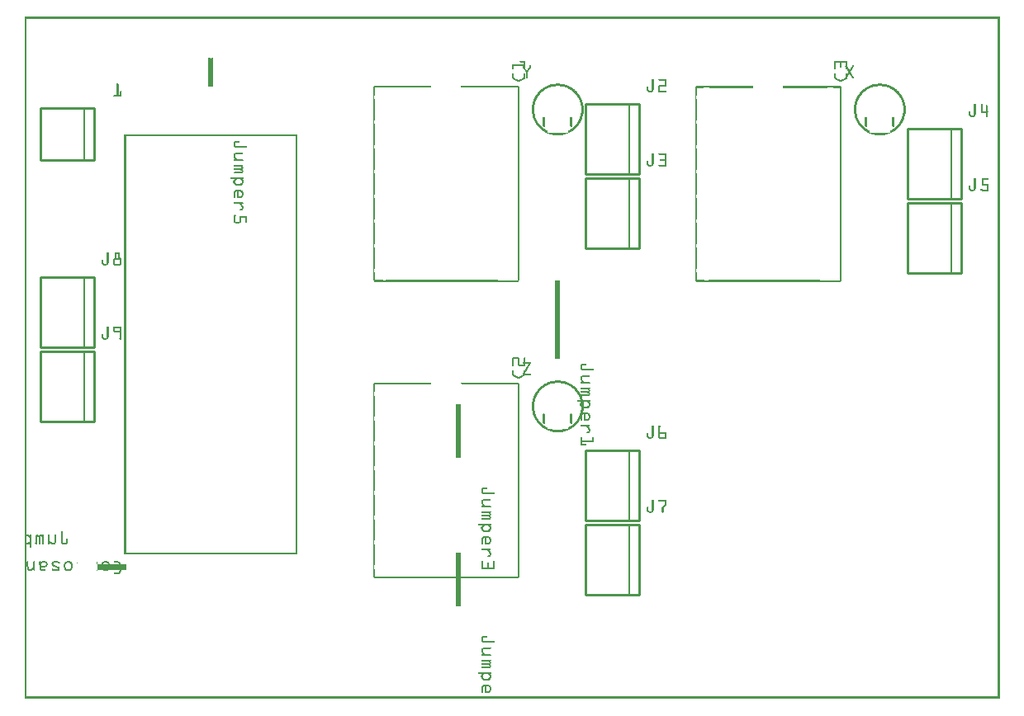
<source format=gto>
G04 MADE WITH FRITZING*
G04 WWW.FRITZING.ORG*
G04 DOUBLE SIDED*
G04 HOLES PLATED*
G04 CONTOUR ON CENTER OF CONTOUR VECTOR*
%ASAXBY*%
%FSLAX23Y23*%
%MOIN*%
%OFA0B0*%
%SFA1.0B1.0*%
%ADD10C,0.010000*%
%ADD11C,0.005000*%
%ADD12R,0.001000X0.001000*%
%LNSILK1*%
G90*
G70*
G54D10*
X65Y2386D02*
X65Y2176D01*
D02*
X65Y2176D02*
X281Y2176D01*
D02*
X281Y2176D02*
X281Y2386D01*
D02*
X281Y2386D02*
X65Y2386D01*
G54D11*
D02*
X241Y2176D02*
X241Y2386D01*
G54D10*
D02*
X2265Y2405D02*
X2265Y2119D01*
D02*
X2265Y2119D02*
X2481Y2119D01*
D02*
X2481Y2119D02*
X2481Y2405D01*
D02*
X2481Y2405D02*
X2265Y2405D01*
G54D11*
D02*
X2441Y2119D02*
X2441Y2405D01*
G54D10*
D02*
X2265Y2105D02*
X2265Y1819D01*
D02*
X2265Y1819D02*
X2481Y1819D01*
D02*
X2481Y1819D02*
X2481Y2105D01*
D02*
X2481Y2105D02*
X2265Y2105D01*
G54D11*
D02*
X2441Y1819D02*
X2441Y2105D01*
G54D10*
D02*
X3565Y2305D02*
X3565Y2019D01*
D02*
X3565Y2019D02*
X3781Y2019D01*
D02*
X3781Y2019D02*
X3781Y2305D01*
D02*
X3781Y2305D02*
X3565Y2305D01*
G54D11*
D02*
X3741Y2019D02*
X3741Y2305D01*
G54D10*
D02*
X3565Y2005D02*
X3565Y1719D01*
D02*
X3565Y1719D02*
X3781Y1719D01*
D02*
X3781Y1719D02*
X3781Y2005D01*
D02*
X3781Y2005D02*
X3565Y2005D01*
G54D11*
D02*
X3741Y1719D02*
X3741Y2005D01*
G54D10*
D02*
X2265Y1005D02*
X2265Y719D01*
D02*
X2265Y719D02*
X2481Y719D01*
D02*
X2481Y719D02*
X2481Y1005D01*
D02*
X2481Y1005D02*
X2265Y1005D01*
G54D11*
D02*
X2441Y719D02*
X2441Y1005D01*
G54D10*
D02*
X2265Y705D02*
X2265Y419D01*
D02*
X2265Y419D02*
X2481Y419D01*
D02*
X2481Y419D02*
X2481Y705D01*
D02*
X2481Y705D02*
X2265Y705D01*
G54D11*
D02*
X2441Y419D02*
X2441Y705D01*
G54D10*
D02*
X65Y1705D02*
X65Y1419D01*
D02*
X65Y1419D02*
X281Y1419D01*
D02*
X281Y1419D02*
X281Y1705D01*
D02*
X281Y1705D02*
X65Y1705D01*
G54D11*
D02*
X241Y1419D02*
X241Y1705D01*
G54D10*
D02*
X65Y1405D02*
X65Y1119D01*
D02*
X65Y1119D02*
X281Y1119D01*
D02*
X281Y1119D02*
X281Y1405D01*
D02*
X281Y1405D02*
X65Y1405D01*
G54D11*
D02*
X241Y1119D02*
X241Y1405D01*
G54D12*
X0Y2756D02*
X3936Y2756D01*
X0Y2755D02*
X3936Y2755D01*
X0Y2754D02*
X3936Y2754D01*
X0Y2753D02*
X3936Y2753D01*
X0Y2752D02*
X3936Y2752D01*
X0Y2751D02*
X3936Y2751D01*
X0Y2750D02*
X3936Y2750D01*
X0Y2749D02*
X3936Y2749D01*
X0Y2748D02*
X7Y2748D01*
X3929Y2748D02*
X3936Y2748D01*
X0Y2747D02*
X7Y2747D01*
X3929Y2747D02*
X3936Y2747D01*
X0Y2746D02*
X7Y2746D01*
X3929Y2746D02*
X3936Y2746D01*
X0Y2745D02*
X7Y2745D01*
X3929Y2745D02*
X3936Y2745D01*
X0Y2744D02*
X7Y2744D01*
X3929Y2744D02*
X3936Y2744D01*
X0Y2743D02*
X7Y2743D01*
X3929Y2743D02*
X3936Y2743D01*
X0Y2742D02*
X7Y2742D01*
X3929Y2742D02*
X3936Y2742D01*
X0Y2741D02*
X7Y2741D01*
X3929Y2741D02*
X3936Y2741D01*
X0Y2740D02*
X7Y2740D01*
X3929Y2740D02*
X3936Y2740D01*
X0Y2739D02*
X7Y2739D01*
X3929Y2739D02*
X3936Y2739D01*
X0Y2738D02*
X7Y2738D01*
X3929Y2738D02*
X3936Y2738D01*
X0Y2737D02*
X7Y2737D01*
X3929Y2737D02*
X3936Y2737D01*
X0Y2736D02*
X7Y2736D01*
X3929Y2736D02*
X3936Y2736D01*
X0Y2735D02*
X7Y2735D01*
X3929Y2735D02*
X3936Y2735D01*
X0Y2734D02*
X7Y2734D01*
X3929Y2734D02*
X3936Y2734D01*
X0Y2733D02*
X7Y2733D01*
X3929Y2733D02*
X3936Y2733D01*
X0Y2732D02*
X7Y2732D01*
X3929Y2732D02*
X3936Y2732D01*
X0Y2731D02*
X7Y2731D01*
X3929Y2731D02*
X3936Y2731D01*
X0Y2730D02*
X7Y2730D01*
X3929Y2730D02*
X3936Y2730D01*
X0Y2729D02*
X7Y2729D01*
X3929Y2729D02*
X3936Y2729D01*
X0Y2728D02*
X7Y2728D01*
X3929Y2728D02*
X3936Y2728D01*
X0Y2727D02*
X7Y2727D01*
X3929Y2727D02*
X3936Y2727D01*
X0Y2726D02*
X7Y2726D01*
X3929Y2726D02*
X3936Y2726D01*
X0Y2725D02*
X7Y2725D01*
X3929Y2725D02*
X3936Y2725D01*
X0Y2724D02*
X7Y2724D01*
X3929Y2724D02*
X3936Y2724D01*
X0Y2723D02*
X7Y2723D01*
X3929Y2723D02*
X3936Y2723D01*
X0Y2722D02*
X7Y2722D01*
X3929Y2722D02*
X3936Y2722D01*
X0Y2721D02*
X7Y2721D01*
X3929Y2721D02*
X3936Y2721D01*
X0Y2720D02*
X7Y2720D01*
X3929Y2720D02*
X3936Y2720D01*
X0Y2719D02*
X7Y2719D01*
X3929Y2719D02*
X3936Y2719D01*
X0Y2718D02*
X7Y2718D01*
X3929Y2718D02*
X3936Y2718D01*
X0Y2717D02*
X7Y2717D01*
X3929Y2717D02*
X3936Y2717D01*
X0Y2716D02*
X7Y2716D01*
X3929Y2716D02*
X3936Y2716D01*
X0Y2715D02*
X7Y2715D01*
X3929Y2715D02*
X3936Y2715D01*
X0Y2714D02*
X7Y2714D01*
X3929Y2714D02*
X3936Y2714D01*
X0Y2713D02*
X7Y2713D01*
X3929Y2713D02*
X3936Y2713D01*
X0Y2712D02*
X7Y2712D01*
X3929Y2712D02*
X3936Y2712D01*
X0Y2711D02*
X7Y2711D01*
X3929Y2711D02*
X3936Y2711D01*
X0Y2710D02*
X7Y2710D01*
X3929Y2710D02*
X3936Y2710D01*
X0Y2709D02*
X7Y2709D01*
X3929Y2709D02*
X3936Y2709D01*
X0Y2708D02*
X7Y2708D01*
X3929Y2708D02*
X3936Y2708D01*
X0Y2707D02*
X7Y2707D01*
X3929Y2707D02*
X3936Y2707D01*
X0Y2706D02*
X7Y2706D01*
X3929Y2706D02*
X3936Y2706D01*
X0Y2705D02*
X7Y2705D01*
X3929Y2705D02*
X3936Y2705D01*
X0Y2704D02*
X7Y2704D01*
X3929Y2704D02*
X3936Y2704D01*
X0Y2703D02*
X7Y2703D01*
X3929Y2703D02*
X3936Y2703D01*
X0Y2702D02*
X7Y2702D01*
X3929Y2702D02*
X3936Y2702D01*
X0Y2701D02*
X7Y2701D01*
X3929Y2701D02*
X3936Y2701D01*
X0Y2700D02*
X7Y2700D01*
X3929Y2700D02*
X3936Y2700D01*
X0Y2699D02*
X7Y2699D01*
X3929Y2699D02*
X3936Y2699D01*
X0Y2698D02*
X7Y2698D01*
X3929Y2698D02*
X3936Y2698D01*
X0Y2697D02*
X7Y2697D01*
X3929Y2697D02*
X3936Y2697D01*
X0Y2696D02*
X7Y2696D01*
X3929Y2696D02*
X3936Y2696D01*
X0Y2695D02*
X7Y2695D01*
X3929Y2695D02*
X3936Y2695D01*
X0Y2694D02*
X7Y2694D01*
X3929Y2694D02*
X3936Y2694D01*
X0Y2693D02*
X7Y2693D01*
X3929Y2693D02*
X3936Y2693D01*
X0Y2692D02*
X7Y2692D01*
X3929Y2692D02*
X3936Y2692D01*
X0Y2691D02*
X7Y2691D01*
X3929Y2691D02*
X3936Y2691D01*
X0Y2690D02*
X7Y2690D01*
X3929Y2690D02*
X3936Y2690D01*
X0Y2689D02*
X7Y2689D01*
X3929Y2689D02*
X3936Y2689D01*
X0Y2688D02*
X7Y2688D01*
X3929Y2688D02*
X3936Y2688D01*
X0Y2687D02*
X7Y2687D01*
X3929Y2687D02*
X3936Y2687D01*
X0Y2686D02*
X7Y2686D01*
X3929Y2686D02*
X3936Y2686D01*
X0Y2685D02*
X7Y2685D01*
X3929Y2685D02*
X3936Y2685D01*
X0Y2684D02*
X7Y2684D01*
X3929Y2684D02*
X3936Y2684D01*
X0Y2683D02*
X7Y2683D01*
X3929Y2683D02*
X3936Y2683D01*
X0Y2682D02*
X7Y2682D01*
X3929Y2682D02*
X3936Y2682D01*
X0Y2681D02*
X7Y2681D01*
X3929Y2681D02*
X3936Y2681D01*
X0Y2680D02*
X7Y2680D01*
X3929Y2680D02*
X3936Y2680D01*
X0Y2679D02*
X7Y2679D01*
X3929Y2679D02*
X3936Y2679D01*
X0Y2678D02*
X7Y2678D01*
X3929Y2678D02*
X3936Y2678D01*
X0Y2677D02*
X7Y2677D01*
X3929Y2677D02*
X3936Y2677D01*
X0Y2676D02*
X7Y2676D01*
X3929Y2676D02*
X3936Y2676D01*
X0Y2675D02*
X7Y2675D01*
X3929Y2675D02*
X3936Y2675D01*
X0Y2674D02*
X7Y2674D01*
X3929Y2674D02*
X3936Y2674D01*
X0Y2673D02*
X7Y2673D01*
X3929Y2673D02*
X3936Y2673D01*
X0Y2672D02*
X7Y2672D01*
X3929Y2672D02*
X3936Y2672D01*
X0Y2671D02*
X7Y2671D01*
X3929Y2671D02*
X3936Y2671D01*
X0Y2670D02*
X7Y2670D01*
X3929Y2670D02*
X3936Y2670D01*
X0Y2669D02*
X7Y2669D01*
X3929Y2669D02*
X3936Y2669D01*
X0Y2668D02*
X7Y2668D01*
X3929Y2668D02*
X3936Y2668D01*
X0Y2667D02*
X7Y2667D01*
X3929Y2667D02*
X3936Y2667D01*
X0Y2666D02*
X7Y2666D01*
X3929Y2666D02*
X3936Y2666D01*
X0Y2665D02*
X7Y2665D01*
X3929Y2665D02*
X3936Y2665D01*
X0Y2664D02*
X7Y2664D01*
X3929Y2664D02*
X3936Y2664D01*
X0Y2663D02*
X7Y2663D01*
X3929Y2663D02*
X3936Y2663D01*
X0Y2662D02*
X7Y2662D01*
X3929Y2662D02*
X3936Y2662D01*
X0Y2661D02*
X7Y2661D01*
X3929Y2661D02*
X3936Y2661D01*
X0Y2660D02*
X7Y2660D01*
X3929Y2660D02*
X3936Y2660D01*
X0Y2659D02*
X7Y2659D01*
X3929Y2659D02*
X3936Y2659D01*
X0Y2658D02*
X7Y2658D01*
X3929Y2658D02*
X3936Y2658D01*
X0Y2657D02*
X7Y2657D01*
X3929Y2657D02*
X3936Y2657D01*
X0Y2656D02*
X7Y2656D01*
X3929Y2656D02*
X3936Y2656D01*
X0Y2655D02*
X7Y2655D01*
X3929Y2655D02*
X3936Y2655D01*
X0Y2654D02*
X7Y2654D01*
X3929Y2654D02*
X3936Y2654D01*
X0Y2653D02*
X7Y2653D01*
X3929Y2653D02*
X3936Y2653D01*
X0Y2652D02*
X7Y2652D01*
X3929Y2652D02*
X3936Y2652D01*
X0Y2651D02*
X7Y2651D01*
X3929Y2651D02*
X3936Y2651D01*
X0Y2650D02*
X7Y2650D01*
X3929Y2650D02*
X3936Y2650D01*
X0Y2649D02*
X7Y2649D01*
X3929Y2649D02*
X3936Y2649D01*
X0Y2648D02*
X7Y2648D01*
X3929Y2648D02*
X3936Y2648D01*
X0Y2647D02*
X7Y2647D01*
X3929Y2647D02*
X3936Y2647D01*
X0Y2646D02*
X7Y2646D01*
X3929Y2646D02*
X3936Y2646D01*
X0Y2645D02*
X7Y2645D01*
X3929Y2645D02*
X3936Y2645D01*
X0Y2644D02*
X7Y2644D01*
X3929Y2644D02*
X3936Y2644D01*
X0Y2643D02*
X7Y2643D01*
X3929Y2643D02*
X3936Y2643D01*
X0Y2642D02*
X7Y2642D01*
X3929Y2642D02*
X3936Y2642D01*
X0Y2641D02*
X7Y2641D01*
X3929Y2641D02*
X3936Y2641D01*
X0Y2640D02*
X7Y2640D01*
X3929Y2640D02*
X3936Y2640D01*
X0Y2639D02*
X7Y2639D01*
X3929Y2639D02*
X3936Y2639D01*
X0Y2638D02*
X7Y2638D01*
X3929Y2638D02*
X3936Y2638D01*
X0Y2637D02*
X7Y2637D01*
X3929Y2637D02*
X3936Y2637D01*
X0Y2636D02*
X7Y2636D01*
X3929Y2636D02*
X3936Y2636D01*
X0Y2635D02*
X7Y2635D01*
X3929Y2635D02*
X3936Y2635D01*
X0Y2634D02*
X7Y2634D01*
X3929Y2634D02*
X3936Y2634D01*
X0Y2633D02*
X7Y2633D01*
X3929Y2633D02*
X3936Y2633D01*
X0Y2632D02*
X7Y2632D01*
X3929Y2632D02*
X3936Y2632D01*
X0Y2631D02*
X7Y2631D01*
X3929Y2631D02*
X3936Y2631D01*
X0Y2630D02*
X7Y2630D01*
X3929Y2630D02*
X3936Y2630D01*
X0Y2629D02*
X7Y2629D01*
X3929Y2629D02*
X3936Y2629D01*
X0Y2628D02*
X7Y2628D01*
X3929Y2628D02*
X3936Y2628D01*
X0Y2627D02*
X7Y2627D01*
X3929Y2627D02*
X3936Y2627D01*
X0Y2626D02*
X7Y2626D01*
X3929Y2626D02*
X3936Y2626D01*
X0Y2625D02*
X7Y2625D01*
X3929Y2625D02*
X3936Y2625D01*
X0Y2624D02*
X7Y2624D01*
X3929Y2624D02*
X3936Y2624D01*
X0Y2623D02*
X7Y2623D01*
X3929Y2623D02*
X3936Y2623D01*
X0Y2622D02*
X7Y2622D01*
X3929Y2622D02*
X3936Y2622D01*
X0Y2621D02*
X7Y2621D01*
X3929Y2621D02*
X3936Y2621D01*
X0Y2620D02*
X7Y2620D01*
X3929Y2620D02*
X3936Y2620D01*
X0Y2619D02*
X7Y2619D01*
X3929Y2619D02*
X3936Y2619D01*
X0Y2618D02*
X7Y2618D01*
X3929Y2618D02*
X3936Y2618D01*
X0Y2617D02*
X7Y2617D01*
X3929Y2617D02*
X3936Y2617D01*
X0Y2616D02*
X7Y2616D01*
X3929Y2616D02*
X3936Y2616D01*
X0Y2615D02*
X7Y2615D01*
X3929Y2615D02*
X3936Y2615D01*
X0Y2614D02*
X7Y2614D01*
X3929Y2614D02*
X3936Y2614D01*
X0Y2613D02*
X7Y2613D01*
X3929Y2613D02*
X3936Y2613D01*
X0Y2612D02*
X7Y2612D01*
X3929Y2612D02*
X3936Y2612D01*
X0Y2611D02*
X7Y2611D01*
X3929Y2611D02*
X3936Y2611D01*
X0Y2610D02*
X7Y2610D01*
X3929Y2610D02*
X3936Y2610D01*
X0Y2609D02*
X7Y2609D01*
X3929Y2609D02*
X3936Y2609D01*
X0Y2608D02*
X7Y2608D01*
X3929Y2608D02*
X3936Y2608D01*
X0Y2607D02*
X7Y2607D01*
X3929Y2607D02*
X3936Y2607D01*
X0Y2606D02*
X7Y2606D01*
X3929Y2606D02*
X3936Y2606D01*
X0Y2605D02*
X7Y2605D01*
X3929Y2605D02*
X3936Y2605D01*
X0Y2604D02*
X7Y2604D01*
X3929Y2604D02*
X3936Y2604D01*
X0Y2603D02*
X7Y2603D01*
X3929Y2603D02*
X3936Y2603D01*
X0Y2602D02*
X7Y2602D01*
X3929Y2602D02*
X3936Y2602D01*
X0Y2601D02*
X7Y2601D01*
X3929Y2601D02*
X3936Y2601D01*
X0Y2600D02*
X7Y2600D01*
X3929Y2600D02*
X3936Y2600D01*
X0Y2599D02*
X7Y2599D01*
X3929Y2599D02*
X3936Y2599D01*
X0Y2598D02*
X7Y2598D01*
X3929Y2598D02*
X3936Y2598D01*
X0Y2597D02*
X7Y2597D01*
X3929Y2597D02*
X3936Y2597D01*
X0Y2596D02*
X7Y2596D01*
X3929Y2596D02*
X3936Y2596D01*
X0Y2595D02*
X7Y2595D01*
X3929Y2595D02*
X3936Y2595D01*
X0Y2594D02*
X7Y2594D01*
X3929Y2594D02*
X3936Y2594D01*
X0Y2593D02*
X7Y2593D01*
X3929Y2593D02*
X3936Y2593D01*
X0Y2592D02*
X7Y2592D01*
X3929Y2592D02*
X3936Y2592D01*
X0Y2591D02*
X7Y2591D01*
X3929Y2591D02*
X3936Y2591D01*
X0Y2590D02*
X7Y2590D01*
X742Y2590D02*
X742Y2590D01*
X762Y2590D02*
X762Y2590D01*
X3929Y2590D02*
X3936Y2590D01*
X0Y2589D02*
X7Y2589D01*
X742Y2589D02*
X749Y2589D01*
X755Y2589D02*
X762Y2589D01*
X3929Y2589D02*
X3936Y2589D01*
X0Y2588D02*
X7Y2588D01*
X742Y2588D02*
X762Y2588D01*
X3929Y2588D02*
X3936Y2588D01*
X0Y2587D02*
X7Y2587D01*
X742Y2587D02*
X762Y2587D01*
X3929Y2587D02*
X3936Y2587D01*
X0Y2586D02*
X7Y2586D01*
X742Y2586D02*
X762Y2586D01*
X3929Y2586D02*
X3936Y2586D01*
X0Y2585D02*
X7Y2585D01*
X742Y2585D02*
X762Y2585D01*
X3929Y2585D02*
X3936Y2585D01*
X0Y2584D02*
X7Y2584D01*
X742Y2584D02*
X762Y2584D01*
X3929Y2584D02*
X3936Y2584D01*
X0Y2583D02*
X7Y2583D01*
X742Y2583D02*
X762Y2583D01*
X3929Y2583D02*
X3936Y2583D01*
X0Y2582D02*
X7Y2582D01*
X742Y2582D02*
X762Y2582D01*
X3929Y2582D02*
X3936Y2582D01*
X0Y2581D02*
X7Y2581D01*
X742Y2581D02*
X762Y2581D01*
X3929Y2581D02*
X3936Y2581D01*
X0Y2580D02*
X7Y2580D01*
X742Y2580D02*
X762Y2580D01*
X3929Y2580D02*
X3936Y2580D01*
X0Y2579D02*
X7Y2579D01*
X742Y2579D02*
X762Y2579D01*
X3929Y2579D02*
X3936Y2579D01*
X0Y2578D02*
X7Y2578D01*
X742Y2578D02*
X762Y2578D01*
X1998Y2578D02*
X2020Y2578D01*
X3271Y2578D02*
X3291Y2578D01*
X3298Y2578D02*
X3317Y2578D01*
X3929Y2578D02*
X3936Y2578D01*
X0Y2577D02*
X7Y2577D01*
X742Y2577D02*
X762Y2577D01*
X1998Y2577D02*
X2021Y2577D01*
X3270Y2577D02*
X3293Y2577D01*
X3296Y2577D02*
X3319Y2577D01*
X3929Y2577D02*
X3936Y2577D01*
X0Y2576D02*
X7Y2576D01*
X742Y2576D02*
X762Y2576D01*
X1997Y2576D02*
X2021Y2576D01*
X3269Y2576D02*
X3320Y2576D01*
X3929Y2576D02*
X3936Y2576D01*
X0Y2575D02*
X7Y2575D01*
X742Y2575D02*
X762Y2575D01*
X1997Y2575D02*
X2021Y2575D01*
X3269Y2575D02*
X3320Y2575D01*
X3929Y2575D02*
X3936Y2575D01*
X0Y2574D02*
X7Y2574D01*
X742Y2574D02*
X762Y2574D01*
X1998Y2574D02*
X2021Y2574D01*
X3268Y2574D02*
X3321Y2574D01*
X3929Y2574D02*
X3936Y2574D01*
X0Y2573D02*
X7Y2573D01*
X742Y2573D02*
X762Y2573D01*
X1998Y2573D02*
X2021Y2573D01*
X3268Y2573D02*
X3321Y2573D01*
X3929Y2573D02*
X3936Y2573D01*
X0Y2572D02*
X7Y2572D01*
X742Y2572D02*
X762Y2572D01*
X2001Y2572D02*
X2021Y2572D01*
X3268Y2572D02*
X3321Y2572D01*
X3929Y2572D02*
X3936Y2572D01*
X0Y2571D02*
X7Y2571D01*
X742Y2571D02*
X762Y2571D01*
X2015Y2571D02*
X2021Y2571D01*
X3268Y2571D02*
X3274Y2571D01*
X3290Y2571D02*
X3299Y2571D01*
X3315Y2571D02*
X3321Y2571D01*
X3929Y2571D02*
X3936Y2571D01*
X0Y2570D02*
X7Y2570D01*
X742Y2570D02*
X762Y2570D01*
X2015Y2570D02*
X2021Y2570D01*
X3268Y2570D02*
X3274Y2570D01*
X3291Y2570D02*
X3298Y2570D01*
X3315Y2570D02*
X3321Y2570D01*
X3929Y2570D02*
X3936Y2570D01*
X0Y2569D02*
X7Y2569D01*
X742Y2569D02*
X762Y2569D01*
X2015Y2569D02*
X2021Y2569D01*
X3268Y2569D02*
X3274Y2569D01*
X3291Y2569D02*
X3298Y2569D01*
X3315Y2569D02*
X3321Y2569D01*
X3929Y2569D02*
X3936Y2569D01*
X0Y2568D02*
X7Y2568D01*
X742Y2568D02*
X762Y2568D01*
X2015Y2568D02*
X2021Y2568D01*
X3268Y2568D02*
X3274Y2568D01*
X3291Y2568D02*
X3297Y2568D01*
X3315Y2568D02*
X3321Y2568D01*
X3929Y2568D02*
X3936Y2568D01*
X0Y2567D02*
X7Y2567D01*
X742Y2567D02*
X762Y2567D01*
X2015Y2567D02*
X2021Y2567D01*
X3268Y2567D02*
X3274Y2567D01*
X3291Y2567D02*
X3297Y2567D01*
X3315Y2567D02*
X3321Y2567D01*
X3929Y2567D02*
X3936Y2567D01*
X0Y2566D02*
X7Y2566D01*
X742Y2566D02*
X762Y2566D01*
X2015Y2566D02*
X2021Y2566D01*
X3268Y2566D02*
X3274Y2566D01*
X3291Y2566D02*
X3297Y2566D01*
X3315Y2566D02*
X3321Y2566D01*
X3929Y2566D02*
X3936Y2566D01*
X0Y2565D02*
X7Y2565D01*
X742Y2565D02*
X762Y2565D01*
X1968Y2565D02*
X2021Y2565D01*
X3268Y2565D02*
X3274Y2565D01*
X3291Y2565D02*
X3297Y2565D01*
X3315Y2565D02*
X3321Y2565D01*
X3929Y2565D02*
X3936Y2565D01*
X0Y2564D02*
X7Y2564D01*
X742Y2564D02*
X762Y2564D01*
X1968Y2564D02*
X2021Y2564D01*
X3268Y2564D02*
X3274Y2564D01*
X3291Y2564D02*
X3297Y2564D01*
X3315Y2564D02*
X3321Y2564D01*
X3929Y2564D02*
X3936Y2564D01*
X0Y2563D02*
X7Y2563D01*
X742Y2563D02*
X762Y2563D01*
X1968Y2563D02*
X2021Y2563D01*
X3268Y2563D02*
X3274Y2563D01*
X3291Y2563D02*
X3297Y2563D01*
X3315Y2563D02*
X3321Y2563D01*
X3929Y2563D02*
X3936Y2563D01*
X0Y2562D02*
X7Y2562D01*
X742Y2562D02*
X762Y2562D01*
X1968Y2562D02*
X2021Y2562D01*
X3268Y2562D02*
X3274Y2562D01*
X3291Y2562D02*
X3297Y2562D01*
X3315Y2562D02*
X3321Y2562D01*
X3929Y2562D02*
X3936Y2562D01*
X0Y2561D02*
X7Y2561D01*
X742Y2561D02*
X762Y2561D01*
X1968Y2561D02*
X2021Y2561D01*
X2041Y2561D02*
X2042Y2561D01*
X3268Y2561D02*
X3274Y2561D01*
X3291Y2561D02*
X3297Y2561D01*
X3315Y2561D02*
X3321Y2561D01*
X3929Y2561D02*
X3936Y2561D01*
X0Y2560D02*
X7Y2560D01*
X742Y2560D02*
X762Y2560D01*
X1968Y2560D02*
X2021Y2560D01*
X2039Y2560D02*
X2043Y2560D01*
X3268Y2560D02*
X3274Y2560D01*
X3291Y2560D02*
X3297Y2560D01*
X3315Y2560D02*
X3321Y2560D01*
X3343Y2560D02*
X3345Y2560D01*
X3929Y2560D02*
X3936Y2560D01*
X0Y2559D02*
X7Y2559D01*
X742Y2559D02*
X762Y2559D01*
X1968Y2559D02*
X2021Y2559D01*
X2038Y2559D02*
X2044Y2559D01*
X3268Y2559D02*
X3274Y2559D01*
X3291Y2559D02*
X3297Y2559D01*
X3314Y2559D02*
X3321Y2559D01*
X3342Y2559D02*
X3346Y2559D01*
X3929Y2559D02*
X3936Y2559D01*
X0Y2558D02*
X7Y2558D01*
X742Y2558D02*
X762Y2558D01*
X1968Y2558D02*
X1974Y2558D01*
X2011Y2558D02*
X2021Y2558D01*
X2038Y2558D02*
X2044Y2558D01*
X3268Y2558D02*
X3274Y2558D01*
X3291Y2558D02*
X3297Y2558D01*
X3313Y2558D02*
X3321Y2558D01*
X3341Y2558D02*
X3347Y2558D01*
X3929Y2558D02*
X3936Y2558D01*
X0Y2557D02*
X7Y2557D01*
X742Y2557D02*
X762Y2557D01*
X1968Y2557D02*
X1974Y2557D01*
X2011Y2557D02*
X2021Y2557D01*
X2038Y2557D02*
X2044Y2557D01*
X3268Y2557D02*
X3274Y2557D01*
X3291Y2557D02*
X3297Y2557D01*
X3313Y2557D02*
X3321Y2557D01*
X3340Y2557D02*
X3347Y2557D01*
X3929Y2557D02*
X3936Y2557D01*
X0Y2556D02*
X7Y2556D01*
X742Y2556D02*
X762Y2556D01*
X1968Y2556D02*
X1974Y2556D01*
X2011Y2556D02*
X2021Y2556D01*
X2038Y2556D02*
X2044Y2556D01*
X3268Y2556D02*
X3274Y2556D01*
X3291Y2556D02*
X3297Y2556D01*
X3313Y2556D02*
X3321Y2556D01*
X3340Y2556D02*
X3347Y2556D01*
X3929Y2556D02*
X3936Y2556D01*
X0Y2555D02*
X7Y2555D01*
X742Y2555D02*
X762Y2555D01*
X1968Y2555D02*
X1974Y2555D01*
X2011Y2555D02*
X2021Y2555D01*
X2038Y2555D02*
X2044Y2555D01*
X3268Y2555D02*
X3274Y2555D01*
X3291Y2555D02*
X3297Y2555D01*
X3314Y2555D02*
X3321Y2555D01*
X3339Y2555D02*
X3346Y2555D01*
X3929Y2555D02*
X3936Y2555D01*
X0Y2554D02*
X7Y2554D01*
X742Y2554D02*
X762Y2554D01*
X1968Y2554D02*
X1974Y2554D01*
X2011Y2554D02*
X2021Y2554D01*
X2038Y2554D02*
X2044Y2554D01*
X3268Y2554D02*
X3274Y2554D01*
X3292Y2554D02*
X3297Y2554D01*
X3314Y2554D02*
X3322Y2554D01*
X3339Y2554D02*
X3346Y2554D01*
X3929Y2554D02*
X3936Y2554D01*
X0Y2553D02*
X7Y2553D01*
X742Y2553D02*
X762Y2553D01*
X1968Y2553D02*
X1974Y2553D01*
X2011Y2553D02*
X2021Y2553D01*
X2038Y2553D02*
X2044Y2553D01*
X3268Y2553D02*
X3274Y2553D01*
X3292Y2553D02*
X3297Y2553D01*
X3315Y2553D02*
X3322Y2553D01*
X3338Y2553D02*
X3345Y2553D01*
X3929Y2553D02*
X3936Y2553D01*
X0Y2552D02*
X7Y2552D01*
X742Y2552D02*
X762Y2552D01*
X1968Y2552D02*
X1974Y2552D01*
X2011Y2552D02*
X2021Y2552D01*
X2037Y2552D02*
X2044Y2552D01*
X3268Y2552D02*
X3274Y2552D01*
X3293Y2552D02*
X3296Y2552D01*
X3315Y2552D02*
X3323Y2552D01*
X3337Y2552D02*
X3345Y2552D01*
X3929Y2552D02*
X3936Y2552D01*
X0Y2551D02*
X7Y2551D01*
X742Y2551D02*
X762Y2551D01*
X1968Y2551D02*
X1974Y2551D01*
X2011Y2551D02*
X2021Y2551D01*
X2037Y2551D02*
X2044Y2551D01*
X3268Y2551D02*
X3274Y2551D01*
X3315Y2551D02*
X3323Y2551D01*
X3337Y2551D02*
X3344Y2551D01*
X3929Y2551D02*
X3936Y2551D01*
X0Y2550D02*
X7Y2550D01*
X742Y2550D02*
X762Y2550D01*
X1968Y2550D02*
X1974Y2550D01*
X2011Y2550D02*
X2021Y2550D01*
X2036Y2550D02*
X2044Y2550D01*
X3268Y2550D02*
X3274Y2550D01*
X3315Y2550D02*
X3324Y2550D01*
X3336Y2550D02*
X3343Y2550D01*
X3929Y2550D02*
X3936Y2550D01*
X0Y2549D02*
X7Y2549D01*
X742Y2549D02*
X762Y2549D01*
X1968Y2549D02*
X1974Y2549D01*
X2012Y2549D02*
X2021Y2549D01*
X2035Y2549D02*
X2043Y2549D01*
X3268Y2549D02*
X3274Y2549D01*
X3315Y2549D02*
X3324Y2549D01*
X3336Y2549D02*
X3343Y2549D01*
X3929Y2549D02*
X3936Y2549D01*
X0Y2548D02*
X7Y2548D01*
X742Y2548D02*
X762Y2548D01*
X1968Y2548D02*
X1974Y2548D01*
X2013Y2548D02*
X2021Y2548D01*
X2034Y2548D02*
X2042Y2548D01*
X3268Y2548D02*
X3274Y2548D01*
X3315Y2548D02*
X3325Y2548D01*
X3335Y2548D02*
X3342Y2548D01*
X3929Y2548D02*
X3936Y2548D01*
X0Y2547D02*
X7Y2547D01*
X742Y2547D02*
X762Y2547D01*
X1968Y2547D02*
X1974Y2547D01*
X2013Y2547D02*
X2021Y2547D01*
X2033Y2547D02*
X2041Y2547D01*
X3268Y2547D02*
X3274Y2547D01*
X3315Y2547D02*
X3326Y2547D01*
X3334Y2547D02*
X3342Y2547D01*
X3929Y2547D02*
X3936Y2547D01*
X0Y2546D02*
X7Y2546D01*
X742Y2546D02*
X762Y2546D01*
X1969Y2546D02*
X1973Y2546D01*
X2014Y2546D02*
X2022Y2546D01*
X2033Y2546D02*
X2041Y2546D01*
X3269Y2546D02*
X3273Y2546D01*
X3316Y2546D02*
X3326Y2546D01*
X3334Y2546D02*
X3341Y2546D01*
X3929Y2546D02*
X3936Y2546D01*
X0Y2545D02*
X7Y2545D01*
X742Y2545D02*
X762Y2545D01*
X1970Y2545D02*
X1972Y2545D01*
X2015Y2545D02*
X2023Y2545D01*
X2032Y2545D02*
X2040Y2545D01*
X3270Y2545D02*
X3272Y2545D01*
X3317Y2545D02*
X3327Y2545D01*
X3333Y2545D02*
X3340Y2545D01*
X3929Y2545D02*
X3936Y2545D01*
X0Y2544D02*
X7Y2544D01*
X742Y2544D02*
X762Y2544D01*
X2016Y2544D02*
X2024Y2544D01*
X2031Y2544D02*
X2039Y2544D01*
X3320Y2544D02*
X3327Y2544D01*
X3333Y2544D02*
X3340Y2544D01*
X3929Y2544D02*
X3936Y2544D01*
X0Y2543D02*
X7Y2543D01*
X742Y2543D02*
X762Y2543D01*
X2016Y2543D02*
X2024Y2543D01*
X2030Y2543D02*
X2038Y2543D01*
X3321Y2543D02*
X3328Y2543D01*
X3332Y2543D02*
X3339Y2543D01*
X3929Y2543D02*
X3936Y2543D01*
X0Y2542D02*
X7Y2542D01*
X742Y2542D02*
X762Y2542D01*
X2017Y2542D02*
X2025Y2542D01*
X2030Y2542D02*
X2037Y2542D01*
X3321Y2542D02*
X3329Y2542D01*
X3332Y2542D02*
X3339Y2542D01*
X3929Y2542D02*
X3936Y2542D01*
X0Y2541D02*
X7Y2541D01*
X742Y2541D02*
X762Y2541D01*
X2018Y2541D02*
X2026Y2541D01*
X2029Y2541D02*
X2037Y2541D01*
X3322Y2541D02*
X3329Y2541D01*
X3331Y2541D02*
X3338Y2541D01*
X3929Y2541D02*
X3936Y2541D01*
X0Y2540D02*
X7Y2540D01*
X742Y2540D02*
X762Y2540D01*
X2019Y2540D02*
X2036Y2540D01*
X3323Y2540D02*
X3337Y2540D01*
X3929Y2540D02*
X3936Y2540D01*
X0Y2539D02*
X7Y2539D01*
X742Y2539D02*
X762Y2539D01*
X2020Y2539D02*
X2035Y2539D01*
X3323Y2539D02*
X3337Y2539D01*
X3929Y2539D02*
X3936Y2539D01*
X0Y2538D02*
X7Y2538D01*
X742Y2538D02*
X762Y2538D01*
X2020Y2538D02*
X2034Y2538D01*
X3324Y2538D02*
X3336Y2538D01*
X3929Y2538D02*
X3936Y2538D01*
X0Y2537D02*
X7Y2537D01*
X742Y2537D02*
X762Y2537D01*
X2021Y2537D02*
X2033Y2537D01*
X3324Y2537D02*
X3336Y2537D01*
X3929Y2537D02*
X3936Y2537D01*
X0Y2536D02*
X7Y2536D01*
X742Y2536D02*
X762Y2536D01*
X2022Y2536D02*
X2033Y2536D01*
X3325Y2536D02*
X3335Y2536D01*
X3929Y2536D02*
X3936Y2536D01*
X0Y2535D02*
X7Y2535D01*
X742Y2535D02*
X762Y2535D01*
X2023Y2535D02*
X2032Y2535D01*
X3325Y2535D02*
X3335Y2535D01*
X3929Y2535D02*
X3936Y2535D01*
X0Y2534D02*
X7Y2534D01*
X742Y2534D02*
X762Y2534D01*
X2024Y2534D02*
X2031Y2534D01*
X3326Y2534D02*
X3334Y2534D01*
X3929Y2534D02*
X3936Y2534D01*
X0Y2533D02*
X7Y2533D01*
X742Y2533D02*
X762Y2533D01*
X2024Y2533D02*
X2030Y2533D01*
X3326Y2533D02*
X3334Y2533D01*
X3929Y2533D02*
X3936Y2533D01*
X0Y2532D02*
X7Y2532D01*
X742Y2532D02*
X762Y2532D01*
X2024Y2532D02*
X2030Y2532D01*
X3326Y2532D02*
X3334Y2532D01*
X3929Y2532D02*
X3936Y2532D01*
X0Y2531D02*
X7Y2531D01*
X742Y2531D02*
X762Y2531D01*
X2024Y2531D02*
X2030Y2531D01*
X3325Y2531D02*
X3335Y2531D01*
X3929Y2531D02*
X3936Y2531D01*
X0Y2530D02*
X7Y2530D01*
X742Y2530D02*
X762Y2530D01*
X2024Y2530D02*
X2030Y2530D01*
X3324Y2530D02*
X3336Y2530D01*
X3929Y2530D02*
X3936Y2530D01*
X0Y2529D02*
X7Y2529D01*
X742Y2529D02*
X762Y2529D01*
X2024Y2529D02*
X2030Y2529D01*
X3324Y2529D02*
X3336Y2529D01*
X3929Y2529D02*
X3936Y2529D01*
X0Y2528D02*
X7Y2528D01*
X742Y2528D02*
X762Y2528D01*
X1969Y2528D02*
X1972Y2528D01*
X2016Y2528D02*
X2020Y2528D01*
X2024Y2528D02*
X2030Y2528D01*
X3269Y2528D02*
X3272Y2528D01*
X3316Y2528D02*
X3320Y2528D01*
X3323Y2528D02*
X3337Y2528D01*
X3929Y2528D02*
X3936Y2528D01*
X0Y2527D02*
X7Y2527D01*
X742Y2527D02*
X762Y2527D01*
X1968Y2527D02*
X1973Y2527D01*
X2016Y2527D02*
X2020Y2527D01*
X2024Y2527D02*
X2030Y2527D01*
X3268Y2527D02*
X3273Y2527D01*
X3316Y2527D02*
X3320Y2527D01*
X3323Y2527D02*
X3337Y2527D01*
X3929Y2527D02*
X3936Y2527D01*
X0Y2526D02*
X7Y2526D01*
X742Y2526D02*
X762Y2526D01*
X1968Y2526D02*
X1974Y2526D01*
X2015Y2526D02*
X2021Y2526D01*
X2024Y2526D02*
X2030Y2526D01*
X3268Y2526D02*
X3274Y2526D01*
X3315Y2526D02*
X3338Y2526D01*
X3929Y2526D02*
X3936Y2526D01*
X0Y2525D02*
X7Y2525D01*
X742Y2525D02*
X762Y2525D01*
X1968Y2525D02*
X1974Y2525D01*
X2015Y2525D02*
X2021Y2525D01*
X2024Y2525D02*
X2030Y2525D01*
X3268Y2525D02*
X3274Y2525D01*
X3315Y2525D02*
X3329Y2525D01*
X3331Y2525D02*
X3338Y2525D01*
X3929Y2525D02*
X3936Y2525D01*
X0Y2524D02*
X7Y2524D01*
X742Y2524D02*
X762Y2524D01*
X1968Y2524D02*
X1974Y2524D01*
X2015Y2524D02*
X2021Y2524D01*
X2024Y2524D02*
X2030Y2524D01*
X3268Y2524D02*
X3274Y2524D01*
X3315Y2524D02*
X3328Y2524D01*
X3332Y2524D02*
X3339Y2524D01*
X3929Y2524D02*
X3936Y2524D01*
X0Y2523D02*
X7Y2523D01*
X742Y2523D02*
X762Y2523D01*
X1968Y2523D02*
X1974Y2523D01*
X2015Y2523D02*
X2021Y2523D01*
X2024Y2523D02*
X2030Y2523D01*
X3268Y2523D02*
X3274Y2523D01*
X3315Y2523D02*
X3328Y2523D01*
X3332Y2523D02*
X3340Y2523D01*
X3929Y2523D02*
X3936Y2523D01*
X0Y2522D02*
X7Y2522D01*
X742Y2522D02*
X762Y2522D01*
X1968Y2522D02*
X1974Y2522D01*
X2015Y2522D02*
X2021Y2522D01*
X2024Y2522D02*
X2030Y2522D01*
X3268Y2522D02*
X3274Y2522D01*
X3315Y2522D02*
X3327Y2522D01*
X3333Y2522D02*
X3340Y2522D01*
X3929Y2522D02*
X3936Y2522D01*
X0Y2521D02*
X7Y2521D01*
X742Y2521D02*
X762Y2521D01*
X1968Y2521D02*
X1974Y2521D01*
X2015Y2521D02*
X2021Y2521D01*
X2024Y2521D02*
X2030Y2521D01*
X3268Y2521D02*
X3274Y2521D01*
X3315Y2521D02*
X3326Y2521D01*
X3334Y2521D02*
X3341Y2521D01*
X3929Y2521D02*
X3936Y2521D01*
X0Y2520D02*
X7Y2520D01*
X742Y2520D02*
X762Y2520D01*
X1968Y2520D02*
X1974Y2520D01*
X2015Y2520D02*
X2021Y2520D01*
X2024Y2520D02*
X2030Y2520D01*
X3268Y2520D02*
X3274Y2520D01*
X3315Y2520D02*
X3326Y2520D01*
X3334Y2520D02*
X3341Y2520D01*
X3929Y2520D02*
X3936Y2520D01*
X0Y2519D02*
X7Y2519D01*
X742Y2519D02*
X762Y2519D01*
X1968Y2519D02*
X1974Y2519D01*
X2015Y2519D02*
X2021Y2519D01*
X2024Y2519D02*
X2030Y2519D01*
X3268Y2519D02*
X3274Y2519D01*
X3315Y2519D02*
X3325Y2519D01*
X3335Y2519D02*
X3342Y2519D01*
X3929Y2519D02*
X3936Y2519D01*
X0Y2518D02*
X7Y2518D01*
X742Y2518D02*
X762Y2518D01*
X1968Y2518D02*
X1974Y2518D01*
X2015Y2518D02*
X2021Y2518D01*
X2024Y2518D02*
X2030Y2518D01*
X3268Y2518D02*
X3274Y2518D01*
X3315Y2518D02*
X3325Y2518D01*
X3335Y2518D02*
X3343Y2518D01*
X3929Y2518D02*
X3936Y2518D01*
X0Y2517D02*
X7Y2517D01*
X742Y2517D02*
X762Y2517D01*
X1968Y2517D02*
X1974Y2517D01*
X2015Y2517D02*
X2021Y2517D01*
X2024Y2517D02*
X2030Y2517D01*
X3268Y2517D02*
X3274Y2517D01*
X3315Y2517D02*
X3324Y2517D01*
X3336Y2517D02*
X3343Y2517D01*
X3929Y2517D02*
X3936Y2517D01*
X0Y2516D02*
X7Y2516D01*
X742Y2516D02*
X762Y2516D01*
X1968Y2516D02*
X1974Y2516D01*
X2015Y2516D02*
X2021Y2516D01*
X2024Y2516D02*
X2030Y2516D01*
X3268Y2516D02*
X3274Y2516D01*
X3315Y2516D02*
X3323Y2516D01*
X3337Y2516D02*
X3344Y2516D01*
X3929Y2516D02*
X3936Y2516D01*
X0Y2515D02*
X7Y2515D01*
X742Y2515D02*
X762Y2515D01*
X1968Y2515D02*
X1974Y2515D01*
X2015Y2515D02*
X2021Y2515D01*
X2024Y2515D02*
X2030Y2515D01*
X3268Y2515D02*
X3274Y2515D01*
X3315Y2515D02*
X3323Y2515D01*
X3337Y2515D02*
X3344Y2515D01*
X3929Y2515D02*
X3936Y2515D01*
X0Y2514D02*
X7Y2514D01*
X742Y2514D02*
X762Y2514D01*
X1968Y2514D02*
X1974Y2514D01*
X2015Y2514D02*
X2021Y2514D01*
X2024Y2514D02*
X2030Y2514D01*
X3268Y2514D02*
X3274Y2514D01*
X3315Y2514D02*
X3322Y2514D01*
X3338Y2514D02*
X3345Y2514D01*
X3929Y2514D02*
X3936Y2514D01*
X0Y2513D02*
X7Y2513D01*
X742Y2513D02*
X762Y2513D01*
X1968Y2513D02*
X1974Y2513D01*
X2015Y2513D02*
X2021Y2513D01*
X2024Y2513D02*
X2030Y2513D01*
X3268Y2513D02*
X3274Y2513D01*
X3315Y2513D02*
X3322Y2513D01*
X3338Y2513D02*
X3345Y2513D01*
X3929Y2513D02*
X3936Y2513D01*
X0Y2512D02*
X7Y2512D01*
X742Y2512D02*
X762Y2512D01*
X1968Y2512D02*
X1974Y2512D01*
X2015Y2512D02*
X2021Y2512D01*
X2024Y2512D02*
X2030Y2512D01*
X3268Y2512D02*
X3274Y2512D01*
X3314Y2512D02*
X3321Y2512D01*
X3339Y2512D02*
X3346Y2512D01*
X3929Y2512D02*
X3936Y2512D01*
X0Y2511D02*
X7Y2511D01*
X742Y2511D02*
X762Y2511D01*
X1968Y2511D02*
X1974Y2511D01*
X2015Y2511D02*
X2021Y2511D01*
X2024Y2511D02*
X2030Y2511D01*
X3268Y2511D02*
X3274Y2511D01*
X3314Y2511D02*
X3321Y2511D01*
X3339Y2511D02*
X3347Y2511D01*
X3929Y2511D02*
X3936Y2511D01*
X0Y2510D02*
X7Y2510D01*
X742Y2510D02*
X762Y2510D01*
X1968Y2510D02*
X1975Y2510D01*
X2014Y2510D02*
X2021Y2510D01*
X2024Y2510D02*
X2030Y2510D01*
X3268Y2510D02*
X3275Y2510D01*
X3313Y2510D02*
X3321Y2510D01*
X3340Y2510D02*
X3347Y2510D01*
X3929Y2510D02*
X3936Y2510D01*
X0Y2509D02*
X7Y2509D01*
X742Y2509D02*
X762Y2509D01*
X1968Y2509D02*
X1976Y2509D01*
X2012Y2509D02*
X2020Y2509D01*
X2025Y2509D02*
X2030Y2509D01*
X3268Y2509D02*
X3276Y2509D01*
X3312Y2509D02*
X3320Y2509D01*
X3341Y2509D02*
X3347Y2509D01*
X3929Y2509D02*
X3936Y2509D01*
X0Y2508D02*
X7Y2508D01*
X742Y2508D02*
X762Y2508D01*
X1969Y2508D02*
X1978Y2508D01*
X2011Y2508D02*
X2020Y2508D01*
X2026Y2508D02*
X2029Y2508D01*
X3269Y2508D02*
X3278Y2508D01*
X3311Y2508D02*
X3320Y2508D01*
X3341Y2508D02*
X3346Y2508D01*
X3929Y2508D02*
X3936Y2508D01*
X0Y2507D02*
X7Y2507D01*
X742Y2507D02*
X762Y2507D01*
X1969Y2507D02*
X1980Y2507D01*
X2009Y2507D02*
X2019Y2507D01*
X3269Y2507D02*
X3280Y2507D01*
X3309Y2507D02*
X3319Y2507D01*
X3342Y2507D02*
X3345Y2507D01*
X3929Y2507D02*
X3936Y2507D01*
X0Y2506D02*
X7Y2506D01*
X742Y2506D02*
X762Y2506D01*
X1970Y2506D02*
X1982Y2506D01*
X2007Y2506D02*
X2019Y2506D01*
X3270Y2506D02*
X3282Y2506D01*
X3307Y2506D02*
X3319Y2506D01*
X3929Y2506D02*
X3936Y2506D01*
X0Y2505D02*
X7Y2505D01*
X742Y2505D02*
X762Y2505D01*
X1971Y2505D02*
X1984Y2505D01*
X2005Y2505D02*
X2018Y2505D01*
X2535Y2505D02*
X2536Y2505D01*
X2562Y2505D02*
X2587Y2505D01*
X3271Y2505D02*
X3284Y2505D01*
X3305Y2505D02*
X3318Y2505D01*
X3929Y2505D02*
X3936Y2505D01*
X0Y2504D02*
X7Y2504D01*
X742Y2504D02*
X762Y2504D01*
X1972Y2504D02*
X1986Y2504D01*
X2003Y2504D02*
X2017Y2504D01*
X2534Y2504D02*
X2538Y2504D01*
X2560Y2504D02*
X2589Y2504D01*
X3272Y2504D02*
X3286Y2504D01*
X3303Y2504D02*
X3317Y2504D01*
X3929Y2504D02*
X3936Y2504D01*
X0Y2503D02*
X7Y2503D01*
X742Y2503D02*
X762Y2503D01*
X1973Y2503D02*
X1988Y2503D01*
X2001Y2503D02*
X2015Y2503D01*
X2533Y2503D02*
X2538Y2503D01*
X2559Y2503D02*
X2590Y2503D01*
X3273Y2503D02*
X3288Y2503D01*
X3301Y2503D02*
X3315Y2503D01*
X3929Y2503D02*
X3936Y2503D01*
X0Y2502D02*
X7Y2502D01*
X742Y2502D02*
X762Y2502D01*
X1975Y2502D02*
X1990Y2502D01*
X1999Y2502D02*
X2013Y2502D01*
X2533Y2502D02*
X2539Y2502D01*
X2559Y2502D02*
X2591Y2502D01*
X3275Y2502D02*
X3290Y2502D01*
X3299Y2502D02*
X3313Y2502D01*
X3929Y2502D02*
X3936Y2502D01*
X0Y2501D02*
X7Y2501D01*
X742Y2501D02*
X762Y2501D01*
X1977Y2501D02*
X2011Y2501D01*
X2533Y2501D02*
X2539Y2501D01*
X2559Y2501D02*
X2592Y2501D01*
X3277Y2501D02*
X3311Y2501D01*
X3929Y2501D02*
X3936Y2501D01*
X0Y2500D02*
X7Y2500D01*
X742Y2500D02*
X762Y2500D01*
X1979Y2500D02*
X2009Y2500D01*
X2533Y2500D02*
X2539Y2500D01*
X2559Y2500D02*
X2592Y2500D01*
X3279Y2500D02*
X3309Y2500D01*
X3929Y2500D02*
X3936Y2500D01*
X0Y2499D02*
X7Y2499D01*
X742Y2499D02*
X762Y2499D01*
X1982Y2499D02*
X2007Y2499D01*
X2533Y2499D02*
X2539Y2499D01*
X2560Y2499D02*
X2592Y2499D01*
X3282Y2499D02*
X3307Y2499D01*
X3929Y2499D02*
X3936Y2499D01*
X0Y2498D02*
X7Y2498D01*
X742Y2498D02*
X762Y2498D01*
X1984Y2498D02*
X2005Y2498D01*
X2533Y2498D02*
X2539Y2498D01*
X2586Y2498D02*
X2592Y2498D01*
X3284Y2498D02*
X3305Y2498D01*
X3929Y2498D02*
X3936Y2498D01*
X0Y2497D02*
X7Y2497D01*
X742Y2497D02*
X762Y2497D01*
X1986Y2497D02*
X2003Y2497D01*
X2533Y2497D02*
X2539Y2497D01*
X2586Y2497D02*
X2592Y2497D01*
X3286Y2497D02*
X3303Y2497D01*
X3929Y2497D02*
X3936Y2497D01*
X0Y2496D02*
X7Y2496D01*
X742Y2496D02*
X762Y2496D01*
X1988Y2496D02*
X2001Y2496D01*
X2533Y2496D02*
X2539Y2496D01*
X2586Y2496D02*
X2592Y2496D01*
X3288Y2496D02*
X3301Y2496D01*
X3929Y2496D02*
X3936Y2496D01*
X0Y2495D02*
X7Y2495D01*
X742Y2495D02*
X762Y2495D01*
X1990Y2495D02*
X1999Y2495D01*
X2533Y2495D02*
X2539Y2495D01*
X2586Y2495D02*
X2592Y2495D01*
X3290Y2495D02*
X3299Y2495D01*
X3929Y2495D02*
X3936Y2495D01*
X0Y2494D02*
X7Y2494D01*
X742Y2494D02*
X762Y2494D01*
X2533Y2494D02*
X2539Y2494D01*
X2586Y2494D02*
X2592Y2494D01*
X3929Y2494D02*
X3936Y2494D01*
X0Y2493D02*
X7Y2493D01*
X742Y2493D02*
X762Y2493D01*
X2533Y2493D02*
X2539Y2493D01*
X2586Y2493D02*
X2592Y2493D01*
X3929Y2493D02*
X3936Y2493D01*
X0Y2492D02*
X7Y2492D01*
X742Y2492D02*
X762Y2492D01*
X2533Y2492D02*
X2539Y2492D01*
X2586Y2492D02*
X2592Y2492D01*
X3929Y2492D02*
X3936Y2492D01*
X0Y2491D02*
X7Y2491D01*
X742Y2491D02*
X762Y2491D01*
X2533Y2491D02*
X2539Y2491D01*
X2586Y2491D02*
X2592Y2491D01*
X3929Y2491D02*
X3936Y2491D01*
X0Y2490D02*
X7Y2490D01*
X742Y2490D02*
X762Y2490D01*
X2533Y2490D02*
X2539Y2490D01*
X2586Y2490D02*
X2592Y2490D01*
X3929Y2490D02*
X3936Y2490D01*
X0Y2489D02*
X7Y2489D01*
X742Y2489D02*
X762Y2489D01*
X2533Y2489D02*
X2539Y2489D01*
X2586Y2489D02*
X2592Y2489D01*
X3929Y2489D02*
X3936Y2489D01*
X0Y2488D02*
X7Y2488D01*
X742Y2488D02*
X762Y2488D01*
X2533Y2488D02*
X2539Y2488D01*
X2586Y2488D02*
X2592Y2488D01*
X3929Y2488D02*
X3936Y2488D01*
X0Y2487D02*
X7Y2487D01*
X742Y2487D02*
X762Y2487D01*
X2533Y2487D02*
X2539Y2487D01*
X2586Y2487D02*
X2592Y2487D01*
X3929Y2487D02*
X3936Y2487D01*
X0Y2486D02*
X7Y2486D01*
X371Y2486D02*
X378Y2486D01*
X742Y2486D02*
X762Y2486D01*
X2144Y2486D02*
X2160Y2486D01*
X2533Y2486D02*
X2539Y2486D01*
X2586Y2486D02*
X2592Y2486D01*
X3444Y2486D02*
X3460Y2486D01*
X3929Y2486D02*
X3936Y2486D01*
X0Y2485D02*
X7Y2485D01*
X371Y2485D02*
X379Y2485D01*
X742Y2485D02*
X762Y2485D01*
X2136Y2485D02*
X2169Y2485D01*
X2533Y2485D02*
X2539Y2485D01*
X2586Y2485D02*
X2592Y2485D01*
X3436Y2485D02*
X3469Y2485D01*
X3929Y2485D02*
X3936Y2485D01*
X0Y2484D02*
X7Y2484D01*
X371Y2484D02*
X379Y2484D01*
X742Y2484D02*
X762Y2484D01*
X2131Y2484D02*
X2174Y2484D01*
X2533Y2484D02*
X2539Y2484D01*
X2586Y2484D02*
X2592Y2484D01*
X3431Y2484D02*
X3474Y2484D01*
X3929Y2484D02*
X3936Y2484D01*
X0Y2483D02*
X7Y2483D01*
X370Y2483D02*
X379Y2483D01*
X742Y2483D02*
X762Y2483D01*
X2126Y2483D02*
X2178Y2483D01*
X2533Y2483D02*
X2539Y2483D01*
X2586Y2483D02*
X2592Y2483D01*
X3426Y2483D02*
X3478Y2483D01*
X3929Y2483D02*
X3936Y2483D01*
X0Y2482D02*
X7Y2482D01*
X370Y2482D02*
X379Y2482D01*
X742Y2482D02*
X762Y2482D01*
X2123Y2482D02*
X2181Y2482D01*
X2533Y2482D02*
X2539Y2482D01*
X2586Y2482D02*
X2592Y2482D01*
X3423Y2482D02*
X3481Y2482D01*
X3929Y2482D02*
X3936Y2482D01*
X0Y2481D02*
X7Y2481D01*
X369Y2481D02*
X379Y2481D01*
X742Y2481D02*
X762Y2481D01*
X2120Y2481D02*
X2185Y2481D01*
X2533Y2481D02*
X2539Y2481D01*
X2563Y2481D02*
X2592Y2481D01*
X3420Y2481D02*
X3485Y2481D01*
X3929Y2481D02*
X3936Y2481D01*
X0Y2480D02*
X7Y2480D01*
X369Y2480D02*
X379Y2480D01*
X742Y2480D02*
X762Y2480D01*
X2117Y2480D02*
X2188Y2480D01*
X2533Y2480D02*
X2539Y2480D01*
X2561Y2480D02*
X2592Y2480D01*
X3417Y2480D02*
X3488Y2480D01*
X3929Y2480D02*
X3936Y2480D01*
X0Y2479D02*
X7Y2479D01*
X372Y2479D02*
X379Y2479D01*
X742Y2479D02*
X762Y2479D01*
X2114Y2479D02*
X2190Y2479D01*
X2533Y2479D02*
X2539Y2479D01*
X2560Y2479D02*
X2592Y2479D01*
X3414Y2479D02*
X3490Y2479D01*
X3929Y2479D02*
X3936Y2479D01*
X0Y2478D02*
X7Y2478D01*
X373Y2478D02*
X379Y2478D01*
X742Y2478D02*
X762Y2478D01*
X2112Y2478D02*
X2193Y2478D01*
X2533Y2478D02*
X2539Y2478D01*
X2560Y2478D02*
X2591Y2478D01*
X3412Y2478D02*
X3493Y2478D01*
X3929Y2478D02*
X3936Y2478D01*
X0Y2477D02*
X7Y2477D01*
X373Y2477D02*
X379Y2477D01*
X742Y2477D02*
X762Y2477D01*
X1411Y2477D02*
X1642Y2477D01*
X1761Y2477D02*
X1994Y2477D01*
X2110Y2477D02*
X2195Y2477D01*
X2533Y2477D02*
X2539Y2477D01*
X2559Y2477D02*
X2591Y2477D01*
X3410Y2477D02*
X3495Y2477D01*
X3929Y2477D02*
X3936Y2477D01*
X0Y2476D02*
X7Y2476D01*
X373Y2476D02*
X379Y2476D01*
X742Y2476D02*
X762Y2476D01*
X1411Y2476D02*
X1642Y2476D01*
X1761Y2476D02*
X1994Y2476D01*
X2108Y2476D02*
X2143Y2476D01*
X2161Y2476D02*
X2197Y2476D01*
X2533Y2476D02*
X2539Y2476D01*
X2559Y2476D02*
X2589Y2476D01*
X2711Y2476D02*
X2942Y2476D01*
X3061Y2476D02*
X3294Y2476D01*
X3408Y2476D02*
X3443Y2476D01*
X3461Y2476D02*
X3497Y2476D01*
X3929Y2476D02*
X3936Y2476D01*
X0Y2475D02*
X7Y2475D01*
X373Y2475D02*
X379Y2475D01*
X742Y2475D02*
X762Y2475D01*
X1411Y2475D02*
X1642Y2475D01*
X1761Y2475D02*
X1994Y2475D01*
X2106Y2475D02*
X2135Y2475D01*
X2169Y2475D02*
X2199Y2475D01*
X2514Y2475D02*
X2516Y2475D01*
X2533Y2475D02*
X2539Y2475D01*
X2559Y2475D02*
X2588Y2475D01*
X2711Y2475D02*
X2942Y2475D01*
X3061Y2475D02*
X3294Y2475D01*
X3406Y2475D02*
X3435Y2475D01*
X3469Y2475D02*
X3499Y2475D01*
X3929Y2475D02*
X3936Y2475D01*
X0Y2474D02*
X7Y2474D01*
X373Y2474D02*
X379Y2474D01*
X742Y2474D02*
X762Y2474D01*
X1411Y2474D02*
X1642Y2474D01*
X1761Y2474D02*
X1994Y2474D01*
X2103Y2474D02*
X2130Y2474D01*
X2174Y2474D02*
X2201Y2474D01*
X2513Y2474D02*
X2517Y2474D01*
X2533Y2474D02*
X2539Y2474D01*
X2559Y2474D02*
X2565Y2474D01*
X2711Y2474D02*
X2942Y2474D01*
X3061Y2474D02*
X3294Y2474D01*
X3403Y2474D02*
X3430Y2474D01*
X3474Y2474D02*
X3501Y2474D01*
X3929Y2474D02*
X3936Y2474D01*
X0Y2473D02*
X7Y2473D01*
X373Y2473D02*
X379Y2473D01*
X742Y2473D02*
X744Y2473D01*
X761Y2473D02*
X762Y2473D01*
X1407Y2473D02*
X1642Y2473D01*
X1761Y2473D02*
X1998Y2473D01*
X2102Y2473D02*
X2126Y2473D01*
X2178Y2473D02*
X2203Y2473D01*
X2512Y2473D02*
X2518Y2473D01*
X2533Y2473D02*
X2539Y2473D01*
X2559Y2473D02*
X2565Y2473D01*
X2711Y2473D02*
X2942Y2473D01*
X3061Y2473D02*
X3294Y2473D01*
X3402Y2473D02*
X3426Y2473D01*
X3478Y2473D02*
X3503Y2473D01*
X3929Y2473D02*
X3936Y2473D01*
X0Y2472D02*
X7Y2472D01*
X373Y2472D02*
X379Y2472D01*
X1407Y2472D02*
X1642Y2472D01*
X1761Y2472D02*
X1998Y2472D01*
X2100Y2472D02*
X2123Y2472D01*
X2182Y2472D02*
X2204Y2472D01*
X2512Y2472D02*
X2518Y2472D01*
X2533Y2472D02*
X2539Y2472D01*
X2559Y2472D02*
X2565Y2472D01*
X2707Y2472D02*
X2942Y2472D01*
X3061Y2472D02*
X3298Y2472D01*
X3400Y2472D02*
X3423Y2472D01*
X3482Y2472D02*
X3504Y2472D01*
X3929Y2472D02*
X3936Y2472D01*
X0Y2471D02*
X7Y2471D01*
X373Y2471D02*
X379Y2471D01*
X1407Y2471D02*
X1447Y2471D01*
X1458Y2471D02*
X1642Y2471D01*
X1761Y2471D02*
X1947Y2471D01*
X1958Y2471D02*
X1998Y2471D01*
X2098Y2471D02*
X2120Y2471D01*
X2184Y2471D02*
X2206Y2471D01*
X2512Y2471D02*
X2518Y2471D01*
X2533Y2471D02*
X2539Y2471D01*
X2559Y2471D02*
X2565Y2471D01*
X2707Y2471D02*
X2942Y2471D01*
X3061Y2471D02*
X3298Y2471D01*
X3398Y2471D02*
X3420Y2471D01*
X3484Y2471D02*
X3506Y2471D01*
X3929Y2471D02*
X3936Y2471D01*
X0Y2470D02*
X7Y2470D01*
X373Y2470D02*
X379Y2470D01*
X1407Y2470D02*
X1442Y2470D01*
X1463Y2470D02*
X1642Y2470D01*
X1761Y2470D02*
X1942Y2470D01*
X1963Y2470D02*
X1998Y2470D01*
X2097Y2470D02*
X2117Y2470D01*
X2187Y2470D02*
X2208Y2470D01*
X2512Y2470D02*
X2518Y2470D01*
X2533Y2470D02*
X2539Y2470D01*
X2559Y2470D02*
X2565Y2470D01*
X2707Y2470D02*
X2746Y2470D01*
X2759Y2470D02*
X2942Y2470D01*
X3061Y2470D02*
X3246Y2470D01*
X3259Y2470D02*
X3298Y2470D01*
X3397Y2470D02*
X3417Y2470D01*
X3487Y2470D02*
X3508Y2470D01*
X3929Y2470D02*
X3936Y2470D01*
X0Y2469D02*
X7Y2469D01*
X373Y2469D02*
X379Y2469D01*
X1407Y2469D02*
X1414Y2469D01*
X1991Y2469D02*
X1998Y2469D01*
X2095Y2469D02*
X2115Y2469D01*
X2190Y2469D02*
X2209Y2469D01*
X2512Y2469D02*
X2518Y2469D01*
X2533Y2469D02*
X2539Y2469D01*
X2559Y2469D02*
X2565Y2469D01*
X2707Y2469D02*
X2741Y2469D01*
X2764Y2469D02*
X2942Y2469D01*
X3061Y2469D02*
X3241Y2469D01*
X3264Y2469D02*
X3298Y2469D01*
X3395Y2469D02*
X3415Y2469D01*
X3490Y2469D02*
X3509Y2469D01*
X3929Y2469D02*
X3936Y2469D01*
X0Y2468D02*
X7Y2468D01*
X373Y2468D02*
X379Y2468D01*
X1407Y2468D02*
X1414Y2468D01*
X1991Y2468D02*
X1998Y2468D01*
X2093Y2468D02*
X2113Y2468D01*
X2192Y2468D02*
X2211Y2468D01*
X2512Y2468D02*
X2518Y2468D01*
X2533Y2468D02*
X2539Y2468D01*
X2559Y2468D02*
X2565Y2468D01*
X2707Y2468D02*
X2714Y2468D01*
X3291Y2468D02*
X3298Y2468D01*
X3393Y2468D02*
X3413Y2468D01*
X3492Y2468D02*
X3511Y2468D01*
X3929Y2468D02*
X3936Y2468D01*
X0Y2467D02*
X7Y2467D01*
X373Y2467D02*
X379Y2467D01*
X1407Y2467D02*
X1414Y2467D01*
X1991Y2467D02*
X1998Y2467D01*
X2092Y2467D02*
X2111Y2467D01*
X2194Y2467D02*
X2212Y2467D01*
X2512Y2467D02*
X2518Y2467D01*
X2533Y2467D02*
X2539Y2467D01*
X2559Y2467D02*
X2565Y2467D01*
X2707Y2467D02*
X2714Y2467D01*
X3291Y2467D02*
X3298Y2467D01*
X3392Y2467D02*
X3411Y2467D01*
X3494Y2467D02*
X3512Y2467D01*
X3929Y2467D02*
X3936Y2467D01*
X0Y2466D02*
X7Y2466D01*
X373Y2466D02*
X379Y2466D01*
X1407Y2466D02*
X1414Y2466D01*
X1991Y2466D02*
X1998Y2466D01*
X2091Y2466D02*
X2108Y2466D01*
X2196Y2466D02*
X2214Y2466D01*
X2512Y2466D02*
X2518Y2466D01*
X2533Y2466D02*
X2539Y2466D01*
X2559Y2466D02*
X2565Y2466D01*
X2707Y2466D02*
X2714Y2466D01*
X3291Y2466D02*
X3298Y2466D01*
X3391Y2466D02*
X3408Y2466D01*
X3496Y2466D02*
X3514Y2466D01*
X3929Y2466D02*
X3936Y2466D01*
X0Y2465D02*
X7Y2465D01*
X373Y2465D02*
X379Y2465D01*
X1407Y2465D02*
X1414Y2465D01*
X1991Y2465D02*
X1998Y2465D01*
X2089Y2465D02*
X2106Y2465D01*
X2198Y2465D02*
X2215Y2465D01*
X2512Y2465D02*
X2518Y2465D01*
X2533Y2465D02*
X2539Y2465D01*
X2559Y2465D02*
X2565Y2465D01*
X2707Y2465D02*
X2714Y2465D01*
X3291Y2465D02*
X3298Y2465D01*
X3389Y2465D02*
X3406Y2465D01*
X3498Y2465D02*
X3515Y2465D01*
X3929Y2465D02*
X3936Y2465D01*
X0Y2464D02*
X7Y2464D01*
X373Y2464D02*
X379Y2464D01*
X1407Y2464D02*
X1414Y2464D01*
X1991Y2464D02*
X1998Y2464D01*
X2088Y2464D02*
X2105Y2464D01*
X2200Y2464D02*
X2216Y2464D01*
X2512Y2464D02*
X2518Y2464D01*
X2533Y2464D02*
X2539Y2464D01*
X2559Y2464D02*
X2565Y2464D01*
X2707Y2464D02*
X2714Y2464D01*
X3291Y2464D02*
X3298Y2464D01*
X3388Y2464D02*
X3405Y2464D01*
X3500Y2464D02*
X3516Y2464D01*
X3929Y2464D02*
X3936Y2464D01*
X0Y2463D02*
X7Y2463D01*
X373Y2463D02*
X379Y2463D01*
X1407Y2463D02*
X1414Y2463D01*
X1991Y2463D02*
X1998Y2463D01*
X2087Y2463D02*
X2103Y2463D01*
X2201Y2463D02*
X2218Y2463D01*
X2512Y2463D02*
X2518Y2463D01*
X2533Y2463D02*
X2539Y2463D01*
X2559Y2463D02*
X2565Y2463D01*
X2707Y2463D02*
X2714Y2463D01*
X3291Y2463D02*
X3298Y2463D01*
X3387Y2463D02*
X3403Y2463D01*
X3501Y2463D02*
X3518Y2463D01*
X3929Y2463D02*
X3936Y2463D01*
X0Y2462D02*
X7Y2462D01*
X373Y2462D02*
X379Y2462D01*
X1407Y2462D02*
X1414Y2462D01*
X1991Y2462D02*
X1998Y2462D01*
X2085Y2462D02*
X2102Y2462D01*
X2203Y2462D02*
X2219Y2462D01*
X2512Y2462D02*
X2518Y2462D01*
X2533Y2462D02*
X2539Y2462D01*
X2559Y2462D02*
X2565Y2462D01*
X2707Y2462D02*
X2714Y2462D01*
X3291Y2462D02*
X3298Y2462D01*
X3385Y2462D02*
X3402Y2462D01*
X3503Y2462D02*
X3519Y2462D01*
X3929Y2462D02*
X3936Y2462D01*
X0Y2461D02*
X7Y2461D01*
X373Y2461D02*
X379Y2461D01*
X1407Y2461D02*
X1414Y2461D01*
X1991Y2461D02*
X1998Y2461D01*
X2084Y2461D02*
X2100Y2461D01*
X2205Y2461D02*
X2220Y2461D01*
X2512Y2461D02*
X2518Y2461D01*
X2533Y2461D02*
X2539Y2461D01*
X2559Y2461D02*
X2565Y2461D01*
X2707Y2461D02*
X2714Y2461D01*
X3291Y2461D02*
X3298Y2461D01*
X3384Y2461D02*
X3400Y2461D01*
X3505Y2461D02*
X3520Y2461D01*
X3929Y2461D02*
X3936Y2461D01*
X0Y2460D02*
X7Y2460D01*
X373Y2460D02*
X379Y2460D01*
X1407Y2460D02*
X1414Y2460D01*
X1991Y2460D02*
X1998Y2460D01*
X2083Y2460D02*
X2098Y2460D01*
X2206Y2460D02*
X2221Y2460D01*
X2512Y2460D02*
X2518Y2460D01*
X2532Y2460D02*
X2539Y2460D01*
X2559Y2460D02*
X2565Y2460D01*
X2707Y2460D02*
X2714Y2460D01*
X3291Y2460D02*
X3298Y2460D01*
X3383Y2460D02*
X3398Y2460D01*
X3506Y2460D02*
X3521Y2460D01*
X3929Y2460D02*
X3936Y2460D01*
X0Y2459D02*
X7Y2459D01*
X373Y2459D02*
X379Y2459D01*
X1407Y2459D02*
X1414Y2459D01*
X1991Y2459D02*
X1998Y2459D01*
X2082Y2459D02*
X2097Y2459D01*
X2207Y2459D02*
X2222Y2459D01*
X2512Y2459D02*
X2519Y2459D01*
X2531Y2459D02*
X2538Y2459D01*
X2559Y2459D02*
X2565Y2459D01*
X2707Y2459D02*
X2714Y2459D01*
X3291Y2459D02*
X3298Y2459D01*
X3382Y2459D02*
X3397Y2459D01*
X3507Y2459D02*
X3522Y2459D01*
X3929Y2459D02*
X3936Y2459D01*
X0Y2458D02*
X7Y2458D01*
X373Y2458D02*
X379Y2458D01*
X1407Y2458D02*
X1414Y2458D01*
X1991Y2458D02*
X1998Y2458D01*
X2081Y2458D02*
X2096Y2458D01*
X2209Y2458D02*
X2223Y2458D01*
X2513Y2458D02*
X2538Y2458D01*
X2559Y2458D02*
X2589Y2458D01*
X2707Y2458D02*
X2714Y2458D01*
X3291Y2458D02*
X3298Y2458D01*
X3381Y2458D02*
X3396Y2458D01*
X3509Y2458D02*
X3523Y2458D01*
X3929Y2458D02*
X3936Y2458D01*
X0Y2457D02*
X7Y2457D01*
X373Y2457D02*
X379Y2457D01*
X1407Y2457D02*
X1414Y2457D01*
X1991Y2457D02*
X1998Y2457D01*
X2080Y2457D02*
X2094Y2457D01*
X2210Y2457D02*
X2224Y2457D01*
X2513Y2457D02*
X2538Y2457D01*
X2559Y2457D02*
X2591Y2457D01*
X2707Y2457D02*
X2714Y2457D01*
X3291Y2457D02*
X3298Y2457D01*
X3380Y2457D02*
X3394Y2457D01*
X3510Y2457D02*
X3524Y2457D01*
X3929Y2457D02*
X3936Y2457D01*
X0Y2456D02*
X7Y2456D01*
X373Y2456D02*
X379Y2456D01*
X388Y2456D02*
X391Y2456D01*
X1407Y2456D02*
X1414Y2456D01*
X1991Y2456D02*
X1998Y2456D01*
X2079Y2456D02*
X2093Y2456D01*
X2211Y2456D02*
X2226Y2456D01*
X2514Y2456D02*
X2537Y2456D01*
X2559Y2456D02*
X2592Y2456D01*
X2707Y2456D02*
X2714Y2456D01*
X3291Y2456D02*
X3298Y2456D01*
X3379Y2456D02*
X3393Y2456D01*
X3511Y2456D02*
X3526Y2456D01*
X3929Y2456D02*
X3936Y2456D01*
X0Y2455D02*
X7Y2455D01*
X373Y2455D02*
X379Y2455D01*
X387Y2455D02*
X392Y2455D01*
X1407Y2455D02*
X1414Y2455D01*
X1991Y2455D02*
X1998Y2455D01*
X2078Y2455D02*
X2092Y2455D01*
X2213Y2455D02*
X2227Y2455D01*
X2514Y2455D02*
X2536Y2455D01*
X2559Y2455D02*
X2592Y2455D01*
X2707Y2455D02*
X2714Y2455D01*
X3291Y2455D02*
X3298Y2455D01*
X3378Y2455D02*
X3392Y2455D01*
X3513Y2455D02*
X3527Y2455D01*
X3929Y2455D02*
X3936Y2455D01*
X0Y2454D02*
X7Y2454D01*
X373Y2454D02*
X379Y2454D01*
X386Y2454D02*
X392Y2454D01*
X1407Y2454D02*
X1414Y2454D01*
X1991Y2454D02*
X1998Y2454D01*
X2077Y2454D02*
X2091Y2454D01*
X2214Y2454D02*
X2227Y2454D01*
X2515Y2454D02*
X2535Y2454D01*
X2559Y2454D02*
X2592Y2454D01*
X2707Y2454D02*
X2714Y2454D01*
X3291Y2454D02*
X3298Y2454D01*
X3377Y2454D02*
X3391Y2454D01*
X3514Y2454D02*
X3527Y2454D01*
X3929Y2454D02*
X3936Y2454D01*
X0Y2453D02*
X7Y2453D01*
X373Y2453D02*
X379Y2453D01*
X386Y2453D02*
X392Y2453D01*
X1407Y2453D02*
X1414Y2453D01*
X1991Y2453D02*
X1998Y2453D01*
X2076Y2453D02*
X2089Y2453D01*
X2215Y2453D02*
X2228Y2453D01*
X2516Y2453D02*
X2534Y2453D01*
X2559Y2453D02*
X2592Y2453D01*
X2707Y2453D02*
X2714Y2453D01*
X3291Y2453D02*
X3298Y2453D01*
X3376Y2453D02*
X3389Y2453D01*
X3515Y2453D02*
X3528Y2453D01*
X3929Y2453D02*
X3936Y2453D01*
X0Y2452D02*
X7Y2452D01*
X373Y2452D02*
X379Y2452D01*
X386Y2452D02*
X392Y2452D01*
X1407Y2452D02*
X1414Y2452D01*
X1991Y2452D02*
X1998Y2452D01*
X2075Y2452D02*
X2088Y2452D01*
X2216Y2452D02*
X2229Y2452D01*
X2518Y2452D02*
X2533Y2452D01*
X2559Y2452D02*
X2591Y2452D01*
X2707Y2452D02*
X2714Y2452D01*
X3291Y2452D02*
X3298Y2452D01*
X3375Y2452D02*
X3388Y2452D01*
X3516Y2452D02*
X3529Y2452D01*
X3929Y2452D02*
X3936Y2452D01*
X0Y2451D02*
X7Y2451D01*
X373Y2451D02*
X379Y2451D01*
X386Y2451D02*
X392Y2451D01*
X1407Y2451D02*
X1414Y2451D01*
X1991Y2451D02*
X1998Y2451D01*
X2074Y2451D02*
X2087Y2451D01*
X2217Y2451D02*
X2230Y2451D01*
X2522Y2451D02*
X2528Y2451D01*
X2559Y2451D02*
X2589Y2451D01*
X2707Y2451D02*
X2714Y2451D01*
X3291Y2451D02*
X3298Y2451D01*
X3374Y2451D02*
X3387Y2451D01*
X3517Y2451D02*
X3530Y2451D01*
X3929Y2451D02*
X3936Y2451D01*
X0Y2450D02*
X7Y2450D01*
X373Y2450D02*
X379Y2450D01*
X386Y2450D02*
X392Y2450D01*
X1407Y2450D02*
X1414Y2450D01*
X1991Y2450D02*
X1998Y2450D01*
X2073Y2450D02*
X2086Y2450D01*
X2218Y2450D02*
X2231Y2450D01*
X2707Y2450D02*
X2714Y2450D01*
X3291Y2450D02*
X3298Y2450D01*
X3373Y2450D02*
X3386Y2450D01*
X3518Y2450D02*
X3531Y2450D01*
X3929Y2450D02*
X3936Y2450D01*
X0Y2449D02*
X7Y2449D01*
X373Y2449D02*
X379Y2449D01*
X386Y2449D02*
X392Y2449D01*
X1407Y2449D02*
X1414Y2449D01*
X1991Y2449D02*
X1998Y2449D01*
X2072Y2449D02*
X2085Y2449D01*
X2219Y2449D02*
X2232Y2449D01*
X2707Y2449D02*
X2714Y2449D01*
X3291Y2449D02*
X3298Y2449D01*
X3372Y2449D02*
X3385Y2449D01*
X3519Y2449D02*
X3532Y2449D01*
X3929Y2449D02*
X3936Y2449D01*
X0Y2448D02*
X7Y2448D01*
X373Y2448D02*
X379Y2448D01*
X386Y2448D02*
X392Y2448D01*
X1407Y2448D02*
X1414Y2448D01*
X1991Y2448D02*
X1998Y2448D01*
X2072Y2448D02*
X2084Y2448D01*
X2220Y2448D02*
X2233Y2448D01*
X2707Y2448D02*
X2714Y2448D01*
X3291Y2448D02*
X3298Y2448D01*
X3372Y2448D02*
X3384Y2448D01*
X3520Y2448D02*
X3533Y2448D01*
X3929Y2448D02*
X3936Y2448D01*
X0Y2447D02*
X7Y2447D01*
X373Y2447D02*
X379Y2447D01*
X386Y2447D02*
X392Y2447D01*
X1407Y2447D02*
X1414Y2447D01*
X1991Y2447D02*
X1998Y2447D01*
X2071Y2447D02*
X2083Y2447D01*
X2221Y2447D02*
X2234Y2447D01*
X2707Y2447D02*
X2714Y2447D01*
X3291Y2447D02*
X3298Y2447D01*
X3371Y2447D02*
X3383Y2447D01*
X3521Y2447D02*
X3534Y2447D01*
X3929Y2447D02*
X3936Y2447D01*
X0Y2446D02*
X7Y2446D01*
X373Y2446D02*
X379Y2446D01*
X386Y2446D02*
X392Y2446D01*
X1407Y2446D02*
X1414Y2446D01*
X1991Y2446D02*
X1998Y2446D01*
X2070Y2446D02*
X2082Y2446D01*
X2222Y2446D02*
X2234Y2446D01*
X2707Y2446D02*
X2714Y2446D01*
X3291Y2446D02*
X3298Y2446D01*
X3370Y2446D02*
X3382Y2446D01*
X3522Y2446D02*
X3534Y2446D01*
X3929Y2446D02*
X3936Y2446D01*
X0Y2445D02*
X7Y2445D01*
X373Y2445D02*
X379Y2445D01*
X386Y2445D02*
X392Y2445D01*
X1407Y2445D02*
X1414Y2445D01*
X1991Y2445D02*
X1998Y2445D01*
X2069Y2445D02*
X2081Y2445D01*
X2223Y2445D02*
X2235Y2445D01*
X2707Y2445D02*
X2714Y2445D01*
X3291Y2445D02*
X3298Y2445D01*
X3369Y2445D02*
X3381Y2445D01*
X3523Y2445D02*
X3535Y2445D01*
X3929Y2445D02*
X3936Y2445D01*
X0Y2444D02*
X7Y2444D01*
X373Y2444D02*
X379Y2444D01*
X386Y2444D02*
X392Y2444D01*
X1407Y2444D02*
X1414Y2444D01*
X1991Y2444D02*
X1998Y2444D01*
X2069Y2444D02*
X2080Y2444D01*
X2224Y2444D02*
X2236Y2444D01*
X2707Y2444D02*
X2714Y2444D01*
X3291Y2444D02*
X3298Y2444D01*
X3369Y2444D02*
X3380Y2444D01*
X3524Y2444D02*
X3536Y2444D01*
X3929Y2444D02*
X3936Y2444D01*
X0Y2443D02*
X7Y2443D01*
X373Y2443D02*
X379Y2443D01*
X386Y2443D02*
X392Y2443D01*
X1407Y2443D02*
X1414Y2443D01*
X1991Y2443D02*
X1998Y2443D01*
X2068Y2443D02*
X2079Y2443D01*
X2225Y2443D02*
X2237Y2443D01*
X2707Y2443D02*
X2714Y2443D01*
X3291Y2443D02*
X3298Y2443D01*
X3368Y2443D02*
X3379Y2443D01*
X3525Y2443D02*
X3537Y2443D01*
X3929Y2443D02*
X3936Y2443D01*
X0Y2442D02*
X7Y2442D01*
X373Y2442D02*
X379Y2442D01*
X386Y2442D02*
X392Y2442D01*
X1407Y2442D02*
X1413Y2442D01*
X1991Y2442D02*
X1998Y2442D01*
X2067Y2442D02*
X2079Y2442D01*
X2226Y2442D02*
X2237Y2442D01*
X2707Y2442D02*
X2714Y2442D01*
X3291Y2442D02*
X3298Y2442D01*
X3367Y2442D02*
X3379Y2442D01*
X3526Y2442D02*
X3537Y2442D01*
X3929Y2442D02*
X3936Y2442D01*
X0Y2441D02*
X7Y2441D01*
X373Y2441D02*
X379Y2441D01*
X386Y2441D02*
X392Y2441D01*
X1407Y2441D02*
X1413Y2441D01*
X1991Y2441D02*
X1998Y2441D01*
X2066Y2441D02*
X2078Y2441D01*
X2227Y2441D02*
X2238Y2441D01*
X2707Y2441D02*
X2714Y2441D01*
X3292Y2441D02*
X3298Y2441D01*
X3366Y2441D02*
X3378Y2441D01*
X3527Y2441D02*
X3538Y2441D01*
X3929Y2441D02*
X3936Y2441D01*
X0Y2440D02*
X7Y2440D01*
X373Y2440D02*
X379Y2440D01*
X386Y2440D02*
X392Y2440D01*
X1407Y2440D02*
X1413Y2440D01*
X1992Y2440D02*
X1998Y2440D01*
X2066Y2440D02*
X2077Y2440D01*
X2227Y2440D02*
X2239Y2440D01*
X2707Y2440D02*
X2713Y2440D01*
X3292Y2440D02*
X3298Y2440D01*
X3366Y2440D02*
X3377Y2440D01*
X3527Y2440D02*
X3539Y2440D01*
X3929Y2440D02*
X3936Y2440D01*
X0Y2439D02*
X7Y2439D01*
X362Y2439D02*
X392Y2439D01*
X1407Y2439D02*
X1413Y2439D01*
X1992Y2439D02*
X1998Y2439D01*
X2065Y2439D02*
X2076Y2439D01*
X2228Y2439D02*
X2239Y2439D01*
X2707Y2439D02*
X2713Y2439D01*
X3292Y2439D02*
X3298Y2439D01*
X3365Y2439D02*
X3376Y2439D01*
X3528Y2439D02*
X3539Y2439D01*
X3929Y2439D02*
X3936Y2439D01*
X0Y2438D02*
X7Y2438D01*
X360Y2438D02*
X392Y2438D01*
X1407Y2438D02*
X1412Y2438D01*
X1992Y2438D02*
X1998Y2438D01*
X2064Y2438D02*
X2076Y2438D01*
X2229Y2438D02*
X2240Y2438D01*
X2707Y2438D02*
X2713Y2438D01*
X3292Y2438D02*
X3298Y2438D01*
X3364Y2438D02*
X3376Y2438D01*
X3529Y2438D02*
X3540Y2438D01*
X3929Y2438D02*
X3936Y2438D01*
X0Y2437D02*
X7Y2437D01*
X359Y2437D02*
X392Y2437D01*
X1407Y2437D02*
X1412Y2437D01*
X1992Y2437D02*
X1998Y2437D01*
X2064Y2437D02*
X2075Y2437D01*
X2230Y2437D02*
X2241Y2437D01*
X2707Y2437D02*
X2713Y2437D01*
X3292Y2437D02*
X3298Y2437D01*
X3364Y2437D02*
X3375Y2437D01*
X3530Y2437D02*
X3541Y2437D01*
X3929Y2437D02*
X3936Y2437D01*
X0Y2436D02*
X7Y2436D01*
X359Y2436D02*
X392Y2436D01*
X1407Y2436D02*
X1412Y2436D01*
X1992Y2436D02*
X1998Y2436D01*
X2063Y2436D02*
X2074Y2436D01*
X2230Y2436D02*
X2241Y2436D01*
X2707Y2436D02*
X2712Y2436D01*
X3293Y2436D02*
X3298Y2436D01*
X3363Y2436D02*
X3374Y2436D01*
X3530Y2436D02*
X3541Y2436D01*
X3929Y2436D02*
X3936Y2436D01*
X0Y2435D02*
X7Y2435D01*
X335Y2435D02*
X335Y2435D01*
X359Y2435D02*
X392Y2435D01*
X1407Y2435D02*
X1412Y2435D01*
X1993Y2435D02*
X1998Y2435D01*
X2063Y2435D02*
X2073Y2435D01*
X2231Y2435D02*
X2242Y2435D01*
X2707Y2435D02*
X2712Y2435D01*
X3293Y2435D02*
X3298Y2435D01*
X3363Y2435D02*
X3373Y2435D01*
X3531Y2435D02*
X3542Y2435D01*
X3929Y2435D02*
X3936Y2435D01*
X0Y2434D02*
X7Y2434D01*
X334Y2434D02*
X334Y2434D01*
X359Y2434D02*
X392Y2434D01*
X1407Y2434D02*
X1412Y2434D01*
X1993Y2434D02*
X1998Y2434D01*
X2062Y2434D02*
X2073Y2434D01*
X2232Y2434D02*
X2242Y2434D01*
X2707Y2434D02*
X2712Y2434D01*
X3293Y2434D02*
X3298Y2434D01*
X3362Y2434D02*
X3373Y2434D01*
X3532Y2434D02*
X3542Y2434D01*
X3929Y2434D02*
X3936Y2434D01*
X0Y2433D02*
X7Y2433D01*
X360Y2433D02*
X391Y2433D01*
X1407Y2433D02*
X1412Y2433D01*
X1993Y2433D02*
X1998Y2433D01*
X2061Y2433D02*
X2072Y2433D01*
X2232Y2433D02*
X2243Y2433D01*
X2707Y2433D02*
X2712Y2433D01*
X3293Y2433D02*
X3298Y2433D01*
X3361Y2433D02*
X3372Y2433D01*
X3532Y2433D02*
X3543Y2433D01*
X3929Y2433D02*
X3936Y2433D01*
X0Y2432D02*
X7Y2432D01*
X1407Y2432D02*
X1412Y2432D01*
X1993Y2432D02*
X1998Y2432D01*
X2061Y2432D02*
X2071Y2432D01*
X2233Y2432D02*
X2244Y2432D01*
X2707Y2432D02*
X2712Y2432D01*
X3293Y2432D02*
X3298Y2432D01*
X3361Y2432D02*
X3371Y2432D01*
X3533Y2432D02*
X3544Y2432D01*
X3929Y2432D02*
X3936Y2432D01*
X0Y2431D02*
X7Y2431D01*
X1407Y2431D02*
X1412Y2431D01*
X1993Y2431D02*
X1998Y2431D01*
X2060Y2431D02*
X2071Y2431D01*
X2234Y2431D02*
X2244Y2431D01*
X2707Y2431D02*
X2712Y2431D01*
X3293Y2431D02*
X3298Y2431D01*
X3360Y2431D02*
X3371Y2431D01*
X3534Y2431D02*
X3544Y2431D01*
X3929Y2431D02*
X3936Y2431D01*
X0Y2430D02*
X7Y2430D01*
X1407Y2430D02*
X1412Y2430D01*
X1993Y2430D02*
X1998Y2430D01*
X2060Y2430D02*
X2070Y2430D01*
X2234Y2430D02*
X2245Y2430D01*
X2707Y2430D02*
X2712Y2430D01*
X3293Y2430D02*
X3298Y2430D01*
X3360Y2430D02*
X3370Y2430D01*
X3534Y2430D02*
X3545Y2430D01*
X3929Y2430D02*
X3936Y2430D01*
X0Y2429D02*
X7Y2429D01*
X1407Y2429D02*
X1412Y2429D01*
X1993Y2429D02*
X1998Y2429D01*
X2059Y2429D02*
X2070Y2429D01*
X2235Y2429D02*
X2245Y2429D01*
X2707Y2429D02*
X2712Y2429D01*
X3293Y2429D02*
X3298Y2429D01*
X3359Y2429D02*
X3370Y2429D01*
X3535Y2429D02*
X3545Y2429D01*
X3929Y2429D02*
X3936Y2429D01*
X0Y2428D02*
X7Y2428D01*
X1407Y2428D02*
X1412Y2428D01*
X1993Y2428D02*
X1998Y2428D01*
X2059Y2428D02*
X2069Y2428D01*
X2236Y2428D02*
X2246Y2428D01*
X2707Y2428D02*
X2712Y2428D01*
X3293Y2428D02*
X3298Y2428D01*
X3359Y2428D02*
X3369Y2428D01*
X3536Y2428D02*
X3546Y2428D01*
X3929Y2428D02*
X3936Y2428D01*
X0Y2427D02*
X7Y2427D01*
X1407Y2427D02*
X1412Y2427D01*
X1992Y2427D02*
X1998Y2427D01*
X2058Y2427D02*
X2068Y2427D01*
X2236Y2427D02*
X2246Y2427D01*
X2707Y2427D02*
X2712Y2427D01*
X3293Y2427D02*
X3298Y2427D01*
X3358Y2427D02*
X3368Y2427D01*
X3536Y2427D02*
X3546Y2427D01*
X3929Y2427D02*
X3936Y2427D01*
X0Y2426D02*
X7Y2426D01*
X1407Y2426D02*
X1412Y2426D01*
X1992Y2426D02*
X1998Y2426D01*
X2058Y2426D02*
X2068Y2426D01*
X2237Y2426D02*
X2247Y2426D01*
X2707Y2426D02*
X2712Y2426D01*
X3293Y2426D02*
X3298Y2426D01*
X3358Y2426D02*
X3368Y2426D01*
X3537Y2426D02*
X3547Y2426D01*
X3929Y2426D02*
X3936Y2426D01*
X0Y2425D02*
X7Y2425D01*
X1407Y2425D02*
X1412Y2425D01*
X1992Y2425D02*
X1998Y2425D01*
X2057Y2425D02*
X2067Y2425D01*
X2237Y2425D02*
X2247Y2425D01*
X2707Y2425D02*
X2713Y2425D01*
X3293Y2425D02*
X3298Y2425D01*
X3357Y2425D02*
X3367Y2425D01*
X3537Y2425D02*
X3547Y2425D01*
X3929Y2425D02*
X3936Y2425D01*
X0Y2424D02*
X7Y2424D01*
X1407Y2424D02*
X1413Y2424D01*
X1992Y2424D02*
X1998Y2424D01*
X2057Y2424D02*
X2067Y2424D01*
X2238Y2424D02*
X2248Y2424D01*
X2707Y2424D02*
X2713Y2424D01*
X3292Y2424D02*
X3298Y2424D01*
X3357Y2424D02*
X3367Y2424D01*
X3538Y2424D02*
X3548Y2424D01*
X3929Y2424D02*
X3936Y2424D01*
X0Y2423D02*
X7Y2423D01*
X1407Y2423D02*
X1413Y2423D01*
X1992Y2423D02*
X1998Y2423D01*
X2056Y2423D02*
X2066Y2423D01*
X2238Y2423D02*
X2248Y2423D01*
X2707Y2423D02*
X2713Y2423D01*
X3292Y2423D02*
X3298Y2423D01*
X3356Y2423D02*
X3366Y2423D01*
X3538Y2423D02*
X3548Y2423D01*
X3929Y2423D02*
X3936Y2423D01*
X0Y2422D02*
X7Y2422D01*
X1407Y2422D02*
X1413Y2422D01*
X1991Y2422D02*
X1998Y2422D01*
X2056Y2422D02*
X2066Y2422D01*
X2239Y2422D02*
X2248Y2422D01*
X2707Y2422D02*
X2713Y2422D01*
X3292Y2422D02*
X3298Y2422D01*
X3356Y2422D02*
X3366Y2422D01*
X3539Y2422D02*
X3548Y2422D01*
X3929Y2422D02*
X3936Y2422D01*
X0Y2421D02*
X7Y2421D01*
X1407Y2421D02*
X1413Y2421D01*
X1991Y2421D02*
X1998Y2421D01*
X2056Y2421D02*
X2065Y2421D01*
X2239Y2421D02*
X2249Y2421D01*
X2707Y2421D02*
X2713Y2421D01*
X3292Y2421D02*
X3298Y2421D01*
X3356Y2421D02*
X3365Y2421D01*
X3539Y2421D02*
X3549Y2421D01*
X3929Y2421D02*
X3936Y2421D01*
X0Y2420D02*
X7Y2420D01*
X1407Y2420D02*
X1413Y2420D01*
X1991Y2420D02*
X1998Y2420D01*
X2055Y2420D02*
X2065Y2420D01*
X2240Y2420D02*
X2249Y2420D01*
X2707Y2420D02*
X2714Y2420D01*
X3292Y2420D02*
X3298Y2420D01*
X3355Y2420D02*
X3365Y2420D01*
X3540Y2420D02*
X3549Y2420D01*
X3929Y2420D02*
X3936Y2420D01*
X0Y2419D02*
X7Y2419D01*
X1407Y2419D02*
X1414Y2419D01*
X1991Y2419D02*
X1998Y2419D01*
X2055Y2419D02*
X2064Y2419D01*
X2240Y2419D02*
X2250Y2419D01*
X2707Y2419D02*
X2714Y2419D01*
X3291Y2419D02*
X3298Y2419D01*
X3355Y2419D02*
X3364Y2419D01*
X3540Y2419D02*
X3550Y2419D01*
X3929Y2419D02*
X3936Y2419D01*
X0Y2418D02*
X7Y2418D01*
X1407Y2418D02*
X1414Y2418D01*
X1991Y2418D02*
X1998Y2418D01*
X2054Y2418D02*
X2064Y2418D01*
X2241Y2418D02*
X2250Y2418D01*
X2707Y2418D02*
X2714Y2418D01*
X3291Y2418D02*
X3298Y2418D01*
X3354Y2418D02*
X3364Y2418D01*
X3540Y2418D02*
X3550Y2418D01*
X3929Y2418D02*
X3936Y2418D01*
X0Y2417D02*
X7Y2417D01*
X1407Y2417D02*
X1414Y2417D01*
X1991Y2417D02*
X1998Y2417D01*
X2054Y2417D02*
X2064Y2417D01*
X2241Y2417D02*
X2250Y2417D01*
X2707Y2417D02*
X2714Y2417D01*
X3291Y2417D02*
X3298Y2417D01*
X3354Y2417D02*
X3364Y2417D01*
X3541Y2417D02*
X3550Y2417D01*
X3929Y2417D02*
X3936Y2417D01*
X0Y2416D02*
X7Y2416D01*
X1407Y2416D02*
X1414Y2416D01*
X1991Y2416D02*
X1998Y2416D01*
X2054Y2416D02*
X2063Y2416D01*
X2241Y2416D02*
X2251Y2416D01*
X2707Y2416D02*
X2714Y2416D01*
X3291Y2416D02*
X3298Y2416D01*
X3354Y2416D02*
X3363Y2416D01*
X3541Y2416D02*
X3551Y2416D01*
X3929Y2416D02*
X3936Y2416D01*
X0Y2415D02*
X7Y2415D01*
X1407Y2415D02*
X1414Y2415D01*
X1991Y2415D02*
X1998Y2415D01*
X2053Y2415D02*
X2063Y2415D01*
X2242Y2415D02*
X2251Y2415D01*
X2707Y2415D02*
X2714Y2415D01*
X3291Y2415D02*
X3298Y2415D01*
X3353Y2415D02*
X3363Y2415D01*
X3542Y2415D02*
X3551Y2415D01*
X3929Y2415D02*
X3936Y2415D01*
X0Y2414D02*
X7Y2414D01*
X1407Y2414D02*
X1414Y2414D01*
X1991Y2414D02*
X1998Y2414D01*
X2053Y2414D02*
X2062Y2414D01*
X2242Y2414D02*
X2251Y2414D01*
X2707Y2414D02*
X2714Y2414D01*
X3291Y2414D02*
X3298Y2414D01*
X3353Y2414D02*
X3362Y2414D01*
X3542Y2414D02*
X3551Y2414D01*
X3929Y2414D02*
X3936Y2414D01*
X0Y2413D02*
X7Y2413D01*
X1407Y2413D02*
X1414Y2413D01*
X1991Y2413D02*
X1998Y2413D01*
X2053Y2413D02*
X2062Y2413D01*
X2242Y2413D02*
X2252Y2413D01*
X2707Y2413D02*
X2714Y2413D01*
X3291Y2413D02*
X3298Y2413D01*
X3353Y2413D02*
X3362Y2413D01*
X3542Y2413D02*
X3552Y2413D01*
X3929Y2413D02*
X3936Y2413D01*
X0Y2412D02*
X7Y2412D01*
X1407Y2412D02*
X1414Y2412D01*
X1991Y2412D02*
X1998Y2412D01*
X2052Y2412D02*
X2062Y2412D01*
X2243Y2412D02*
X2252Y2412D01*
X2707Y2412D02*
X2714Y2412D01*
X3291Y2412D02*
X3298Y2412D01*
X3352Y2412D02*
X3362Y2412D01*
X3543Y2412D02*
X3552Y2412D01*
X3929Y2412D02*
X3936Y2412D01*
X0Y2411D02*
X7Y2411D01*
X1407Y2411D02*
X1414Y2411D01*
X1991Y2411D02*
X1998Y2411D01*
X2052Y2411D02*
X2061Y2411D01*
X2243Y2411D02*
X2252Y2411D01*
X2707Y2411D02*
X2714Y2411D01*
X3291Y2411D02*
X3298Y2411D01*
X3352Y2411D02*
X3361Y2411D01*
X3543Y2411D02*
X3552Y2411D01*
X3929Y2411D02*
X3936Y2411D01*
X0Y2410D02*
X7Y2410D01*
X1407Y2410D02*
X1414Y2410D01*
X1991Y2410D02*
X1998Y2410D01*
X2052Y2410D02*
X2061Y2410D01*
X2243Y2410D02*
X2253Y2410D01*
X2707Y2410D02*
X2714Y2410D01*
X3291Y2410D02*
X3298Y2410D01*
X3352Y2410D02*
X3361Y2410D01*
X3543Y2410D02*
X3553Y2410D01*
X3929Y2410D02*
X3936Y2410D01*
X0Y2409D02*
X7Y2409D01*
X1407Y2409D02*
X1414Y2409D01*
X1991Y2409D02*
X1998Y2409D01*
X2051Y2409D02*
X2061Y2409D01*
X2244Y2409D02*
X2253Y2409D01*
X2707Y2409D02*
X2714Y2409D01*
X3291Y2409D02*
X3298Y2409D01*
X3351Y2409D02*
X3361Y2409D01*
X3544Y2409D02*
X3553Y2409D01*
X3929Y2409D02*
X3936Y2409D01*
X0Y2408D02*
X7Y2408D01*
X1407Y2408D02*
X1414Y2408D01*
X1991Y2408D02*
X1998Y2408D01*
X2051Y2408D02*
X2060Y2408D01*
X2244Y2408D02*
X2253Y2408D01*
X2707Y2408D02*
X2714Y2408D01*
X3291Y2408D02*
X3298Y2408D01*
X3351Y2408D02*
X3360Y2408D01*
X3544Y2408D02*
X3553Y2408D01*
X3929Y2408D02*
X3936Y2408D01*
X0Y2407D02*
X7Y2407D01*
X1407Y2407D02*
X1414Y2407D01*
X1991Y2407D02*
X1998Y2407D01*
X2051Y2407D02*
X2060Y2407D01*
X2244Y2407D02*
X2254Y2407D01*
X2707Y2407D02*
X2714Y2407D01*
X3291Y2407D02*
X3298Y2407D01*
X3351Y2407D02*
X3360Y2407D01*
X3544Y2407D02*
X3553Y2407D01*
X3929Y2407D02*
X3936Y2407D01*
X0Y2406D02*
X7Y2406D01*
X1407Y2406D02*
X1414Y2406D01*
X1991Y2406D02*
X1998Y2406D01*
X2051Y2406D02*
X2060Y2406D01*
X2245Y2406D02*
X2254Y2406D01*
X2707Y2406D02*
X2714Y2406D01*
X3291Y2406D02*
X3298Y2406D01*
X3351Y2406D02*
X3360Y2406D01*
X3545Y2406D02*
X3554Y2406D01*
X3929Y2406D02*
X3936Y2406D01*
X0Y2405D02*
X7Y2405D01*
X1407Y2405D02*
X1414Y2405D01*
X1991Y2405D02*
X1998Y2405D01*
X2050Y2405D02*
X2060Y2405D01*
X2245Y2405D02*
X2254Y2405D01*
X2707Y2405D02*
X2714Y2405D01*
X3291Y2405D02*
X3298Y2405D01*
X3350Y2405D02*
X3360Y2405D01*
X3545Y2405D02*
X3554Y2405D01*
X3835Y2405D02*
X3836Y2405D01*
X3863Y2405D02*
X3864Y2405D01*
X3929Y2405D02*
X3936Y2405D01*
X0Y2404D02*
X7Y2404D01*
X1407Y2404D02*
X1414Y2404D01*
X1991Y2404D02*
X1998Y2404D01*
X2050Y2404D02*
X2059Y2404D01*
X2245Y2404D02*
X2254Y2404D01*
X2707Y2404D02*
X2714Y2404D01*
X3291Y2404D02*
X3298Y2404D01*
X3350Y2404D02*
X3359Y2404D01*
X3545Y2404D02*
X3554Y2404D01*
X3834Y2404D02*
X3838Y2404D01*
X3861Y2404D02*
X3865Y2404D01*
X3929Y2404D02*
X3936Y2404D01*
X0Y2403D02*
X7Y2403D01*
X1407Y2403D02*
X1414Y2403D01*
X1991Y2403D02*
X1998Y2403D01*
X2050Y2403D02*
X2059Y2403D01*
X2245Y2403D02*
X2254Y2403D01*
X2707Y2403D02*
X2714Y2403D01*
X3291Y2403D02*
X3298Y2403D01*
X3350Y2403D02*
X3359Y2403D01*
X3545Y2403D02*
X3554Y2403D01*
X3833Y2403D02*
X3838Y2403D01*
X3861Y2403D02*
X3866Y2403D01*
X3929Y2403D02*
X3936Y2403D01*
X0Y2402D02*
X7Y2402D01*
X1407Y2402D02*
X1414Y2402D01*
X1991Y2402D02*
X1998Y2402D01*
X2050Y2402D02*
X2059Y2402D01*
X2246Y2402D02*
X2255Y2402D01*
X2707Y2402D02*
X2714Y2402D01*
X3291Y2402D02*
X3298Y2402D01*
X3350Y2402D02*
X3359Y2402D01*
X3546Y2402D02*
X3555Y2402D01*
X3833Y2402D02*
X3839Y2402D01*
X3861Y2402D02*
X3866Y2402D01*
X3929Y2402D02*
X3936Y2402D01*
X0Y2401D02*
X7Y2401D01*
X1407Y2401D02*
X1414Y2401D01*
X1991Y2401D02*
X1998Y2401D01*
X2050Y2401D02*
X2059Y2401D01*
X2246Y2401D02*
X2255Y2401D01*
X2707Y2401D02*
X2714Y2401D01*
X3291Y2401D02*
X3298Y2401D01*
X3350Y2401D02*
X3359Y2401D01*
X3546Y2401D02*
X3555Y2401D01*
X3833Y2401D02*
X3839Y2401D01*
X3860Y2401D02*
X3866Y2401D01*
X3929Y2401D02*
X3936Y2401D01*
X0Y2400D02*
X7Y2400D01*
X1407Y2400D02*
X1414Y2400D01*
X1991Y2400D02*
X1998Y2400D01*
X2049Y2400D02*
X2059Y2400D01*
X2246Y2400D02*
X2255Y2400D01*
X2707Y2400D02*
X2714Y2400D01*
X3291Y2400D02*
X3298Y2400D01*
X3349Y2400D02*
X3358Y2400D01*
X3546Y2400D02*
X3555Y2400D01*
X3833Y2400D02*
X3839Y2400D01*
X3860Y2400D02*
X3866Y2400D01*
X3929Y2400D02*
X3936Y2400D01*
X0Y2399D02*
X7Y2399D01*
X1407Y2399D02*
X1414Y2399D01*
X1991Y2399D02*
X1998Y2399D01*
X2049Y2399D02*
X2058Y2399D01*
X2246Y2399D02*
X2255Y2399D01*
X2707Y2399D02*
X2714Y2399D01*
X3291Y2399D02*
X3298Y2399D01*
X3349Y2399D02*
X3358Y2399D01*
X3546Y2399D02*
X3555Y2399D01*
X3833Y2399D02*
X3839Y2399D01*
X3860Y2399D02*
X3866Y2399D01*
X3883Y2399D02*
X3885Y2399D01*
X3929Y2399D02*
X3936Y2399D01*
X0Y2398D02*
X7Y2398D01*
X1407Y2398D02*
X1414Y2398D01*
X1991Y2398D02*
X1998Y2398D01*
X2049Y2398D02*
X2058Y2398D01*
X2246Y2398D02*
X2255Y2398D01*
X2707Y2398D02*
X2714Y2398D01*
X3291Y2398D02*
X3298Y2398D01*
X3349Y2398D02*
X3358Y2398D01*
X3546Y2398D02*
X3555Y2398D01*
X3833Y2398D02*
X3839Y2398D01*
X3860Y2398D02*
X3866Y2398D01*
X3882Y2398D02*
X3886Y2398D01*
X3929Y2398D02*
X3936Y2398D01*
X0Y2397D02*
X7Y2397D01*
X1407Y2397D02*
X1414Y2397D01*
X1991Y2397D02*
X1998Y2397D01*
X2049Y2397D02*
X2058Y2397D01*
X2246Y2397D02*
X2256Y2397D01*
X2707Y2397D02*
X2714Y2397D01*
X3291Y2397D02*
X3298Y2397D01*
X3349Y2397D02*
X3358Y2397D01*
X3546Y2397D02*
X3556Y2397D01*
X3833Y2397D02*
X3839Y2397D01*
X3860Y2397D02*
X3866Y2397D01*
X3881Y2397D02*
X3887Y2397D01*
X3929Y2397D02*
X3936Y2397D01*
X0Y2396D02*
X7Y2396D01*
X1407Y2396D02*
X1414Y2396D01*
X1991Y2396D02*
X1998Y2396D01*
X2049Y2396D02*
X2058Y2396D01*
X2247Y2396D02*
X2256Y2396D01*
X2707Y2396D02*
X2714Y2396D01*
X3291Y2396D02*
X3298Y2396D01*
X3349Y2396D02*
X3358Y2396D01*
X3547Y2396D02*
X3556Y2396D01*
X3833Y2396D02*
X3839Y2396D01*
X3860Y2396D02*
X3866Y2396D01*
X3881Y2396D02*
X3887Y2396D01*
X3929Y2396D02*
X3936Y2396D01*
X0Y2395D02*
X7Y2395D01*
X1407Y2395D02*
X1414Y2395D01*
X1991Y2395D02*
X1998Y2395D01*
X2049Y2395D02*
X2058Y2395D01*
X2247Y2395D02*
X2256Y2395D01*
X2707Y2395D02*
X2714Y2395D01*
X3291Y2395D02*
X3298Y2395D01*
X3349Y2395D02*
X3358Y2395D01*
X3547Y2395D02*
X3556Y2395D01*
X3833Y2395D02*
X3839Y2395D01*
X3860Y2395D02*
X3866Y2395D01*
X3881Y2395D02*
X3887Y2395D01*
X3929Y2395D02*
X3936Y2395D01*
X0Y2394D02*
X7Y2394D01*
X1407Y2394D02*
X1414Y2394D01*
X1991Y2394D02*
X1998Y2394D01*
X2049Y2394D02*
X2058Y2394D01*
X2247Y2394D02*
X2256Y2394D01*
X2707Y2394D02*
X2714Y2394D01*
X3291Y2394D02*
X3298Y2394D01*
X3349Y2394D02*
X3358Y2394D01*
X3547Y2394D02*
X3556Y2394D01*
X3833Y2394D02*
X3839Y2394D01*
X3860Y2394D02*
X3866Y2394D01*
X3881Y2394D02*
X3887Y2394D01*
X3929Y2394D02*
X3936Y2394D01*
X0Y2393D02*
X7Y2393D01*
X1407Y2393D02*
X1414Y2393D01*
X1991Y2393D02*
X1998Y2393D01*
X2048Y2393D02*
X2057Y2393D01*
X2247Y2393D02*
X2256Y2393D01*
X2707Y2393D02*
X2714Y2393D01*
X3291Y2393D02*
X3298Y2393D01*
X3348Y2393D02*
X3357Y2393D01*
X3547Y2393D02*
X3556Y2393D01*
X3833Y2393D02*
X3839Y2393D01*
X3860Y2393D02*
X3866Y2393D01*
X3881Y2393D02*
X3887Y2393D01*
X3929Y2393D02*
X3936Y2393D01*
X0Y2392D02*
X7Y2392D01*
X1407Y2392D02*
X1414Y2392D01*
X1991Y2392D02*
X1998Y2392D01*
X2048Y2392D02*
X2057Y2392D01*
X2247Y2392D02*
X2256Y2392D01*
X2707Y2392D02*
X2714Y2392D01*
X3291Y2392D02*
X3298Y2392D01*
X3348Y2392D02*
X3357Y2392D01*
X3547Y2392D02*
X3556Y2392D01*
X3833Y2392D02*
X3839Y2392D01*
X3860Y2392D02*
X3866Y2392D01*
X3881Y2392D02*
X3887Y2392D01*
X3929Y2392D02*
X3936Y2392D01*
X0Y2391D02*
X7Y2391D01*
X1407Y2391D02*
X1414Y2391D01*
X1991Y2391D02*
X1998Y2391D01*
X2048Y2391D02*
X2057Y2391D01*
X2247Y2391D02*
X2256Y2391D01*
X2707Y2391D02*
X2714Y2391D01*
X3291Y2391D02*
X3298Y2391D01*
X3348Y2391D02*
X3357Y2391D01*
X3547Y2391D02*
X3556Y2391D01*
X3833Y2391D02*
X3839Y2391D01*
X3860Y2391D02*
X3866Y2391D01*
X3881Y2391D02*
X3887Y2391D01*
X3929Y2391D02*
X3936Y2391D01*
X0Y2390D02*
X7Y2390D01*
X1407Y2390D02*
X1414Y2390D01*
X1991Y2390D02*
X1998Y2390D01*
X2048Y2390D02*
X2057Y2390D01*
X2247Y2390D02*
X2256Y2390D01*
X2707Y2390D02*
X2714Y2390D01*
X3291Y2390D02*
X3298Y2390D01*
X3348Y2390D02*
X3357Y2390D01*
X3547Y2390D02*
X3556Y2390D01*
X3833Y2390D02*
X3839Y2390D01*
X3860Y2390D02*
X3866Y2390D01*
X3881Y2390D02*
X3887Y2390D01*
X3929Y2390D02*
X3936Y2390D01*
X0Y2389D02*
X7Y2389D01*
X1407Y2389D02*
X1414Y2389D01*
X1991Y2389D02*
X1998Y2389D01*
X2048Y2389D02*
X2057Y2389D01*
X2247Y2389D02*
X2256Y2389D01*
X2707Y2389D02*
X2714Y2389D01*
X3291Y2389D02*
X3298Y2389D01*
X3348Y2389D02*
X3357Y2389D01*
X3547Y2389D02*
X3556Y2389D01*
X3833Y2389D02*
X3839Y2389D01*
X3860Y2389D02*
X3866Y2389D01*
X3881Y2389D02*
X3887Y2389D01*
X3929Y2389D02*
X3936Y2389D01*
X0Y2388D02*
X7Y2388D01*
X1407Y2388D02*
X1414Y2388D01*
X1991Y2388D02*
X1998Y2388D01*
X2048Y2388D02*
X2057Y2388D01*
X2247Y2388D02*
X2256Y2388D01*
X2707Y2388D02*
X2714Y2388D01*
X3291Y2388D02*
X3298Y2388D01*
X3348Y2388D02*
X3357Y2388D01*
X3547Y2388D02*
X3556Y2388D01*
X3833Y2388D02*
X3839Y2388D01*
X3860Y2388D02*
X3866Y2388D01*
X3881Y2388D02*
X3887Y2388D01*
X3929Y2388D02*
X3936Y2388D01*
X0Y2387D02*
X7Y2387D01*
X1407Y2387D02*
X1414Y2387D01*
X1991Y2387D02*
X1998Y2387D01*
X2048Y2387D02*
X2057Y2387D01*
X2248Y2387D02*
X2257Y2387D01*
X2707Y2387D02*
X2714Y2387D01*
X3291Y2387D02*
X3298Y2387D01*
X3348Y2387D02*
X3357Y2387D01*
X3548Y2387D02*
X3557Y2387D01*
X3833Y2387D02*
X3839Y2387D01*
X3860Y2387D02*
X3866Y2387D01*
X3881Y2387D02*
X3887Y2387D01*
X3929Y2387D02*
X3936Y2387D01*
X0Y2386D02*
X7Y2386D01*
X1407Y2386D02*
X1414Y2386D01*
X1991Y2386D02*
X1998Y2386D01*
X2048Y2386D02*
X2057Y2386D01*
X2248Y2386D02*
X2257Y2386D01*
X2707Y2386D02*
X2714Y2386D01*
X3291Y2386D02*
X3298Y2386D01*
X3348Y2386D02*
X3357Y2386D01*
X3548Y2386D02*
X3557Y2386D01*
X3833Y2386D02*
X3839Y2386D01*
X3860Y2386D02*
X3866Y2386D01*
X3881Y2386D02*
X3887Y2386D01*
X3929Y2386D02*
X3936Y2386D01*
X0Y2385D02*
X7Y2385D01*
X1407Y2385D02*
X1414Y2385D01*
X1991Y2385D02*
X1998Y2385D01*
X2048Y2385D02*
X2057Y2385D01*
X2248Y2385D02*
X2257Y2385D01*
X2707Y2385D02*
X2714Y2385D01*
X3291Y2385D02*
X3298Y2385D01*
X3348Y2385D02*
X3357Y2385D01*
X3548Y2385D02*
X3557Y2385D01*
X3833Y2385D02*
X3839Y2385D01*
X3860Y2385D02*
X3866Y2385D01*
X3881Y2385D02*
X3887Y2385D01*
X3929Y2385D02*
X3936Y2385D01*
X0Y2384D02*
X7Y2384D01*
X1407Y2384D02*
X1414Y2384D01*
X1991Y2384D02*
X1998Y2384D01*
X2048Y2384D02*
X2057Y2384D01*
X2248Y2384D02*
X2257Y2384D01*
X2707Y2384D02*
X2714Y2384D01*
X3291Y2384D02*
X3298Y2384D01*
X3348Y2384D02*
X3357Y2384D01*
X3548Y2384D02*
X3557Y2384D01*
X3833Y2384D02*
X3839Y2384D01*
X3860Y2384D02*
X3866Y2384D01*
X3881Y2384D02*
X3887Y2384D01*
X3929Y2384D02*
X3936Y2384D01*
X0Y2383D02*
X7Y2383D01*
X1407Y2383D02*
X1414Y2383D01*
X1991Y2383D02*
X1998Y2383D01*
X2048Y2383D02*
X2057Y2383D01*
X2248Y2383D02*
X2257Y2383D01*
X2707Y2383D02*
X2714Y2383D01*
X3291Y2383D02*
X3298Y2383D01*
X3348Y2383D02*
X3357Y2383D01*
X3548Y2383D02*
X3557Y2383D01*
X3833Y2383D02*
X3839Y2383D01*
X3860Y2383D02*
X3866Y2383D01*
X3881Y2383D02*
X3887Y2383D01*
X3929Y2383D02*
X3936Y2383D01*
X0Y2382D02*
X7Y2382D01*
X1407Y2382D02*
X1414Y2382D01*
X1991Y2382D02*
X1998Y2382D01*
X2048Y2382D02*
X2057Y2382D01*
X2248Y2382D02*
X2257Y2382D01*
X2707Y2382D02*
X2714Y2382D01*
X3291Y2382D02*
X3298Y2382D01*
X3348Y2382D02*
X3357Y2382D01*
X3548Y2382D02*
X3557Y2382D01*
X3833Y2382D02*
X3839Y2382D01*
X3860Y2382D02*
X3866Y2382D01*
X3881Y2382D02*
X3887Y2382D01*
X3929Y2382D02*
X3936Y2382D01*
X0Y2381D02*
X7Y2381D01*
X1407Y2381D02*
X1414Y2381D01*
X1991Y2381D02*
X1998Y2381D01*
X2048Y2381D02*
X2057Y2381D01*
X2248Y2381D02*
X2257Y2381D01*
X2707Y2381D02*
X2714Y2381D01*
X3291Y2381D02*
X3298Y2381D01*
X3348Y2381D02*
X3357Y2381D01*
X3548Y2381D02*
X3557Y2381D01*
X3833Y2381D02*
X3839Y2381D01*
X3860Y2381D02*
X3866Y2381D01*
X3881Y2381D02*
X3887Y2381D01*
X3929Y2381D02*
X3936Y2381D01*
X0Y2380D02*
X7Y2380D01*
X1407Y2380D02*
X1414Y2380D01*
X1991Y2380D02*
X1998Y2380D01*
X2048Y2380D02*
X2057Y2380D01*
X2248Y2380D02*
X2257Y2380D01*
X2707Y2380D02*
X2714Y2380D01*
X3291Y2380D02*
X3298Y2380D01*
X3348Y2380D02*
X3357Y2380D01*
X3548Y2380D02*
X3557Y2380D01*
X3833Y2380D02*
X3839Y2380D01*
X3860Y2380D02*
X3866Y2380D01*
X3881Y2380D02*
X3887Y2380D01*
X3929Y2380D02*
X3936Y2380D01*
X0Y2379D02*
X7Y2379D01*
X1407Y2379D02*
X1414Y2379D01*
X1991Y2379D02*
X1998Y2379D01*
X2048Y2379D02*
X2057Y2379D01*
X2248Y2379D02*
X2257Y2379D01*
X2707Y2379D02*
X2714Y2379D01*
X3291Y2379D02*
X3298Y2379D01*
X3348Y2379D02*
X3357Y2379D01*
X3548Y2379D02*
X3557Y2379D01*
X3833Y2379D02*
X3839Y2379D01*
X3860Y2379D02*
X3866Y2379D01*
X3881Y2379D02*
X3887Y2379D01*
X3929Y2379D02*
X3936Y2379D01*
X0Y2378D02*
X7Y2378D01*
X1407Y2378D02*
X1414Y2378D01*
X1991Y2378D02*
X1998Y2378D01*
X2048Y2378D02*
X2057Y2378D01*
X2248Y2378D02*
X2257Y2378D01*
X2707Y2378D02*
X2714Y2378D01*
X3291Y2378D02*
X3298Y2378D01*
X3348Y2378D02*
X3357Y2378D01*
X3548Y2378D02*
X3557Y2378D01*
X3833Y2378D02*
X3839Y2378D01*
X3860Y2378D02*
X3866Y2378D01*
X3881Y2378D02*
X3887Y2378D01*
X3929Y2378D02*
X3936Y2378D01*
X0Y2377D02*
X7Y2377D01*
X1407Y2377D02*
X1414Y2377D01*
X1991Y2377D02*
X1998Y2377D01*
X2048Y2377D02*
X2057Y2377D01*
X2248Y2377D02*
X2257Y2377D01*
X2707Y2377D02*
X2714Y2377D01*
X3291Y2377D02*
X3298Y2377D01*
X3348Y2377D02*
X3357Y2377D01*
X3548Y2377D02*
X3557Y2377D01*
X3833Y2377D02*
X3839Y2377D01*
X3860Y2377D02*
X3866Y2377D01*
X3881Y2377D02*
X3887Y2377D01*
X3929Y2377D02*
X3936Y2377D01*
X0Y2376D02*
X7Y2376D01*
X1407Y2376D02*
X1414Y2376D01*
X1991Y2376D02*
X1998Y2376D01*
X2048Y2376D02*
X2057Y2376D01*
X2248Y2376D02*
X2257Y2376D01*
X2707Y2376D02*
X2714Y2376D01*
X3291Y2376D02*
X3298Y2376D01*
X3348Y2376D02*
X3357Y2376D01*
X3548Y2376D02*
X3557Y2376D01*
X3833Y2376D02*
X3839Y2376D01*
X3860Y2376D02*
X3867Y2376D01*
X3881Y2376D02*
X3887Y2376D01*
X3929Y2376D02*
X3936Y2376D01*
X0Y2375D02*
X7Y2375D01*
X1407Y2375D02*
X1414Y2375D01*
X1991Y2375D02*
X1998Y2375D01*
X2048Y2375D02*
X2057Y2375D01*
X2247Y2375D02*
X2256Y2375D01*
X2707Y2375D02*
X2714Y2375D01*
X3291Y2375D02*
X3298Y2375D01*
X3348Y2375D02*
X3357Y2375D01*
X3547Y2375D02*
X3556Y2375D01*
X3813Y2375D02*
X3817Y2375D01*
X3833Y2375D02*
X3839Y2375D01*
X3860Y2375D02*
X3889Y2375D01*
X3929Y2375D02*
X3936Y2375D01*
X0Y2374D02*
X7Y2374D01*
X1407Y2374D02*
X1414Y2374D01*
X1991Y2374D02*
X1998Y2374D01*
X2048Y2374D02*
X2057Y2374D01*
X2247Y2374D02*
X2256Y2374D01*
X2707Y2374D02*
X2714Y2374D01*
X3291Y2374D02*
X3298Y2374D01*
X3348Y2374D02*
X3357Y2374D01*
X3547Y2374D02*
X3556Y2374D01*
X3813Y2374D02*
X3817Y2374D01*
X3833Y2374D02*
X3839Y2374D01*
X3860Y2374D02*
X3890Y2374D01*
X3929Y2374D02*
X3936Y2374D01*
X0Y2373D02*
X7Y2373D01*
X1407Y2373D02*
X1414Y2373D01*
X1991Y2373D02*
X1998Y2373D01*
X2048Y2373D02*
X2057Y2373D01*
X2247Y2373D02*
X2256Y2373D01*
X2707Y2373D02*
X2714Y2373D01*
X3291Y2373D02*
X3298Y2373D01*
X3348Y2373D02*
X3357Y2373D01*
X3547Y2373D02*
X3556Y2373D01*
X3812Y2373D02*
X3818Y2373D01*
X3833Y2373D02*
X3839Y2373D01*
X3860Y2373D02*
X3890Y2373D01*
X3929Y2373D02*
X3936Y2373D01*
X0Y2372D02*
X7Y2372D01*
X1407Y2372D02*
X1414Y2372D01*
X1991Y2372D02*
X1998Y2372D01*
X2048Y2372D02*
X2057Y2372D01*
X2247Y2372D02*
X2256Y2372D01*
X2707Y2372D02*
X2714Y2372D01*
X3291Y2372D02*
X3298Y2372D01*
X3348Y2372D02*
X3357Y2372D01*
X3547Y2372D02*
X3556Y2372D01*
X3812Y2372D02*
X3818Y2372D01*
X3833Y2372D02*
X3839Y2372D01*
X3860Y2372D02*
X3891Y2372D01*
X3929Y2372D02*
X3936Y2372D01*
X0Y2371D02*
X7Y2371D01*
X1407Y2371D02*
X1414Y2371D01*
X1993Y2371D02*
X1998Y2371D01*
X2048Y2371D02*
X2057Y2371D01*
X2247Y2371D02*
X2256Y2371D01*
X2707Y2371D02*
X2714Y2371D01*
X3291Y2371D02*
X3298Y2371D01*
X3348Y2371D02*
X3357Y2371D01*
X3547Y2371D02*
X3556Y2371D01*
X3812Y2371D02*
X3818Y2371D01*
X3833Y2371D02*
X3839Y2371D01*
X3860Y2371D02*
X3890Y2371D01*
X3929Y2371D02*
X3936Y2371D01*
X0Y2370D02*
X7Y2370D01*
X1407Y2370D02*
X1414Y2370D01*
X1993Y2370D02*
X1998Y2370D01*
X2048Y2370D02*
X2057Y2370D01*
X2247Y2370D02*
X2256Y2370D01*
X2707Y2370D02*
X2714Y2370D01*
X3293Y2370D02*
X3298Y2370D01*
X3348Y2370D02*
X3357Y2370D01*
X3547Y2370D02*
X3556Y2370D01*
X3812Y2370D02*
X3818Y2370D01*
X3833Y2370D02*
X3839Y2370D01*
X3860Y2370D02*
X3890Y2370D01*
X3929Y2370D02*
X3936Y2370D01*
X0Y2369D02*
X7Y2369D01*
X1407Y2369D02*
X1414Y2369D01*
X1993Y2369D02*
X1998Y2369D01*
X2049Y2369D02*
X2058Y2369D01*
X2247Y2369D02*
X2256Y2369D01*
X2707Y2369D02*
X2714Y2369D01*
X3293Y2369D02*
X3298Y2369D01*
X3349Y2369D02*
X3358Y2369D01*
X3547Y2369D02*
X3556Y2369D01*
X3812Y2369D02*
X3818Y2369D01*
X3833Y2369D02*
X3839Y2369D01*
X3861Y2369D02*
X3888Y2369D01*
X3929Y2369D02*
X3936Y2369D01*
X0Y2368D02*
X7Y2368D01*
X1407Y2368D02*
X1414Y2368D01*
X1993Y2368D02*
X1998Y2368D01*
X2049Y2368D02*
X2058Y2368D01*
X2247Y2368D02*
X2256Y2368D01*
X2707Y2368D02*
X2714Y2368D01*
X3293Y2368D02*
X3298Y2368D01*
X3349Y2368D02*
X3358Y2368D01*
X3547Y2368D02*
X3556Y2368D01*
X3812Y2368D02*
X3818Y2368D01*
X3833Y2368D02*
X3839Y2368D01*
X3881Y2368D02*
X3887Y2368D01*
X3929Y2368D02*
X3936Y2368D01*
X0Y2367D02*
X7Y2367D01*
X1407Y2367D02*
X1414Y2367D01*
X1993Y2367D02*
X1998Y2367D01*
X2049Y2367D02*
X2058Y2367D01*
X2247Y2367D02*
X2256Y2367D01*
X2707Y2367D02*
X2714Y2367D01*
X3293Y2367D02*
X3298Y2367D01*
X3349Y2367D02*
X3358Y2367D01*
X3547Y2367D02*
X3556Y2367D01*
X3812Y2367D02*
X3818Y2367D01*
X3833Y2367D02*
X3839Y2367D01*
X3881Y2367D02*
X3887Y2367D01*
X3929Y2367D02*
X3936Y2367D01*
X0Y2366D02*
X7Y2366D01*
X1407Y2366D02*
X1414Y2366D01*
X1993Y2366D02*
X1998Y2366D01*
X2049Y2366D02*
X2058Y2366D01*
X2246Y2366D02*
X2256Y2366D01*
X2707Y2366D02*
X2714Y2366D01*
X3293Y2366D02*
X3298Y2366D01*
X3349Y2366D02*
X3358Y2366D01*
X3546Y2366D02*
X3556Y2366D01*
X3812Y2366D02*
X3818Y2366D01*
X3833Y2366D02*
X3839Y2366D01*
X3881Y2366D02*
X3887Y2366D01*
X3929Y2366D02*
X3936Y2366D01*
X0Y2365D02*
X7Y2365D01*
X1407Y2365D02*
X1414Y2365D01*
X1993Y2365D02*
X1998Y2365D01*
X2049Y2365D02*
X2058Y2365D01*
X2246Y2365D02*
X2255Y2365D01*
X2707Y2365D02*
X2714Y2365D01*
X3293Y2365D02*
X3298Y2365D01*
X3349Y2365D02*
X3358Y2365D01*
X3546Y2365D02*
X3555Y2365D01*
X3812Y2365D02*
X3818Y2365D01*
X3833Y2365D02*
X3839Y2365D01*
X3881Y2365D02*
X3887Y2365D01*
X3929Y2365D02*
X3936Y2365D01*
X0Y2364D02*
X7Y2364D01*
X1407Y2364D02*
X1414Y2364D01*
X1993Y2364D02*
X1998Y2364D01*
X2049Y2364D02*
X2058Y2364D01*
X2246Y2364D02*
X2255Y2364D01*
X2707Y2364D02*
X2714Y2364D01*
X3293Y2364D02*
X3298Y2364D01*
X3349Y2364D02*
X3358Y2364D01*
X3546Y2364D02*
X3555Y2364D01*
X3812Y2364D02*
X3818Y2364D01*
X3833Y2364D02*
X3839Y2364D01*
X3881Y2364D02*
X3887Y2364D01*
X3929Y2364D02*
X3936Y2364D01*
X0Y2363D02*
X7Y2363D01*
X1407Y2363D02*
X1414Y2363D01*
X1993Y2363D02*
X1998Y2363D01*
X2049Y2363D02*
X2058Y2363D01*
X2246Y2363D02*
X2255Y2363D01*
X2707Y2363D02*
X2714Y2363D01*
X3293Y2363D02*
X3298Y2363D01*
X3349Y2363D02*
X3358Y2363D01*
X3546Y2363D02*
X3555Y2363D01*
X3812Y2363D02*
X3818Y2363D01*
X3833Y2363D02*
X3839Y2363D01*
X3881Y2363D02*
X3887Y2363D01*
X3929Y2363D02*
X3936Y2363D01*
X0Y2362D02*
X7Y2362D01*
X1407Y2362D02*
X1414Y2362D01*
X1993Y2362D02*
X1998Y2362D01*
X2050Y2362D02*
X2059Y2362D01*
X2246Y2362D02*
X2255Y2362D01*
X2707Y2362D02*
X2714Y2362D01*
X3293Y2362D02*
X3298Y2362D01*
X3350Y2362D02*
X3359Y2362D01*
X3546Y2362D02*
X3555Y2362D01*
X3812Y2362D02*
X3818Y2362D01*
X3833Y2362D02*
X3839Y2362D01*
X3881Y2362D02*
X3887Y2362D01*
X3929Y2362D02*
X3936Y2362D01*
X0Y2361D02*
X7Y2361D01*
X1407Y2361D02*
X1414Y2361D01*
X1993Y2361D02*
X1998Y2361D01*
X2050Y2361D02*
X2059Y2361D01*
X2246Y2361D02*
X2255Y2361D01*
X2707Y2361D02*
X2714Y2361D01*
X3293Y2361D02*
X3298Y2361D01*
X3350Y2361D02*
X3359Y2361D01*
X3546Y2361D02*
X3555Y2361D01*
X3812Y2361D02*
X3818Y2361D01*
X3833Y2361D02*
X3839Y2361D01*
X3881Y2361D02*
X3887Y2361D01*
X3929Y2361D02*
X3936Y2361D01*
X0Y2360D02*
X7Y2360D01*
X1407Y2360D02*
X1414Y2360D01*
X1993Y2360D02*
X1998Y2360D01*
X2050Y2360D02*
X2059Y2360D01*
X2245Y2360D02*
X2254Y2360D01*
X2707Y2360D02*
X2714Y2360D01*
X3293Y2360D02*
X3298Y2360D01*
X3350Y2360D02*
X3359Y2360D01*
X3545Y2360D02*
X3554Y2360D01*
X3812Y2360D02*
X3818Y2360D01*
X3832Y2360D02*
X3839Y2360D01*
X3881Y2360D02*
X3887Y2360D01*
X3929Y2360D02*
X3936Y2360D01*
X0Y2359D02*
X7Y2359D01*
X1407Y2359D02*
X1414Y2359D01*
X1993Y2359D02*
X1998Y2359D01*
X2050Y2359D02*
X2059Y2359D01*
X2245Y2359D02*
X2254Y2359D01*
X2707Y2359D02*
X2714Y2359D01*
X3293Y2359D02*
X3298Y2359D01*
X3350Y2359D02*
X3359Y2359D01*
X3545Y2359D02*
X3554Y2359D01*
X3812Y2359D02*
X3819Y2359D01*
X3831Y2359D02*
X3838Y2359D01*
X3881Y2359D02*
X3887Y2359D01*
X3929Y2359D02*
X3936Y2359D01*
X0Y2358D02*
X7Y2358D01*
X1407Y2358D02*
X1414Y2358D01*
X1993Y2358D02*
X1998Y2358D01*
X2050Y2358D02*
X2060Y2358D01*
X2245Y2358D02*
X2254Y2358D01*
X2707Y2358D02*
X2714Y2358D01*
X3293Y2358D02*
X3298Y2358D01*
X3350Y2358D02*
X3360Y2358D01*
X3545Y2358D02*
X3554Y2358D01*
X3813Y2358D02*
X3838Y2358D01*
X3881Y2358D02*
X3887Y2358D01*
X3929Y2358D02*
X3936Y2358D01*
X0Y2357D02*
X7Y2357D01*
X1407Y2357D02*
X1414Y2357D01*
X1993Y2357D02*
X1998Y2357D01*
X2051Y2357D02*
X2060Y2357D01*
X2245Y2357D02*
X2254Y2357D01*
X2707Y2357D02*
X2714Y2357D01*
X3293Y2357D02*
X3298Y2357D01*
X3351Y2357D02*
X3360Y2357D01*
X3545Y2357D02*
X3554Y2357D01*
X3813Y2357D02*
X3838Y2357D01*
X3881Y2357D02*
X3887Y2357D01*
X3929Y2357D02*
X3936Y2357D01*
X0Y2356D02*
X7Y2356D01*
X1407Y2356D02*
X1414Y2356D01*
X1993Y2356D02*
X1998Y2356D01*
X2051Y2356D02*
X2060Y2356D01*
X2244Y2356D02*
X2254Y2356D01*
X2707Y2356D02*
X2714Y2356D01*
X3293Y2356D02*
X3298Y2356D01*
X3351Y2356D02*
X3360Y2356D01*
X3544Y2356D02*
X3554Y2356D01*
X3814Y2356D02*
X3837Y2356D01*
X3881Y2356D02*
X3887Y2356D01*
X3929Y2356D02*
X3936Y2356D01*
X0Y2355D02*
X7Y2355D01*
X1407Y2355D02*
X1414Y2355D01*
X1993Y2355D02*
X1998Y2355D01*
X2051Y2355D02*
X2060Y2355D01*
X2244Y2355D02*
X2253Y2355D01*
X2707Y2355D02*
X2714Y2355D01*
X3293Y2355D02*
X3298Y2355D01*
X3351Y2355D02*
X3360Y2355D01*
X3544Y2355D02*
X3553Y2355D01*
X3814Y2355D02*
X3836Y2355D01*
X3881Y2355D02*
X3887Y2355D01*
X3929Y2355D02*
X3936Y2355D01*
X0Y2354D02*
X7Y2354D01*
X1407Y2354D02*
X1414Y2354D01*
X1993Y2354D02*
X1998Y2354D01*
X2051Y2354D02*
X2061Y2354D01*
X2244Y2354D02*
X2253Y2354D01*
X2707Y2354D02*
X2714Y2354D01*
X3293Y2354D02*
X3298Y2354D01*
X3351Y2354D02*
X3361Y2354D01*
X3544Y2354D02*
X3553Y2354D01*
X3815Y2354D02*
X3835Y2354D01*
X3881Y2354D02*
X3887Y2354D01*
X3929Y2354D02*
X3936Y2354D01*
X0Y2353D02*
X7Y2353D01*
X1407Y2353D02*
X1414Y2353D01*
X1993Y2353D02*
X1998Y2353D01*
X2052Y2353D02*
X2061Y2353D01*
X2243Y2353D02*
X2253Y2353D01*
X2707Y2353D02*
X2714Y2353D01*
X3293Y2353D02*
X3298Y2353D01*
X3352Y2353D02*
X3361Y2353D01*
X3543Y2353D02*
X3553Y2353D01*
X3816Y2353D02*
X3834Y2353D01*
X3882Y2353D02*
X3887Y2353D01*
X3929Y2353D02*
X3936Y2353D01*
X0Y2352D02*
X7Y2352D01*
X1407Y2352D02*
X1414Y2352D01*
X1993Y2352D02*
X1998Y2352D01*
X2052Y2352D02*
X2061Y2352D01*
X2243Y2352D02*
X2252Y2352D01*
X2707Y2352D02*
X2714Y2352D01*
X3293Y2352D02*
X3298Y2352D01*
X3352Y2352D02*
X3361Y2352D01*
X3543Y2352D02*
X3552Y2352D01*
X3818Y2352D02*
X3833Y2352D01*
X3882Y2352D02*
X3886Y2352D01*
X3929Y2352D02*
X3936Y2352D01*
X0Y2351D02*
X7Y2351D01*
X1407Y2351D02*
X1414Y2351D01*
X1993Y2351D02*
X1998Y2351D01*
X2052Y2351D02*
X2062Y2351D01*
X2095Y2351D02*
X2100Y2351D01*
X2205Y2351D02*
X2210Y2351D01*
X2243Y2351D02*
X2252Y2351D01*
X2707Y2351D02*
X2714Y2351D01*
X3293Y2351D02*
X3298Y2351D01*
X3352Y2351D02*
X3362Y2351D01*
X3395Y2351D02*
X3400Y2351D01*
X3505Y2351D02*
X3510Y2351D01*
X3543Y2351D02*
X3552Y2351D01*
X3929Y2351D02*
X3936Y2351D01*
X0Y2350D02*
X7Y2350D01*
X1407Y2350D02*
X1414Y2350D01*
X1993Y2350D02*
X1998Y2350D01*
X2053Y2350D02*
X2062Y2350D01*
X2094Y2350D02*
X2101Y2350D01*
X2204Y2350D02*
X2211Y2350D01*
X2242Y2350D02*
X2252Y2350D01*
X2707Y2350D02*
X2714Y2350D01*
X3293Y2350D02*
X3298Y2350D01*
X3353Y2350D02*
X3362Y2350D01*
X3394Y2350D02*
X3401Y2350D01*
X3504Y2350D02*
X3511Y2350D01*
X3542Y2350D02*
X3552Y2350D01*
X3929Y2350D02*
X3936Y2350D01*
X0Y2349D02*
X7Y2349D01*
X1407Y2349D02*
X1414Y2349D01*
X1993Y2349D02*
X1998Y2349D01*
X2053Y2349D02*
X2062Y2349D01*
X2093Y2349D02*
X2102Y2349D01*
X2203Y2349D02*
X2212Y2349D01*
X2242Y2349D02*
X2252Y2349D01*
X2707Y2349D02*
X2714Y2349D01*
X3293Y2349D02*
X3298Y2349D01*
X3353Y2349D02*
X3362Y2349D01*
X3393Y2349D02*
X3402Y2349D01*
X3503Y2349D02*
X3511Y2349D01*
X3542Y2349D02*
X3552Y2349D01*
X3929Y2349D02*
X3936Y2349D01*
X0Y2348D02*
X7Y2348D01*
X1407Y2348D02*
X1414Y2348D01*
X1993Y2348D02*
X1998Y2348D01*
X2053Y2348D02*
X2063Y2348D01*
X2093Y2348D02*
X2102Y2348D01*
X2203Y2348D02*
X2212Y2348D01*
X2242Y2348D02*
X2251Y2348D01*
X2707Y2348D02*
X2714Y2348D01*
X3293Y2348D02*
X3298Y2348D01*
X3353Y2348D02*
X3363Y2348D01*
X3393Y2348D02*
X3402Y2348D01*
X3503Y2348D02*
X3512Y2348D01*
X3542Y2348D02*
X3551Y2348D01*
X3929Y2348D02*
X3936Y2348D01*
X0Y2347D02*
X7Y2347D01*
X1407Y2347D02*
X1414Y2347D01*
X1993Y2347D02*
X1998Y2347D01*
X2054Y2347D02*
X2063Y2347D01*
X2092Y2347D02*
X2102Y2347D01*
X2202Y2347D02*
X2212Y2347D01*
X2241Y2347D02*
X2251Y2347D01*
X2707Y2347D02*
X2714Y2347D01*
X3293Y2347D02*
X3298Y2347D01*
X3354Y2347D02*
X3363Y2347D01*
X3392Y2347D02*
X3402Y2347D01*
X3502Y2347D02*
X3512Y2347D01*
X3541Y2347D02*
X3551Y2347D01*
X3929Y2347D02*
X3936Y2347D01*
X0Y2346D02*
X7Y2346D01*
X1407Y2346D02*
X1414Y2346D01*
X1993Y2346D02*
X1998Y2346D01*
X2054Y2346D02*
X2064Y2346D01*
X2092Y2346D02*
X2102Y2346D01*
X2202Y2346D02*
X2212Y2346D01*
X2241Y2346D02*
X2250Y2346D01*
X2707Y2346D02*
X2714Y2346D01*
X3293Y2346D02*
X3298Y2346D01*
X3354Y2346D02*
X3364Y2346D01*
X3392Y2346D02*
X3402Y2346D01*
X3502Y2346D02*
X3512Y2346D01*
X3541Y2346D02*
X3550Y2346D01*
X3929Y2346D02*
X3936Y2346D01*
X0Y2345D02*
X7Y2345D01*
X1407Y2345D02*
X1414Y2345D01*
X1993Y2345D02*
X1998Y2345D01*
X2054Y2345D02*
X2064Y2345D01*
X2092Y2345D02*
X2102Y2345D01*
X2202Y2345D02*
X2212Y2345D01*
X2241Y2345D02*
X2250Y2345D01*
X2707Y2345D02*
X2714Y2345D01*
X3293Y2345D02*
X3298Y2345D01*
X3354Y2345D02*
X3364Y2345D01*
X3392Y2345D02*
X3402Y2345D01*
X3502Y2345D02*
X3512Y2345D01*
X3541Y2345D02*
X3550Y2345D01*
X3929Y2345D02*
X3936Y2345D01*
X0Y2344D02*
X7Y2344D01*
X1407Y2344D02*
X1414Y2344D01*
X1993Y2344D02*
X1998Y2344D01*
X2055Y2344D02*
X2064Y2344D01*
X2092Y2344D02*
X2102Y2344D01*
X2202Y2344D02*
X2212Y2344D01*
X2240Y2344D02*
X2250Y2344D01*
X2707Y2344D02*
X2714Y2344D01*
X3293Y2344D02*
X3298Y2344D01*
X3355Y2344D02*
X3364Y2344D01*
X3392Y2344D02*
X3402Y2344D01*
X3502Y2344D02*
X3512Y2344D01*
X3540Y2344D02*
X3550Y2344D01*
X3929Y2344D02*
X3936Y2344D01*
X0Y2343D02*
X7Y2343D01*
X1407Y2343D02*
X1413Y2343D01*
X1993Y2343D02*
X1998Y2343D01*
X2055Y2343D02*
X2065Y2343D01*
X2092Y2343D02*
X2102Y2343D01*
X2202Y2343D02*
X2212Y2343D01*
X2240Y2343D02*
X2249Y2343D01*
X2707Y2343D02*
X2714Y2343D01*
X3293Y2343D02*
X3298Y2343D01*
X3355Y2343D02*
X3365Y2343D01*
X3392Y2343D02*
X3402Y2343D01*
X3502Y2343D02*
X3512Y2343D01*
X3540Y2343D02*
X3549Y2343D01*
X3929Y2343D02*
X3936Y2343D01*
X0Y2342D02*
X7Y2342D01*
X1407Y2342D02*
X1413Y2342D01*
X1993Y2342D02*
X1998Y2342D01*
X2056Y2342D02*
X2065Y2342D01*
X2092Y2342D02*
X2102Y2342D01*
X2202Y2342D02*
X2212Y2342D01*
X2239Y2342D02*
X2249Y2342D01*
X2707Y2342D02*
X2714Y2342D01*
X3293Y2342D02*
X3298Y2342D01*
X3355Y2342D02*
X3365Y2342D01*
X3392Y2342D02*
X3402Y2342D01*
X3502Y2342D02*
X3512Y2342D01*
X3539Y2342D02*
X3549Y2342D01*
X3929Y2342D02*
X3936Y2342D01*
X0Y2341D02*
X7Y2341D01*
X1407Y2341D02*
X1413Y2341D01*
X1993Y2341D02*
X1998Y2341D01*
X2056Y2341D02*
X2066Y2341D01*
X2092Y2341D02*
X2102Y2341D01*
X2202Y2341D02*
X2212Y2341D01*
X2239Y2341D02*
X2249Y2341D01*
X2707Y2341D02*
X2714Y2341D01*
X3293Y2341D02*
X3298Y2341D01*
X3356Y2341D02*
X3366Y2341D01*
X3392Y2341D02*
X3402Y2341D01*
X3502Y2341D02*
X3512Y2341D01*
X3539Y2341D02*
X3549Y2341D01*
X3929Y2341D02*
X3936Y2341D01*
X0Y2340D02*
X7Y2340D01*
X1407Y2340D02*
X1413Y2340D01*
X1993Y2340D02*
X1998Y2340D01*
X2056Y2340D02*
X2066Y2340D01*
X2092Y2340D02*
X2102Y2340D01*
X2202Y2340D02*
X2212Y2340D01*
X2238Y2340D02*
X2248Y2340D01*
X2707Y2340D02*
X2713Y2340D01*
X3293Y2340D02*
X3298Y2340D01*
X3356Y2340D02*
X3366Y2340D01*
X3392Y2340D02*
X3402Y2340D01*
X3502Y2340D02*
X3512Y2340D01*
X3538Y2340D02*
X3548Y2340D01*
X3929Y2340D02*
X3936Y2340D01*
X0Y2339D02*
X7Y2339D01*
X1407Y2339D02*
X1413Y2339D01*
X1993Y2339D02*
X1998Y2339D01*
X2057Y2339D02*
X2067Y2339D01*
X2092Y2339D02*
X2102Y2339D01*
X2202Y2339D02*
X2212Y2339D01*
X2238Y2339D02*
X2248Y2339D01*
X2707Y2339D02*
X2713Y2339D01*
X3293Y2339D02*
X3298Y2339D01*
X3357Y2339D02*
X3367Y2339D01*
X3392Y2339D02*
X3402Y2339D01*
X3502Y2339D02*
X3512Y2339D01*
X3538Y2339D02*
X3548Y2339D01*
X3929Y2339D02*
X3936Y2339D01*
X0Y2338D02*
X7Y2338D01*
X1407Y2338D02*
X1412Y2338D01*
X1993Y2338D02*
X1998Y2338D01*
X2057Y2338D02*
X2067Y2338D01*
X2092Y2338D02*
X2102Y2338D01*
X2202Y2338D02*
X2212Y2338D01*
X2237Y2338D02*
X2247Y2338D01*
X2707Y2338D02*
X2713Y2338D01*
X3293Y2338D02*
X3298Y2338D01*
X3357Y2338D02*
X3367Y2338D01*
X3392Y2338D02*
X3402Y2338D01*
X3502Y2338D02*
X3512Y2338D01*
X3537Y2338D02*
X3547Y2338D01*
X3929Y2338D02*
X3936Y2338D01*
X0Y2337D02*
X7Y2337D01*
X1407Y2337D02*
X1412Y2337D01*
X1993Y2337D02*
X1998Y2337D01*
X2058Y2337D02*
X2068Y2337D01*
X2092Y2337D02*
X2102Y2337D01*
X2202Y2337D02*
X2212Y2337D01*
X2237Y2337D02*
X2247Y2337D01*
X2707Y2337D02*
X2713Y2337D01*
X3293Y2337D02*
X3298Y2337D01*
X3358Y2337D02*
X3368Y2337D01*
X3392Y2337D02*
X3402Y2337D01*
X3502Y2337D02*
X3512Y2337D01*
X3537Y2337D02*
X3547Y2337D01*
X3929Y2337D02*
X3936Y2337D01*
X0Y2336D02*
X7Y2336D01*
X1407Y2336D02*
X1412Y2336D01*
X1993Y2336D02*
X1998Y2336D01*
X2058Y2336D02*
X2068Y2336D01*
X2092Y2336D02*
X2102Y2336D01*
X2202Y2336D02*
X2212Y2336D01*
X2236Y2336D02*
X2246Y2336D01*
X2707Y2336D02*
X2712Y2336D01*
X3293Y2336D02*
X3298Y2336D01*
X3358Y2336D02*
X3368Y2336D01*
X3392Y2336D02*
X3402Y2336D01*
X3502Y2336D02*
X3512Y2336D01*
X3536Y2336D02*
X3546Y2336D01*
X3929Y2336D02*
X3936Y2336D01*
X0Y2335D02*
X7Y2335D01*
X1407Y2335D02*
X1412Y2335D01*
X1993Y2335D02*
X1998Y2335D01*
X2059Y2335D02*
X2069Y2335D01*
X2092Y2335D02*
X2102Y2335D01*
X2202Y2335D02*
X2212Y2335D01*
X2236Y2335D02*
X2246Y2335D01*
X2707Y2335D02*
X2712Y2335D01*
X3293Y2335D02*
X3298Y2335D01*
X3359Y2335D02*
X3369Y2335D01*
X3392Y2335D02*
X3402Y2335D01*
X3502Y2335D02*
X3512Y2335D01*
X3536Y2335D02*
X3546Y2335D01*
X3929Y2335D02*
X3936Y2335D01*
X0Y2334D02*
X7Y2334D01*
X1407Y2334D02*
X1412Y2334D01*
X1993Y2334D02*
X1998Y2334D01*
X2059Y2334D02*
X2069Y2334D01*
X2092Y2334D02*
X2102Y2334D01*
X2202Y2334D02*
X2212Y2334D01*
X2235Y2334D02*
X2245Y2334D01*
X2707Y2334D02*
X2712Y2334D01*
X3293Y2334D02*
X3298Y2334D01*
X3359Y2334D02*
X3369Y2334D01*
X3392Y2334D02*
X3402Y2334D01*
X3502Y2334D02*
X3512Y2334D01*
X3535Y2334D02*
X3545Y2334D01*
X3929Y2334D02*
X3936Y2334D01*
X0Y2333D02*
X7Y2333D01*
X1407Y2333D02*
X1412Y2333D01*
X1993Y2333D02*
X1998Y2333D01*
X2060Y2333D02*
X2070Y2333D01*
X2092Y2333D02*
X2102Y2333D01*
X2202Y2333D02*
X2212Y2333D01*
X2234Y2333D02*
X2245Y2333D01*
X2707Y2333D02*
X2712Y2333D01*
X3293Y2333D02*
X3298Y2333D01*
X3360Y2333D02*
X3370Y2333D01*
X3392Y2333D02*
X3402Y2333D01*
X3502Y2333D02*
X3512Y2333D01*
X3534Y2333D02*
X3545Y2333D01*
X3929Y2333D02*
X3936Y2333D01*
X0Y2332D02*
X7Y2332D01*
X1407Y2332D02*
X1412Y2332D01*
X1993Y2332D02*
X1998Y2332D01*
X2060Y2332D02*
X2071Y2332D01*
X2092Y2332D02*
X2102Y2332D01*
X2202Y2332D02*
X2212Y2332D01*
X2234Y2332D02*
X2244Y2332D01*
X2707Y2332D02*
X2712Y2332D01*
X3293Y2332D02*
X3298Y2332D01*
X3360Y2332D02*
X3371Y2332D01*
X3392Y2332D02*
X3402Y2332D01*
X3502Y2332D02*
X3512Y2332D01*
X3534Y2332D02*
X3544Y2332D01*
X3929Y2332D02*
X3936Y2332D01*
X0Y2331D02*
X7Y2331D01*
X1407Y2331D02*
X1412Y2331D01*
X1993Y2331D02*
X1998Y2331D01*
X2061Y2331D02*
X2071Y2331D01*
X2092Y2331D02*
X2102Y2331D01*
X2202Y2331D02*
X2212Y2331D01*
X2233Y2331D02*
X2244Y2331D01*
X2707Y2331D02*
X2712Y2331D01*
X3293Y2331D02*
X3298Y2331D01*
X3361Y2331D02*
X3371Y2331D01*
X3392Y2331D02*
X3402Y2331D01*
X3502Y2331D02*
X3512Y2331D01*
X3533Y2331D02*
X3544Y2331D01*
X3929Y2331D02*
X3936Y2331D01*
X0Y2330D02*
X7Y2330D01*
X1407Y2330D02*
X1412Y2330D01*
X1993Y2330D02*
X1998Y2330D01*
X2061Y2330D02*
X2072Y2330D01*
X2092Y2330D02*
X2102Y2330D01*
X2202Y2330D02*
X2212Y2330D01*
X2233Y2330D02*
X2243Y2330D01*
X2707Y2330D02*
X2712Y2330D01*
X3293Y2330D02*
X3298Y2330D01*
X3361Y2330D02*
X3372Y2330D01*
X3392Y2330D02*
X3402Y2330D01*
X3502Y2330D02*
X3512Y2330D01*
X3533Y2330D02*
X3543Y2330D01*
X3929Y2330D02*
X3936Y2330D01*
X0Y2329D02*
X7Y2329D01*
X1407Y2329D02*
X1412Y2329D01*
X1993Y2329D02*
X1998Y2329D01*
X2062Y2329D02*
X2072Y2329D01*
X2092Y2329D02*
X2102Y2329D01*
X2202Y2329D02*
X2212Y2329D01*
X2232Y2329D02*
X2243Y2329D01*
X2707Y2329D02*
X2712Y2329D01*
X3293Y2329D02*
X3298Y2329D01*
X3362Y2329D02*
X3372Y2329D01*
X3392Y2329D02*
X3402Y2329D01*
X3502Y2329D02*
X3512Y2329D01*
X3532Y2329D02*
X3543Y2329D01*
X3929Y2329D02*
X3936Y2329D01*
X0Y2328D02*
X7Y2328D01*
X1407Y2328D02*
X1412Y2328D01*
X1993Y2328D02*
X1998Y2328D01*
X2063Y2328D02*
X2073Y2328D01*
X2092Y2328D02*
X2102Y2328D01*
X2202Y2328D02*
X2212Y2328D01*
X2231Y2328D02*
X2242Y2328D01*
X2707Y2328D02*
X2712Y2328D01*
X3293Y2328D02*
X3298Y2328D01*
X3363Y2328D02*
X3373Y2328D01*
X3392Y2328D02*
X3402Y2328D01*
X3502Y2328D02*
X3512Y2328D01*
X3531Y2328D02*
X3542Y2328D01*
X3929Y2328D02*
X3936Y2328D01*
X0Y2327D02*
X7Y2327D01*
X1407Y2327D02*
X1412Y2327D01*
X1993Y2327D02*
X1998Y2327D01*
X2063Y2327D02*
X2074Y2327D01*
X2092Y2327D02*
X2102Y2327D01*
X2202Y2327D02*
X2212Y2327D01*
X2231Y2327D02*
X2241Y2327D01*
X2707Y2327D02*
X2712Y2327D01*
X3293Y2327D02*
X3298Y2327D01*
X3363Y2327D02*
X3374Y2327D01*
X3392Y2327D02*
X3402Y2327D01*
X3502Y2327D02*
X3512Y2327D01*
X3531Y2327D02*
X3541Y2327D01*
X3929Y2327D02*
X3936Y2327D01*
X0Y2326D02*
X7Y2326D01*
X1407Y2326D02*
X1412Y2326D01*
X1993Y2326D02*
X1998Y2326D01*
X2064Y2326D02*
X2075Y2326D01*
X2092Y2326D02*
X2102Y2326D01*
X2202Y2326D02*
X2212Y2326D01*
X2230Y2326D02*
X2241Y2326D01*
X2707Y2326D02*
X2712Y2326D01*
X3293Y2326D02*
X3298Y2326D01*
X3364Y2326D02*
X3375Y2326D01*
X3392Y2326D02*
X3402Y2326D01*
X3502Y2326D02*
X3512Y2326D01*
X3530Y2326D02*
X3541Y2326D01*
X3929Y2326D02*
X3936Y2326D01*
X0Y2325D02*
X7Y2325D01*
X1407Y2325D02*
X1412Y2325D01*
X1993Y2325D02*
X1998Y2325D01*
X2064Y2325D02*
X2075Y2325D01*
X2092Y2325D02*
X2102Y2325D01*
X2202Y2325D02*
X2212Y2325D01*
X2229Y2325D02*
X2240Y2325D01*
X2707Y2325D02*
X2713Y2325D01*
X3293Y2325D02*
X3298Y2325D01*
X3364Y2325D02*
X3375Y2325D01*
X3392Y2325D02*
X3402Y2325D01*
X3502Y2325D02*
X3512Y2325D01*
X3529Y2325D02*
X3540Y2325D01*
X3929Y2325D02*
X3936Y2325D01*
X0Y2324D02*
X7Y2324D01*
X1407Y2324D02*
X1413Y2324D01*
X1993Y2324D02*
X1998Y2324D01*
X2065Y2324D02*
X2076Y2324D01*
X2092Y2324D02*
X2102Y2324D01*
X2202Y2324D02*
X2212Y2324D01*
X2228Y2324D02*
X2239Y2324D01*
X2707Y2324D02*
X2713Y2324D01*
X3293Y2324D02*
X3298Y2324D01*
X3365Y2324D02*
X3376Y2324D01*
X3392Y2324D02*
X3402Y2324D01*
X3502Y2324D02*
X3512Y2324D01*
X3528Y2324D02*
X3539Y2324D01*
X3929Y2324D02*
X3936Y2324D01*
X0Y2323D02*
X7Y2323D01*
X1407Y2323D02*
X1413Y2323D01*
X1993Y2323D02*
X1998Y2323D01*
X2066Y2323D02*
X2077Y2323D01*
X2092Y2323D02*
X2102Y2323D01*
X2202Y2323D02*
X2212Y2323D01*
X2228Y2323D02*
X2239Y2323D01*
X2707Y2323D02*
X2713Y2323D01*
X3293Y2323D02*
X3298Y2323D01*
X3366Y2323D02*
X3377Y2323D01*
X3392Y2323D02*
X3402Y2323D01*
X3502Y2323D02*
X3512Y2323D01*
X3528Y2323D02*
X3539Y2323D01*
X3929Y2323D02*
X3936Y2323D01*
X0Y2322D02*
X7Y2322D01*
X1407Y2322D02*
X1413Y2322D01*
X1993Y2322D02*
X1998Y2322D01*
X2066Y2322D02*
X2078Y2322D01*
X2092Y2322D02*
X2102Y2322D01*
X2202Y2322D02*
X2212Y2322D01*
X2227Y2322D02*
X2238Y2322D01*
X2707Y2322D02*
X2713Y2322D01*
X3293Y2322D02*
X3298Y2322D01*
X3366Y2322D02*
X3378Y2322D01*
X3392Y2322D02*
X3402Y2322D01*
X3502Y2322D02*
X3512Y2322D01*
X3527Y2322D02*
X3538Y2322D01*
X3929Y2322D02*
X3936Y2322D01*
X0Y2321D02*
X7Y2321D01*
X1407Y2321D02*
X1413Y2321D01*
X1993Y2321D02*
X1998Y2321D01*
X2067Y2321D02*
X2078Y2321D01*
X2092Y2321D02*
X2102Y2321D01*
X2202Y2321D02*
X2212Y2321D01*
X2226Y2321D02*
X2237Y2321D01*
X2707Y2321D02*
X2713Y2321D01*
X3293Y2321D02*
X3298Y2321D01*
X3367Y2321D02*
X3378Y2321D01*
X3392Y2321D02*
X3402Y2321D01*
X3502Y2321D02*
X3512Y2321D01*
X3526Y2321D02*
X3537Y2321D01*
X3929Y2321D02*
X3936Y2321D01*
X0Y2320D02*
X7Y2320D01*
X1407Y2320D02*
X1413Y2320D01*
X1993Y2320D02*
X1998Y2320D01*
X2068Y2320D02*
X2079Y2320D01*
X2092Y2320D02*
X2102Y2320D01*
X2202Y2320D02*
X2212Y2320D01*
X2225Y2320D02*
X2237Y2320D01*
X2707Y2320D02*
X2714Y2320D01*
X3293Y2320D02*
X3298Y2320D01*
X3368Y2320D02*
X3379Y2320D01*
X3392Y2320D02*
X3402Y2320D01*
X3502Y2320D02*
X3512Y2320D01*
X3525Y2320D02*
X3537Y2320D01*
X3929Y2320D02*
X3936Y2320D01*
X0Y2319D02*
X7Y2319D01*
X1407Y2319D02*
X1414Y2319D01*
X1993Y2319D02*
X1998Y2319D01*
X2068Y2319D02*
X2080Y2319D01*
X2092Y2319D02*
X2102Y2319D01*
X2202Y2319D02*
X2212Y2319D01*
X2224Y2319D02*
X2236Y2319D01*
X2707Y2319D02*
X2714Y2319D01*
X3293Y2319D02*
X3298Y2319D01*
X3368Y2319D02*
X3380Y2319D01*
X3392Y2319D02*
X3402Y2319D01*
X3502Y2319D02*
X3512Y2319D01*
X3524Y2319D02*
X3536Y2319D01*
X3929Y2319D02*
X3936Y2319D01*
X0Y2318D02*
X7Y2318D01*
X1407Y2318D02*
X1414Y2318D01*
X1993Y2318D02*
X1998Y2318D01*
X2069Y2318D02*
X2081Y2318D01*
X2092Y2318D02*
X2102Y2318D01*
X2202Y2318D02*
X2212Y2318D01*
X2223Y2318D02*
X2235Y2318D01*
X2707Y2318D02*
X2714Y2318D01*
X3293Y2318D02*
X3298Y2318D01*
X3369Y2318D02*
X3381Y2318D01*
X3392Y2318D02*
X3402Y2318D01*
X3502Y2318D02*
X3512Y2318D01*
X3523Y2318D02*
X3535Y2318D01*
X3929Y2318D02*
X3936Y2318D01*
X0Y2317D02*
X7Y2317D01*
X1407Y2317D02*
X1414Y2317D01*
X1993Y2317D02*
X1998Y2317D01*
X2070Y2317D02*
X2082Y2317D01*
X2092Y2317D02*
X2102Y2317D01*
X2202Y2317D02*
X2212Y2317D01*
X2222Y2317D02*
X2234Y2317D01*
X2707Y2317D02*
X2714Y2317D01*
X3293Y2317D02*
X3298Y2317D01*
X3370Y2317D02*
X3382Y2317D01*
X3392Y2317D02*
X3402Y2317D01*
X3502Y2317D02*
X3512Y2317D01*
X3522Y2317D02*
X3534Y2317D01*
X3929Y2317D02*
X3936Y2317D01*
X0Y2316D02*
X7Y2316D01*
X1407Y2316D02*
X1414Y2316D01*
X1993Y2316D02*
X1998Y2316D01*
X2071Y2316D02*
X2083Y2316D01*
X2092Y2316D02*
X2102Y2316D01*
X2202Y2316D02*
X2212Y2316D01*
X2221Y2316D02*
X2234Y2316D01*
X2707Y2316D02*
X2714Y2316D01*
X3293Y2316D02*
X3298Y2316D01*
X3371Y2316D02*
X3383Y2316D01*
X3392Y2316D02*
X3402Y2316D01*
X3502Y2316D02*
X3512Y2316D01*
X3521Y2316D02*
X3534Y2316D01*
X3929Y2316D02*
X3936Y2316D01*
X0Y2315D02*
X7Y2315D01*
X1407Y2315D02*
X1414Y2315D01*
X1993Y2315D02*
X1998Y2315D01*
X2071Y2315D02*
X2084Y2315D01*
X2093Y2315D02*
X2102Y2315D01*
X2203Y2315D02*
X2212Y2315D01*
X2221Y2315D02*
X2233Y2315D01*
X2707Y2315D02*
X2714Y2315D01*
X3293Y2315D02*
X3298Y2315D01*
X3371Y2315D02*
X3384Y2315D01*
X3393Y2315D02*
X3402Y2315D01*
X3503Y2315D02*
X3512Y2315D01*
X3521Y2315D02*
X3533Y2315D01*
X3929Y2315D02*
X3936Y2315D01*
X0Y2314D02*
X7Y2314D01*
X1407Y2314D02*
X1414Y2314D01*
X1993Y2314D02*
X1998Y2314D01*
X2072Y2314D02*
X2085Y2314D01*
X2093Y2314D02*
X2102Y2314D01*
X2203Y2314D02*
X2212Y2314D01*
X2220Y2314D02*
X2232Y2314D01*
X2707Y2314D02*
X2714Y2314D01*
X3293Y2314D02*
X3298Y2314D01*
X3372Y2314D02*
X3385Y2314D01*
X3393Y2314D02*
X3402Y2314D01*
X3503Y2314D02*
X3512Y2314D01*
X3520Y2314D02*
X3532Y2314D01*
X3929Y2314D02*
X3936Y2314D01*
X0Y2313D02*
X7Y2313D01*
X1407Y2313D02*
X1414Y2313D01*
X1993Y2313D02*
X1998Y2313D01*
X2073Y2313D02*
X2086Y2313D01*
X2094Y2313D02*
X2101Y2313D01*
X2204Y2313D02*
X2211Y2313D01*
X2219Y2313D02*
X2231Y2313D01*
X2707Y2313D02*
X2714Y2313D01*
X3293Y2313D02*
X3298Y2313D01*
X3373Y2313D02*
X3386Y2313D01*
X3394Y2313D02*
X3401Y2313D01*
X3504Y2313D02*
X3511Y2313D01*
X3518Y2313D02*
X3531Y2313D01*
X3929Y2313D02*
X3936Y2313D01*
X0Y2312D02*
X7Y2312D01*
X1407Y2312D02*
X1414Y2312D01*
X1993Y2312D02*
X1998Y2312D01*
X2074Y2312D02*
X2087Y2312D01*
X2095Y2312D02*
X2100Y2312D01*
X2205Y2312D02*
X2210Y2312D01*
X2217Y2312D02*
X2230Y2312D01*
X2707Y2312D02*
X2714Y2312D01*
X3293Y2312D02*
X3298Y2312D01*
X3374Y2312D02*
X3387Y2312D01*
X3395Y2312D02*
X3400Y2312D01*
X3505Y2312D02*
X3510Y2312D01*
X3517Y2312D02*
X3530Y2312D01*
X3929Y2312D02*
X3936Y2312D01*
X0Y2311D02*
X7Y2311D01*
X1407Y2311D02*
X1414Y2311D01*
X1993Y2311D02*
X1998Y2311D01*
X2075Y2311D02*
X2088Y2311D01*
X2097Y2311D02*
X2097Y2311D01*
X2207Y2311D02*
X2207Y2311D01*
X2216Y2311D02*
X2229Y2311D01*
X2707Y2311D02*
X2714Y2311D01*
X3293Y2311D02*
X3298Y2311D01*
X3375Y2311D02*
X3388Y2311D01*
X3397Y2311D02*
X3397Y2311D01*
X3507Y2311D02*
X3507Y2311D01*
X3516Y2311D02*
X3529Y2311D01*
X3929Y2311D02*
X3936Y2311D01*
X0Y2310D02*
X7Y2310D01*
X1407Y2310D02*
X1414Y2310D01*
X1993Y2310D02*
X1998Y2310D01*
X2076Y2310D02*
X2089Y2310D01*
X2215Y2310D02*
X2229Y2310D01*
X2707Y2310D02*
X2714Y2310D01*
X3293Y2310D02*
X3298Y2310D01*
X3376Y2310D02*
X3389Y2310D01*
X3515Y2310D02*
X3529Y2310D01*
X3929Y2310D02*
X3936Y2310D01*
X0Y2309D02*
X7Y2309D01*
X1407Y2309D02*
X1414Y2309D01*
X1993Y2309D02*
X1998Y2309D01*
X2077Y2309D02*
X2090Y2309D01*
X2214Y2309D02*
X2228Y2309D01*
X2707Y2309D02*
X2714Y2309D01*
X3293Y2309D02*
X3298Y2309D01*
X3377Y2309D02*
X3390Y2309D01*
X3514Y2309D02*
X3528Y2309D01*
X3929Y2309D02*
X3936Y2309D01*
X0Y2308D02*
X7Y2308D01*
X1407Y2308D02*
X1414Y2308D01*
X1993Y2308D02*
X1998Y2308D01*
X2078Y2308D02*
X2091Y2308D01*
X2213Y2308D02*
X2227Y2308D01*
X2707Y2308D02*
X2714Y2308D01*
X3293Y2308D02*
X3298Y2308D01*
X3378Y2308D02*
X3391Y2308D01*
X3513Y2308D02*
X3527Y2308D01*
X3929Y2308D02*
X3936Y2308D01*
X0Y2307D02*
X7Y2307D01*
X1407Y2307D02*
X1414Y2307D01*
X1993Y2307D02*
X1998Y2307D01*
X2079Y2307D02*
X2093Y2307D01*
X2212Y2307D02*
X2226Y2307D01*
X2707Y2307D02*
X2714Y2307D01*
X3293Y2307D02*
X3298Y2307D01*
X3379Y2307D02*
X3393Y2307D01*
X3512Y2307D02*
X3526Y2307D01*
X3929Y2307D02*
X3936Y2307D01*
X0Y2306D02*
X7Y2306D01*
X1407Y2306D02*
X1414Y2306D01*
X1993Y2306D02*
X1998Y2306D01*
X2080Y2306D02*
X2094Y2306D01*
X2210Y2306D02*
X2225Y2306D01*
X2707Y2306D02*
X2714Y2306D01*
X3293Y2306D02*
X3298Y2306D01*
X3380Y2306D02*
X3394Y2306D01*
X3510Y2306D02*
X3525Y2306D01*
X3929Y2306D02*
X3936Y2306D01*
X0Y2305D02*
X7Y2305D01*
X1407Y2305D02*
X1414Y2305D01*
X1993Y2305D02*
X1998Y2305D01*
X2081Y2305D02*
X2095Y2305D01*
X2209Y2305D02*
X2224Y2305D01*
X2707Y2305D02*
X2714Y2305D01*
X3293Y2305D02*
X3298Y2305D01*
X3381Y2305D02*
X3395Y2305D01*
X3509Y2305D02*
X3524Y2305D01*
X3929Y2305D02*
X3936Y2305D01*
X0Y2304D02*
X7Y2304D01*
X1407Y2304D02*
X1414Y2304D01*
X1993Y2304D02*
X1998Y2304D01*
X2082Y2304D02*
X2097Y2304D01*
X2208Y2304D02*
X2222Y2304D01*
X2707Y2304D02*
X2714Y2304D01*
X3293Y2304D02*
X3298Y2304D01*
X3382Y2304D02*
X3397Y2304D01*
X3508Y2304D02*
X3522Y2304D01*
X3929Y2304D02*
X3936Y2304D01*
X0Y2303D02*
X7Y2303D01*
X1407Y2303D02*
X1414Y2303D01*
X1993Y2303D02*
X1998Y2303D01*
X2083Y2303D02*
X2098Y2303D01*
X2206Y2303D02*
X2221Y2303D01*
X2707Y2303D02*
X2714Y2303D01*
X3293Y2303D02*
X3298Y2303D01*
X3383Y2303D02*
X3398Y2303D01*
X3506Y2303D02*
X3521Y2303D01*
X3929Y2303D02*
X3936Y2303D01*
X0Y2302D02*
X7Y2302D01*
X1407Y2302D02*
X1414Y2302D01*
X1993Y2302D02*
X1998Y2302D01*
X2084Y2302D02*
X2100Y2302D01*
X2205Y2302D02*
X2220Y2302D01*
X2707Y2302D02*
X2714Y2302D01*
X3293Y2302D02*
X3298Y2302D01*
X3384Y2302D02*
X3400Y2302D01*
X3505Y2302D02*
X3520Y2302D01*
X3929Y2302D02*
X3936Y2302D01*
X0Y2301D02*
X7Y2301D01*
X1407Y2301D02*
X1414Y2301D01*
X1993Y2301D02*
X1998Y2301D01*
X2085Y2301D02*
X2101Y2301D01*
X2203Y2301D02*
X2219Y2301D01*
X2707Y2301D02*
X2714Y2301D01*
X3293Y2301D02*
X3298Y2301D01*
X3385Y2301D02*
X3401Y2301D01*
X3503Y2301D02*
X3519Y2301D01*
X3929Y2301D02*
X3936Y2301D01*
X0Y2300D02*
X7Y2300D01*
X1407Y2300D02*
X1414Y2300D01*
X1993Y2300D02*
X1998Y2300D01*
X2087Y2300D02*
X2103Y2300D01*
X2202Y2300D02*
X2218Y2300D01*
X2707Y2300D02*
X2714Y2300D01*
X3293Y2300D02*
X3298Y2300D01*
X3387Y2300D02*
X3403Y2300D01*
X3502Y2300D02*
X3518Y2300D01*
X3929Y2300D02*
X3936Y2300D01*
X0Y2299D02*
X7Y2299D01*
X1407Y2299D02*
X1414Y2299D01*
X1993Y2299D02*
X1998Y2299D01*
X2088Y2299D02*
X2105Y2299D01*
X2200Y2299D02*
X2217Y2299D01*
X2707Y2299D02*
X2714Y2299D01*
X3293Y2299D02*
X3298Y2299D01*
X3388Y2299D02*
X3405Y2299D01*
X3500Y2299D02*
X3517Y2299D01*
X3929Y2299D02*
X3936Y2299D01*
X0Y2298D02*
X7Y2298D01*
X1407Y2298D02*
X1414Y2298D01*
X1993Y2298D02*
X1998Y2298D01*
X2089Y2298D02*
X2106Y2298D01*
X2198Y2298D02*
X2215Y2298D01*
X2707Y2298D02*
X2714Y2298D01*
X3293Y2298D02*
X3298Y2298D01*
X3389Y2298D02*
X3406Y2298D01*
X3498Y2298D02*
X3515Y2298D01*
X3929Y2298D02*
X3936Y2298D01*
X0Y2297D02*
X7Y2297D01*
X1407Y2297D02*
X1414Y2297D01*
X1993Y2297D02*
X1998Y2297D01*
X2091Y2297D02*
X2108Y2297D01*
X2196Y2297D02*
X2214Y2297D01*
X2707Y2297D02*
X2714Y2297D01*
X3293Y2297D02*
X3298Y2297D01*
X3391Y2297D02*
X3408Y2297D01*
X3496Y2297D02*
X3514Y2297D01*
X3929Y2297D02*
X3936Y2297D01*
X0Y2296D02*
X7Y2296D01*
X1407Y2296D02*
X1414Y2296D01*
X1993Y2296D02*
X1998Y2296D01*
X2092Y2296D02*
X2109Y2296D01*
X2195Y2296D02*
X2213Y2296D01*
X2707Y2296D02*
X2714Y2296D01*
X3293Y2296D02*
X3298Y2296D01*
X3392Y2296D02*
X3409Y2296D01*
X3495Y2296D02*
X3513Y2296D01*
X3929Y2296D02*
X3936Y2296D01*
X0Y2295D02*
X7Y2295D01*
X1407Y2295D02*
X1414Y2295D01*
X1993Y2295D02*
X1998Y2295D01*
X2093Y2295D02*
X2109Y2295D01*
X2195Y2295D02*
X2211Y2295D01*
X2707Y2295D02*
X2714Y2295D01*
X3293Y2295D02*
X3298Y2295D01*
X3393Y2295D02*
X3409Y2295D01*
X3495Y2295D02*
X3511Y2295D01*
X3929Y2295D02*
X3936Y2295D01*
X0Y2294D02*
X7Y2294D01*
X1407Y2294D02*
X1414Y2294D01*
X1993Y2294D02*
X1998Y2294D01*
X2095Y2294D02*
X2109Y2294D01*
X2195Y2294D02*
X2210Y2294D01*
X2707Y2294D02*
X2714Y2294D01*
X3293Y2294D02*
X3298Y2294D01*
X3395Y2294D02*
X3409Y2294D01*
X3495Y2294D02*
X3510Y2294D01*
X3929Y2294D02*
X3936Y2294D01*
X0Y2293D02*
X7Y2293D01*
X1407Y2293D02*
X1414Y2293D01*
X1993Y2293D02*
X1998Y2293D01*
X2096Y2293D02*
X2109Y2293D01*
X2195Y2293D02*
X2208Y2293D01*
X2707Y2293D02*
X2714Y2293D01*
X3293Y2293D02*
X3298Y2293D01*
X3396Y2293D02*
X3409Y2293D01*
X3495Y2293D02*
X3508Y2293D01*
X3929Y2293D02*
X3936Y2293D01*
X0Y2292D02*
X7Y2292D01*
X1407Y2292D02*
X1414Y2292D01*
X1993Y2292D02*
X1998Y2292D01*
X2098Y2292D02*
X2109Y2292D01*
X2195Y2292D02*
X2206Y2292D01*
X2707Y2292D02*
X2714Y2292D01*
X3293Y2292D02*
X3298Y2292D01*
X3398Y2292D02*
X3409Y2292D01*
X3495Y2292D02*
X3506Y2292D01*
X3929Y2292D02*
X3936Y2292D01*
X0Y2291D02*
X7Y2291D01*
X1407Y2291D02*
X1414Y2291D01*
X1991Y2291D02*
X1998Y2291D01*
X2100Y2291D02*
X2109Y2291D01*
X2195Y2291D02*
X2205Y2291D01*
X2707Y2291D02*
X2714Y2291D01*
X3293Y2291D02*
X3298Y2291D01*
X3400Y2291D02*
X3409Y2291D01*
X3495Y2291D02*
X3505Y2291D01*
X3929Y2291D02*
X3936Y2291D01*
X0Y2290D02*
X7Y2290D01*
X1407Y2290D02*
X1414Y2290D01*
X1991Y2290D02*
X1998Y2290D01*
X2101Y2290D02*
X2109Y2290D01*
X2195Y2290D02*
X2203Y2290D01*
X2707Y2290D02*
X2714Y2290D01*
X3291Y2290D02*
X3298Y2290D01*
X3401Y2290D02*
X3409Y2290D01*
X3495Y2290D02*
X3503Y2290D01*
X3929Y2290D02*
X3936Y2290D01*
X0Y2289D02*
X7Y2289D01*
X1407Y2289D02*
X1414Y2289D01*
X1991Y2289D02*
X1998Y2289D01*
X2103Y2289D02*
X2110Y2289D01*
X2195Y2289D02*
X2201Y2289D01*
X2707Y2289D02*
X2714Y2289D01*
X3291Y2289D02*
X3298Y2289D01*
X3403Y2289D02*
X3410Y2289D01*
X3495Y2289D02*
X3501Y2289D01*
X3929Y2289D02*
X3936Y2289D01*
X0Y2288D02*
X7Y2288D01*
X1407Y2288D02*
X1414Y2288D01*
X1991Y2288D02*
X1998Y2288D01*
X2105Y2288D02*
X2134Y2288D01*
X2170Y2288D02*
X2199Y2288D01*
X2707Y2288D02*
X2714Y2288D01*
X3291Y2288D02*
X3298Y2288D01*
X3405Y2288D02*
X3434Y2288D01*
X3470Y2288D02*
X3499Y2288D01*
X3929Y2288D02*
X3936Y2288D01*
X0Y2287D02*
X7Y2287D01*
X1407Y2287D02*
X1414Y2287D01*
X1991Y2287D02*
X1998Y2287D01*
X2107Y2287D02*
X2141Y2287D01*
X2163Y2287D02*
X2197Y2287D01*
X2707Y2287D02*
X2714Y2287D01*
X3291Y2287D02*
X3298Y2287D01*
X3407Y2287D02*
X3441Y2287D01*
X3463Y2287D02*
X3497Y2287D01*
X3929Y2287D02*
X3936Y2287D01*
X0Y2286D02*
X7Y2286D01*
X1407Y2286D02*
X1414Y2286D01*
X1991Y2286D02*
X1998Y2286D01*
X2109Y2286D02*
X2195Y2286D01*
X2707Y2286D02*
X2714Y2286D01*
X3291Y2286D02*
X3298Y2286D01*
X3409Y2286D02*
X3495Y2286D01*
X3929Y2286D02*
X3936Y2286D01*
X0Y2285D02*
X7Y2285D01*
X1407Y2285D02*
X1414Y2285D01*
X1991Y2285D02*
X1998Y2285D01*
X2111Y2285D02*
X2193Y2285D01*
X2707Y2285D02*
X2714Y2285D01*
X3291Y2285D02*
X3298Y2285D01*
X3411Y2285D02*
X3493Y2285D01*
X3929Y2285D02*
X3936Y2285D01*
X0Y2284D02*
X7Y2284D01*
X1407Y2284D02*
X1414Y2284D01*
X1991Y2284D02*
X1998Y2284D01*
X2114Y2284D02*
X2191Y2284D01*
X2707Y2284D02*
X2714Y2284D01*
X3291Y2284D02*
X3298Y2284D01*
X3414Y2284D02*
X3491Y2284D01*
X3929Y2284D02*
X3936Y2284D01*
X0Y2283D02*
X7Y2283D01*
X1407Y2283D02*
X1414Y2283D01*
X1991Y2283D02*
X1998Y2283D01*
X2116Y2283D02*
X2188Y2283D01*
X2707Y2283D02*
X2714Y2283D01*
X3291Y2283D02*
X3298Y2283D01*
X3416Y2283D02*
X3488Y2283D01*
X3929Y2283D02*
X3936Y2283D01*
X0Y2282D02*
X7Y2282D01*
X1407Y2282D02*
X1414Y2282D01*
X1991Y2282D02*
X1998Y2282D01*
X2119Y2282D02*
X2185Y2282D01*
X2707Y2282D02*
X2714Y2282D01*
X3291Y2282D02*
X3298Y2282D01*
X3419Y2282D02*
X3485Y2282D01*
X3929Y2282D02*
X3936Y2282D01*
X0Y2281D02*
X7Y2281D01*
X403Y2281D02*
X1102Y2281D01*
X1407Y2281D02*
X1414Y2281D01*
X1991Y2281D02*
X1998Y2281D01*
X2122Y2281D02*
X2182Y2281D01*
X2707Y2281D02*
X2714Y2281D01*
X3291Y2281D02*
X3298Y2281D01*
X3422Y2281D02*
X3482Y2281D01*
X3929Y2281D02*
X3936Y2281D01*
X0Y2280D02*
X7Y2280D01*
X403Y2280D02*
X1102Y2280D01*
X1407Y2280D02*
X1414Y2280D01*
X1991Y2280D02*
X1998Y2280D01*
X2126Y2280D02*
X2179Y2280D01*
X2707Y2280D02*
X2714Y2280D01*
X3291Y2280D02*
X3298Y2280D01*
X3426Y2280D02*
X3479Y2280D01*
X3929Y2280D02*
X3936Y2280D01*
X0Y2279D02*
X7Y2279D01*
X403Y2279D02*
X1102Y2279D01*
X1407Y2279D02*
X1414Y2279D01*
X1991Y2279D02*
X1998Y2279D01*
X2130Y2279D02*
X2174Y2279D01*
X2707Y2279D02*
X2714Y2279D01*
X3291Y2279D02*
X3298Y2279D01*
X3430Y2279D02*
X3474Y2279D01*
X3929Y2279D02*
X3936Y2279D01*
X0Y2278D02*
X7Y2278D01*
X403Y2278D02*
X1102Y2278D01*
X1407Y2278D02*
X1414Y2278D01*
X1991Y2278D02*
X1998Y2278D01*
X2135Y2278D02*
X2169Y2278D01*
X2707Y2278D02*
X2714Y2278D01*
X3291Y2278D02*
X3298Y2278D01*
X3435Y2278D02*
X3469Y2278D01*
X3929Y2278D02*
X3936Y2278D01*
X0Y2277D02*
X7Y2277D01*
X403Y2277D02*
X1102Y2277D01*
X1407Y2277D02*
X1414Y2277D01*
X1991Y2277D02*
X1998Y2277D01*
X2142Y2277D02*
X2162Y2277D01*
X2707Y2277D02*
X2714Y2277D01*
X3291Y2277D02*
X3298Y2277D01*
X3442Y2277D02*
X3462Y2277D01*
X3929Y2277D02*
X3936Y2277D01*
X0Y2276D02*
X7Y2276D01*
X403Y2276D02*
X1102Y2276D01*
X1407Y2276D02*
X1414Y2276D01*
X1991Y2276D02*
X1998Y2276D01*
X2707Y2276D02*
X2714Y2276D01*
X3291Y2276D02*
X3298Y2276D01*
X3929Y2276D02*
X3936Y2276D01*
X0Y2275D02*
X7Y2275D01*
X403Y2275D02*
X1102Y2275D01*
X1407Y2275D02*
X1414Y2275D01*
X1991Y2275D02*
X1998Y2275D01*
X2707Y2275D02*
X2714Y2275D01*
X3291Y2275D02*
X3298Y2275D01*
X3929Y2275D02*
X3936Y2275D01*
X0Y2274D02*
X7Y2274D01*
X403Y2274D02*
X1102Y2274D01*
X1407Y2274D02*
X1414Y2274D01*
X1991Y2274D02*
X1998Y2274D01*
X2707Y2274D02*
X2714Y2274D01*
X3291Y2274D02*
X3298Y2274D01*
X3929Y2274D02*
X3936Y2274D01*
X0Y2273D02*
X7Y2273D01*
X403Y2273D02*
X410Y2273D01*
X1095Y2273D02*
X1102Y2273D01*
X1407Y2273D02*
X1414Y2273D01*
X1991Y2273D02*
X1998Y2273D01*
X2707Y2273D02*
X2714Y2273D01*
X3291Y2273D02*
X3298Y2273D01*
X3929Y2273D02*
X3936Y2273D01*
X0Y2272D02*
X7Y2272D01*
X403Y2272D02*
X410Y2272D01*
X1095Y2272D02*
X1102Y2272D01*
X1407Y2272D02*
X1414Y2272D01*
X1991Y2272D02*
X1998Y2272D01*
X2707Y2272D02*
X2714Y2272D01*
X3291Y2272D02*
X3298Y2272D01*
X3929Y2272D02*
X3936Y2272D01*
X0Y2271D02*
X7Y2271D01*
X403Y2271D02*
X410Y2271D01*
X1095Y2271D02*
X1102Y2271D01*
X1407Y2271D02*
X1414Y2271D01*
X1991Y2271D02*
X1998Y2271D01*
X2707Y2271D02*
X2714Y2271D01*
X3291Y2271D02*
X3298Y2271D01*
X3929Y2271D02*
X3936Y2271D01*
X0Y2270D02*
X7Y2270D01*
X403Y2270D02*
X410Y2270D01*
X1095Y2270D02*
X1102Y2270D01*
X1407Y2270D02*
X1414Y2270D01*
X1991Y2270D02*
X1998Y2270D01*
X2707Y2270D02*
X2714Y2270D01*
X3291Y2270D02*
X3298Y2270D01*
X3929Y2270D02*
X3936Y2270D01*
X0Y2269D02*
X7Y2269D01*
X403Y2269D02*
X410Y2269D01*
X1095Y2269D02*
X1102Y2269D01*
X1407Y2269D02*
X1414Y2269D01*
X1991Y2269D02*
X1998Y2269D01*
X2707Y2269D02*
X2714Y2269D01*
X3291Y2269D02*
X3298Y2269D01*
X3929Y2269D02*
X3936Y2269D01*
X0Y2268D02*
X7Y2268D01*
X403Y2268D02*
X410Y2268D01*
X1095Y2268D02*
X1102Y2268D01*
X1407Y2268D02*
X1414Y2268D01*
X1991Y2268D02*
X1998Y2268D01*
X2707Y2268D02*
X2714Y2268D01*
X3291Y2268D02*
X3298Y2268D01*
X3929Y2268D02*
X3936Y2268D01*
X0Y2267D02*
X7Y2267D01*
X403Y2267D02*
X410Y2267D01*
X1095Y2267D02*
X1102Y2267D01*
X1407Y2267D02*
X1414Y2267D01*
X1991Y2267D02*
X1998Y2267D01*
X2707Y2267D02*
X2714Y2267D01*
X3291Y2267D02*
X3298Y2267D01*
X3929Y2267D02*
X3936Y2267D01*
X0Y2266D02*
X7Y2266D01*
X403Y2266D02*
X410Y2266D01*
X1095Y2266D02*
X1102Y2266D01*
X1407Y2266D02*
X1414Y2266D01*
X1991Y2266D02*
X1998Y2266D01*
X2707Y2266D02*
X2714Y2266D01*
X3291Y2266D02*
X3298Y2266D01*
X3929Y2266D02*
X3936Y2266D01*
X0Y2265D02*
X7Y2265D01*
X403Y2265D02*
X410Y2265D01*
X1095Y2265D02*
X1102Y2265D01*
X1407Y2265D02*
X1414Y2265D01*
X1991Y2265D02*
X1998Y2265D01*
X2707Y2265D02*
X2714Y2265D01*
X3291Y2265D02*
X3298Y2265D01*
X3929Y2265D02*
X3936Y2265D01*
X0Y2264D02*
X7Y2264D01*
X403Y2264D02*
X410Y2264D01*
X1095Y2264D02*
X1102Y2264D01*
X1407Y2264D02*
X1414Y2264D01*
X1991Y2264D02*
X1998Y2264D01*
X2707Y2264D02*
X2714Y2264D01*
X3291Y2264D02*
X3298Y2264D01*
X3929Y2264D02*
X3936Y2264D01*
X0Y2263D02*
X7Y2263D01*
X403Y2263D02*
X410Y2263D01*
X1095Y2263D02*
X1102Y2263D01*
X1407Y2263D02*
X1414Y2263D01*
X1991Y2263D02*
X1998Y2263D01*
X2707Y2263D02*
X2714Y2263D01*
X3291Y2263D02*
X3298Y2263D01*
X3929Y2263D02*
X3936Y2263D01*
X0Y2262D02*
X7Y2262D01*
X403Y2262D02*
X410Y2262D01*
X1095Y2262D02*
X1102Y2262D01*
X1407Y2262D02*
X1414Y2262D01*
X1991Y2262D02*
X1998Y2262D01*
X2707Y2262D02*
X2714Y2262D01*
X3291Y2262D02*
X3298Y2262D01*
X3929Y2262D02*
X3936Y2262D01*
X0Y2261D02*
X7Y2261D01*
X403Y2261D02*
X410Y2261D01*
X1095Y2261D02*
X1102Y2261D01*
X1407Y2261D02*
X1414Y2261D01*
X1991Y2261D02*
X1998Y2261D01*
X2707Y2261D02*
X2714Y2261D01*
X3291Y2261D02*
X3298Y2261D01*
X3929Y2261D02*
X3936Y2261D01*
X0Y2260D02*
X7Y2260D01*
X403Y2260D02*
X410Y2260D01*
X1095Y2260D02*
X1102Y2260D01*
X1407Y2260D02*
X1414Y2260D01*
X1991Y2260D02*
X1998Y2260D01*
X2707Y2260D02*
X2714Y2260D01*
X3291Y2260D02*
X3298Y2260D01*
X3929Y2260D02*
X3936Y2260D01*
X0Y2259D02*
X7Y2259D01*
X403Y2259D02*
X410Y2259D01*
X1095Y2259D02*
X1102Y2259D01*
X1407Y2259D02*
X1414Y2259D01*
X1991Y2259D02*
X1998Y2259D01*
X2707Y2259D02*
X2714Y2259D01*
X3291Y2259D02*
X3298Y2259D01*
X3929Y2259D02*
X3936Y2259D01*
X0Y2258D02*
X7Y2258D01*
X403Y2258D02*
X410Y2258D01*
X1095Y2258D02*
X1102Y2258D01*
X1407Y2258D02*
X1414Y2258D01*
X1991Y2258D02*
X1998Y2258D01*
X2707Y2258D02*
X2714Y2258D01*
X3291Y2258D02*
X3298Y2258D01*
X3929Y2258D02*
X3936Y2258D01*
X0Y2257D02*
X7Y2257D01*
X403Y2257D02*
X410Y2257D01*
X1095Y2257D02*
X1102Y2257D01*
X1407Y2257D02*
X1414Y2257D01*
X1991Y2257D02*
X1998Y2257D01*
X2707Y2257D02*
X2714Y2257D01*
X3291Y2257D02*
X3298Y2257D01*
X3929Y2257D02*
X3936Y2257D01*
X0Y2256D02*
X7Y2256D01*
X403Y2256D02*
X410Y2256D01*
X1095Y2256D02*
X1102Y2256D01*
X1407Y2256D02*
X1414Y2256D01*
X1991Y2256D02*
X1998Y2256D01*
X2707Y2256D02*
X2714Y2256D01*
X3291Y2256D02*
X3298Y2256D01*
X3929Y2256D02*
X3936Y2256D01*
X0Y2255D02*
X7Y2255D01*
X403Y2255D02*
X410Y2255D01*
X1095Y2255D02*
X1102Y2255D01*
X1407Y2255D02*
X1414Y2255D01*
X1991Y2255D02*
X1998Y2255D01*
X2707Y2255D02*
X2714Y2255D01*
X3291Y2255D02*
X3298Y2255D01*
X3929Y2255D02*
X3936Y2255D01*
X0Y2254D02*
X7Y2254D01*
X403Y2254D02*
X410Y2254D01*
X853Y2254D02*
X866Y2254D01*
X1095Y2254D02*
X1102Y2254D01*
X1407Y2254D02*
X1414Y2254D01*
X1991Y2254D02*
X1998Y2254D01*
X2707Y2254D02*
X2714Y2254D01*
X3291Y2254D02*
X3298Y2254D01*
X3929Y2254D02*
X3936Y2254D01*
X0Y2253D02*
X7Y2253D01*
X403Y2253D02*
X410Y2253D01*
X850Y2253D02*
X867Y2253D01*
X1095Y2253D02*
X1102Y2253D01*
X1407Y2253D02*
X1414Y2253D01*
X1991Y2253D02*
X1998Y2253D01*
X2707Y2253D02*
X2714Y2253D01*
X3291Y2253D02*
X3298Y2253D01*
X3929Y2253D02*
X3936Y2253D01*
X0Y2252D02*
X7Y2252D01*
X403Y2252D02*
X410Y2252D01*
X849Y2252D02*
X868Y2252D01*
X1095Y2252D02*
X1102Y2252D01*
X1407Y2252D02*
X1414Y2252D01*
X1991Y2252D02*
X1998Y2252D01*
X2707Y2252D02*
X2714Y2252D01*
X3291Y2252D02*
X3298Y2252D01*
X3929Y2252D02*
X3936Y2252D01*
X0Y2251D02*
X7Y2251D01*
X403Y2251D02*
X410Y2251D01*
X847Y2251D02*
X868Y2251D01*
X1095Y2251D02*
X1102Y2251D01*
X1407Y2251D02*
X1414Y2251D01*
X1991Y2251D02*
X1998Y2251D01*
X2707Y2251D02*
X2714Y2251D01*
X3291Y2251D02*
X3298Y2251D01*
X3929Y2251D02*
X3936Y2251D01*
X0Y2250D02*
X7Y2250D01*
X403Y2250D02*
X410Y2250D01*
X847Y2250D02*
X868Y2250D01*
X1095Y2250D02*
X1102Y2250D01*
X1407Y2250D02*
X1414Y2250D01*
X1991Y2250D02*
X1998Y2250D01*
X2707Y2250D02*
X2714Y2250D01*
X3291Y2250D02*
X3298Y2250D01*
X3929Y2250D02*
X3936Y2250D01*
X0Y2249D02*
X7Y2249D01*
X403Y2249D02*
X410Y2249D01*
X846Y2249D02*
X868Y2249D01*
X1095Y2249D02*
X1102Y2249D01*
X1407Y2249D02*
X1414Y2249D01*
X1991Y2249D02*
X1998Y2249D01*
X2707Y2249D02*
X2714Y2249D01*
X3291Y2249D02*
X3298Y2249D01*
X3929Y2249D02*
X3936Y2249D01*
X0Y2248D02*
X7Y2248D01*
X403Y2248D02*
X410Y2248D01*
X845Y2248D02*
X867Y2248D01*
X1095Y2248D02*
X1102Y2248D01*
X1407Y2248D02*
X1414Y2248D01*
X1991Y2248D02*
X1998Y2248D01*
X2707Y2248D02*
X2714Y2248D01*
X3291Y2248D02*
X3298Y2248D01*
X3929Y2248D02*
X3936Y2248D01*
X0Y2247D02*
X7Y2247D01*
X403Y2247D02*
X410Y2247D01*
X845Y2247D02*
X853Y2247D01*
X1095Y2247D02*
X1102Y2247D01*
X1407Y2247D02*
X1414Y2247D01*
X1991Y2247D02*
X1998Y2247D01*
X2707Y2247D02*
X2714Y2247D01*
X3291Y2247D02*
X3298Y2247D01*
X3929Y2247D02*
X3936Y2247D01*
X0Y2246D02*
X7Y2246D01*
X403Y2246D02*
X410Y2246D01*
X845Y2246D02*
X851Y2246D01*
X1095Y2246D02*
X1102Y2246D01*
X1407Y2246D02*
X1414Y2246D01*
X1991Y2246D02*
X1998Y2246D01*
X2707Y2246D02*
X2714Y2246D01*
X3291Y2246D02*
X3298Y2246D01*
X3929Y2246D02*
X3936Y2246D01*
X0Y2245D02*
X7Y2245D01*
X403Y2245D02*
X410Y2245D01*
X845Y2245D02*
X851Y2245D01*
X1095Y2245D02*
X1102Y2245D01*
X1407Y2245D02*
X1414Y2245D01*
X1991Y2245D02*
X1998Y2245D01*
X2707Y2245D02*
X2714Y2245D01*
X3291Y2245D02*
X3298Y2245D01*
X3929Y2245D02*
X3936Y2245D01*
X0Y2244D02*
X7Y2244D01*
X403Y2244D02*
X410Y2244D01*
X844Y2244D02*
X851Y2244D01*
X1095Y2244D02*
X1102Y2244D01*
X1407Y2244D02*
X1414Y2244D01*
X1991Y2244D02*
X1998Y2244D01*
X2707Y2244D02*
X2714Y2244D01*
X3291Y2244D02*
X3298Y2244D01*
X3929Y2244D02*
X3936Y2244D01*
X0Y2243D02*
X7Y2243D01*
X403Y2243D02*
X410Y2243D01*
X844Y2243D02*
X850Y2243D01*
X1095Y2243D02*
X1102Y2243D01*
X1407Y2243D02*
X1413Y2243D01*
X1991Y2243D02*
X1998Y2243D01*
X2707Y2243D02*
X2714Y2243D01*
X3291Y2243D02*
X3298Y2243D01*
X3929Y2243D02*
X3936Y2243D01*
X0Y2242D02*
X7Y2242D01*
X403Y2242D02*
X410Y2242D01*
X844Y2242D02*
X850Y2242D01*
X1095Y2242D02*
X1102Y2242D01*
X1407Y2242D02*
X1413Y2242D01*
X1991Y2242D02*
X1998Y2242D01*
X2707Y2242D02*
X2714Y2242D01*
X3291Y2242D02*
X3298Y2242D01*
X3929Y2242D02*
X3936Y2242D01*
X0Y2241D02*
X7Y2241D01*
X403Y2241D02*
X410Y2241D01*
X844Y2241D02*
X850Y2241D01*
X1095Y2241D02*
X1102Y2241D01*
X1407Y2241D02*
X1413Y2241D01*
X1991Y2241D02*
X1998Y2241D01*
X2707Y2241D02*
X2713Y2241D01*
X3292Y2241D02*
X3298Y2241D01*
X3929Y2241D02*
X3936Y2241D01*
X0Y2240D02*
X7Y2240D01*
X403Y2240D02*
X410Y2240D01*
X844Y2240D02*
X850Y2240D01*
X1095Y2240D02*
X1102Y2240D01*
X1407Y2240D02*
X1413Y2240D01*
X1992Y2240D02*
X1998Y2240D01*
X2707Y2240D02*
X2713Y2240D01*
X3292Y2240D02*
X3298Y2240D01*
X3929Y2240D02*
X3936Y2240D01*
X0Y2239D02*
X7Y2239D01*
X403Y2239D02*
X410Y2239D01*
X844Y2239D02*
X850Y2239D01*
X1095Y2239D02*
X1102Y2239D01*
X1407Y2239D02*
X1413Y2239D01*
X1992Y2239D02*
X1998Y2239D01*
X2707Y2239D02*
X2713Y2239D01*
X3292Y2239D02*
X3298Y2239D01*
X3929Y2239D02*
X3936Y2239D01*
X0Y2238D02*
X7Y2238D01*
X403Y2238D02*
X410Y2238D01*
X844Y2238D02*
X850Y2238D01*
X1095Y2238D02*
X1102Y2238D01*
X1407Y2238D02*
X1412Y2238D01*
X1992Y2238D02*
X1998Y2238D01*
X2707Y2238D02*
X2713Y2238D01*
X3292Y2238D02*
X3298Y2238D01*
X3929Y2238D02*
X3936Y2238D01*
X0Y2237D02*
X7Y2237D01*
X403Y2237D02*
X410Y2237D01*
X844Y2237D02*
X850Y2237D01*
X1095Y2237D02*
X1102Y2237D01*
X1407Y2237D02*
X1412Y2237D01*
X1992Y2237D02*
X1998Y2237D01*
X2707Y2237D02*
X2713Y2237D01*
X3292Y2237D02*
X3298Y2237D01*
X3929Y2237D02*
X3936Y2237D01*
X0Y2236D02*
X7Y2236D01*
X403Y2236D02*
X410Y2236D01*
X845Y2236D02*
X851Y2236D01*
X1095Y2236D02*
X1102Y2236D01*
X1407Y2236D02*
X1412Y2236D01*
X1992Y2236D02*
X1998Y2236D01*
X2707Y2236D02*
X2712Y2236D01*
X3293Y2236D02*
X3298Y2236D01*
X3929Y2236D02*
X3936Y2236D01*
X0Y2235D02*
X7Y2235D01*
X403Y2235D02*
X410Y2235D01*
X845Y2235D02*
X851Y2235D01*
X1095Y2235D02*
X1102Y2235D01*
X1407Y2235D02*
X1412Y2235D01*
X1993Y2235D02*
X1998Y2235D01*
X2707Y2235D02*
X2712Y2235D01*
X3293Y2235D02*
X3298Y2235D01*
X3929Y2235D02*
X3936Y2235D01*
X0Y2234D02*
X7Y2234D01*
X403Y2234D02*
X410Y2234D01*
X845Y2234D02*
X852Y2234D01*
X1095Y2234D02*
X1102Y2234D01*
X1407Y2234D02*
X1412Y2234D01*
X1993Y2234D02*
X1998Y2234D01*
X2707Y2234D02*
X2712Y2234D01*
X3293Y2234D02*
X3298Y2234D01*
X3929Y2234D02*
X3936Y2234D01*
X0Y2233D02*
X7Y2233D01*
X403Y2233D02*
X410Y2233D01*
X845Y2233D02*
X896Y2233D01*
X1095Y2233D02*
X1102Y2233D01*
X1407Y2233D02*
X1412Y2233D01*
X1993Y2233D02*
X1998Y2233D01*
X2707Y2233D02*
X2712Y2233D01*
X3293Y2233D02*
X3298Y2233D01*
X3929Y2233D02*
X3936Y2233D01*
X0Y2232D02*
X7Y2232D01*
X403Y2232D02*
X410Y2232D01*
X846Y2232D02*
X897Y2232D01*
X1095Y2232D02*
X1102Y2232D01*
X1407Y2232D02*
X1412Y2232D01*
X1993Y2232D02*
X1998Y2232D01*
X2707Y2232D02*
X2712Y2232D01*
X3293Y2232D02*
X3298Y2232D01*
X3929Y2232D02*
X3936Y2232D01*
X0Y2231D02*
X7Y2231D01*
X403Y2231D02*
X410Y2231D01*
X846Y2231D02*
X897Y2231D01*
X1095Y2231D02*
X1102Y2231D01*
X1407Y2231D02*
X1412Y2231D01*
X1993Y2231D02*
X1998Y2231D01*
X2707Y2231D02*
X2712Y2231D01*
X3293Y2231D02*
X3298Y2231D01*
X3929Y2231D02*
X3936Y2231D01*
X0Y2230D02*
X7Y2230D01*
X403Y2230D02*
X410Y2230D01*
X847Y2230D02*
X898Y2230D01*
X1095Y2230D02*
X1102Y2230D01*
X1407Y2230D02*
X1412Y2230D01*
X1993Y2230D02*
X1998Y2230D01*
X2707Y2230D02*
X2712Y2230D01*
X3293Y2230D02*
X3298Y2230D01*
X3929Y2230D02*
X3936Y2230D01*
X0Y2229D02*
X7Y2229D01*
X403Y2229D02*
X410Y2229D01*
X848Y2229D02*
X897Y2229D01*
X1095Y2229D02*
X1102Y2229D01*
X1407Y2229D02*
X1412Y2229D01*
X1993Y2229D02*
X1998Y2229D01*
X2707Y2229D02*
X2712Y2229D01*
X3293Y2229D02*
X3298Y2229D01*
X3929Y2229D02*
X3936Y2229D01*
X0Y2228D02*
X7Y2228D01*
X403Y2228D02*
X410Y2228D01*
X850Y2228D02*
X897Y2228D01*
X1095Y2228D02*
X1102Y2228D01*
X1407Y2228D02*
X1412Y2228D01*
X1993Y2228D02*
X1998Y2228D01*
X2707Y2228D02*
X2712Y2228D01*
X3293Y2228D02*
X3298Y2228D01*
X3929Y2228D02*
X3936Y2228D01*
X0Y2227D02*
X7Y2227D01*
X403Y2227D02*
X410Y2227D01*
X852Y2227D02*
X896Y2227D01*
X1095Y2227D02*
X1102Y2227D01*
X1407Y2227D02*
X1412Y2227D01*
X1992Y2227D02*
X1998Y2227D01*
X2707Y2227D02*
X2712Y2227D01*
X3293Y2227D02*
X3298Y2227D01*
X3929Y2227D02*
X3936Y2227D01*
X0Y2226D02*
X7Y2226D01*
X403Y2226D02*
X410Y2226D01*
X1095Y2226D02*
X1102Y2226D01*
X1407Y2226D02*
X1412Y2226D01*
X1992Y2226D02*
X1998Y2226D01*
X2707Y2226D02*
X2712Y2226D01*
X3293Y2226D02*
X3298Y2226D01*
X3929Y2226D02*
X3936Y2226D01*
X0Y2225D02*
X7Y2225D01*
X403Y2225D02*
X410Y2225D01*
X1095Y2225D02*
X1102Y2225D01*
X1407Y2225D02*
X1412Y2225D01*
X1992Y2225D02*
X1998Y2225D01*
X2707Y2225D02*
X2713Y2225D01*
X3293Y2225D02*
X3298Y2225D01*
X3929Y2225D02*
X3936Y2225D01*
X0Y2224D02*
X7Y2224D01*
X403Y2224D02*
X410Y2224D01*
X1095Y2224D02*
X1102Y2224D01*
X1407Y2224D02*
X1413Y2224D01*
X1992Y2224D02*
X1998Y2224D01*
X2707Y2224D02*
X2713Y2224D01*
X3292Y2224D02*
X3298Y2224D01*
X3929Y2224D02*
X3936Y2224D01*
X0Y2223D02*
X7Y2223D01*
X403Y2223D02*
X410Y2223D01*
X1095Y2223D02*
X1102Y2223D01*
X1407Y2223D02*
X1413Y2223D01*
X1992Y2223D02*
X1998Y2223D01*
X2707Y2223D02*
X2713Y2223D01*
X3292Y2223D02*
X3298Y2223D01*
X3929Y2223D02*
X3936Y2223D01*
X0Y2222D02*
X7Y2222D01*
X403Y2222D02*
X410Y2222D01*
X1095Y2222D02*
X1102Y2222D01*
X1407Y2222D02*
X1413Y2222D01*
X1991Y2222D02*
X1998Y2222D01*
X2707Y2222D02*
X2713Y2222D01*
X3292Y2222D02*
X3298Y2222D01*
X3929Y2222D02*
X3936Y2222D01*
X0Y2221D02*
X7Y2221D01*
X403Y2221D02*
X410Y2221D01*
X1095Y2221D02*
X1102Y2221D01*
X1407Y2221D02*
X1413Y2221D01*
X1991Y2221D02*
X1998Y2221D01*
X2707Y2221D02*
X2713Y2221D01*
X3292Y2221D02*
X3298Y2221D01*
X3929Y2221D02*
X3936Y2221D01*
X0Y2220D02*
X7Y2220D01*
X403Y2220D02*
X410Y2220D01*
X1095Y2220D02*
X1102Y2220D01*
X1407Y2220D02*
X1413Y2220D01*
X1991Y2220D02*
X1998Y2220D01*
X2707Y2220D02*
X2714Y2220D01*
X3291Y2220D02*
X3298Y2220D01*
X3929Y2220D02*
X3936Y2220D01*
X0Y2219D02*
X7Y2219D01*
X403Y2219D02*
X410Y2219D01*
X1095Y2219D02*
X1102Y2219D01*
X1407Y2219D02*
X1414Y2219D01*
X1991Y2219D02*
X1998Y2219D01*
X2707Y2219D02*
X2714Y2219D01*
X3291Y2219D02*
X3298Y2219D01*
X3929Y2219D02*
X3936Y2219D01*
X0Y2218D02*
X7Y2218D01*
X403Y2218D02*
X410Y2218D01*
X1095Y2218D02*
X1102Y2218D01*
X1407Y2218D02*
X1414Y2218D01*
X1991Y2218D02*
X1998Y2218D01*
X2707Y2218D02*
X2714Y2218D01*
X3291Y2218D02*
X3298Y2218D01*
X3929Y2218D02*
X3936Y2218D01*
X0Y2217D02*
X7Y2217D01*
X403Y2217D02*
X410Y2217D01*
X1095Y2217D02*
X1102Y2217D01*
X1407Y2217D02*
X1414Y2217D01*
X1991Y2217D02*
X1998Y2217D01*
X2707Y2217D02*
X2714Y2217D01*
X3291Y2217D02*
X3298Y2217D01*
X3929Y2217D02*
X3936Y2217D01*
X0Y2216D02*
X7Y2216D01*
X403Y2216D02*
X410Y2216D01*
X1095Y2216D02*
X1102Y2216D01*
X1407Y2216D02*
X1414Y2216D01*
X1991Y2216D02*
X1998Y2216D01*
X2707Y2216D02*
X2714Y2216D01*
X3291Y2216D02*
X3298Y2216D01*
X3929Y2216D02*
X3936Y2216D01*
X0Y2215D02*
X7Y2215D01*
X403Y2215D02*
X410Y2215D01*
X1095Y2215D02*
X1102Y2215D01*
X1407Y2215D02*
X1414Y2215D01*
X1991Y2215D02*
X1998Y2215D01*
X2707Y2215D02*
X2714Y2215D01*
X3291Y2215D02*
X3298Y2215D01*
X3929Y2215D02*
X3936Y2215D01*
X0Y2214D02*
X7Y2214D01*
X403Y2214D02*
X410Y2214D01*
X1095Y2214D02*
X1102Y2214D01*
X1407Y2214D02*
X1414Y2214D01*
X1991Y2214D02*
X1998Y2214D01*
X2707Y2214D02*
X2714Y2214D01*
X3291Y2214D02*
X3298Y2214D01*
X3929Y2214D02*
X3936Y2214D01*
X0Y2213D02*
X7Y2213D01*
X403Y2213D02*
X410Y2213D01*
X1095Y2213D02*
X1102Y2213D01*
X1407Y2213D02*
X1414Y2213D01*
X1991Y2213D02*
X1998Y2213D01*
X2707Y2213D02*
X2714Y2213D01*
X3291Y2213D02*
X3298Y2213D01*
X3929Y2213D02*
X3936Y2213D01*
X0Y2212D02*
X7Y2212D01*
X403Y2212D02*
X410Y2212D01*
X1095Y2212D02*
X1102Y2212D01*
X1407Y2212D02*
X1414Y2212D01*
X1991Y2212D02*
X1998Y2212D01*
X2707Y2212D02*
X2714Y2212D01*
X3291Y2212D02*
X3298Y2212D01*
X3929Y2212D02*
X3936Y2212D01*
X0Y2211D02*
X7Y2211D01*
X403Y2211D02*
X410Y2211D01*
X1095Y2211D02*
X1102Y2211D01*
X1407Y2211D02*
X1414Y2211D01*
X1991Y2211D02*
X1998Y2211D01*
X2707Y2211D02*
X2714Y2211D01*
X3291Y2211D02*
X3298Y2211D01*
X3929Y2211D02*
X3936Y2211D01*
X0Y2210D02*
X7Y2210D01*
X403Y2210D02*
X410Y2210D01*
X1095Y2210D02*
X1102Y2210D01*
X1407Y2210D02*
X1414Y2210D01*
X1991Y2210D02*
X1998Y2210D01*
X2707Y2210D02*
X2714Y2210D01*
X3291Y2210D02*
X3298Y2210D01*
X3929Y2210D02*
X3936Y2210D01*
X0Y2209D02*
X7Y2209D01*
X403Y2209D02*
X410Y2209D01*
X1095Y2209D02*
X1102Y2209D01*
X1407Y2209D02*
X1414Y2209D01*
X1991Y2209D02*
X1998Y2209D01*
X2707Y2209D02*
X2714Y2209D01*
X3291Y2209D02*
X3298Y2209D01*
X3929Y2209D02*
X3936Y2209D01*
X0Y2208D02*
X7Y2208D01*
X403Y2208D02*
X410Y2208D01*
X1095Y2208D02*
X1102Y2208D01*
X1407Y2208D02*
X1414Y2208D01*
X1991Y2208D02*
X1998Y2208D01*
X2707Y2208D02*
X2714Y2208D01*
X3291Y2208D02*
X3298Y2208D01*
X3929Y2208D02*
X3936Y2208D01*
X0Y2207D02*
X7Y2207D01*
X403Y2207D02*
X410Y2207D01*
X867Y2207D02*
X881Y2207D01*
X1095Y2207D02*
X1102Y2207D01*
X1407Y2207D02*
X1414Y2207D01*
X1991Y2207D02*
X1998Y2207D01*
X2707Y2207D02*
X2714Y2207D01*
X3291Y2207D02*
X3298Y2207D01*
X3929Y2207D02*
X3936Y2207D01*
X0Y2206D02*
X7Y2206D01*
X403Y2206D02*
X410Y2206D01*
X851Y2206D02*
X882Y2206D01*
X1095Y2206D02*
X1102Y2206D01*
X1407Y2206D02*
X1414Y2206D01*
X1991Y2206D02*
X1998Y2206D01*
X2707Y2206D02*
X2714Y2206D01*
X3291Y2206D02*
X3298Y2206D01*
X3929Y2206D02*
X3936Y2206D01*
X0Y2205D02*
X7Y2205D01*
X403Y2205D02*
X410Y2205D01*
X849Y2205D02*
X883Y2205D01*
X1095Y2205D02*
X1102Y2205D01*
X1407Y2205D02*
X1414Y2205D01*
X1991Y2205D02*
X1998Y2205D01*
X2535Y2205D02*
X2536Y2205D01*
X2561Y2205D02*
X2587Y2205D01*
X2707Y2205D02*
X2714Y2205D01*
X3291Y2205D02*
X3298Y2205D01*
X3929Y2205D02*
X3936Y2205D01*
X0Y2204D02*
X7Y2204D01*
X403Y2204D02*
X410Y2204D01*
X848Y2204D02*
X883Y2204D01*
X1095Y2204D02*
X1102Y2204D01*
X1407Y2204D02*
X1414Y2204D01*
X1991Y2204D02*
X1998Y2204D01*
X2534Y2204D02*
X2538Y2204D01*
X2560Y2204D02*
X2589Y2204D01*
X2707Y2204D02*
X2714Y2204D01*
X3291Y2204D02*
X3298Y2204D01*
X3929Y2204D02*
X3936Y2204D01*
X0Y2203D02*
X7Y2203D01*
X403Y2203D02*
X410Y2203D01*
X847Y2203D02*
X883Y2203D01*
X1095Y2203D02*
X1102Y2203D01*
X1407Y2203D02*
X1414Y2203D01*
X1991Y2203D02*
X1998Y2203D01*
X2533Y2203D02*
X2538Y2203D01*
X2559Y2203D02*
X2590Y2203D01*
X2707Y2203D02*
X2714Y2203D01*
X3291Y2203D02*
X3298Y2203D01*
X3929Y2203D02*
X3936Y2203D01*
X0Y2202D02*
X7Y2202D01*
X403Y2202D02*
X410Y2202D01*
X846Y2202D02*
X882Y2202D01*
X1095Y2202D02*
X1102Y2202D01*
X1407Y2202D02*
X1414Y2202D01*
X1991Y2202D02*
X1998Y2202D01*
X2533Y2202D02*
X2539Y2202D01*
X2559Y2202D02*
X2591Y2202D01*
X2707Y2202D02*
X2714Y2202D01*
X3291Y2202D02*
X3298Y2202D01*
X3929Y2202D02*
X3936Y2202D01*
X0Y2201D02*
X7Y2201D01*
X403Y2201D02*
X410Y2201D01*
X846Y2201D02*
X881Y2201D01*
X1095Y2201D02*
X1102Y2201D01*
X1407Y2201D02*
X1414Y2201D01*
X1991Y2201D02*
X1998Y2201D01*
X2533Y2201D02*
X2539Y2201D01*
X2559Y2201D02*
X2592Y2201D01*
X2707Y2201D02*
X2714Y2201D01*
X3291Y2201D02*
X3298Y2201D01*
X3929Y2201D02*
X3936Y2201D01*
X0Y2200D02*
X7Y2200D01*
X403Y2200D02*
X410Y2200D01*
X845Y2200D02*
X866Y2200D01*
X1095Y2200D02*
X1102Y2200D01*
X1407Y2200D02*
X1414Y2200D01*
X1991Y2200D02*
X1998Y2200D01*
X2533Y2200D02*
X2539Y2200D01*
X2559Y2200D02*
X2592Y2200D01*
X2707Y2200D02*
X2714Y2200D01*
X3291Y2200D02*
X3298Y2200D01*
X3929Y2200D02*
X3936Y2200D01*
X0Y2199D02*
X7Y2199D01*
X403Y2199D02*
X410Y2199D01*
X845Y2199D02*
X852Y2199D01*
X1095Y2199D02*
X1102Y2199D01*
X1407Y2199D02*
X1414Y2199D01*
X1991Y2199D02*
X1998Y2199D01*
X2533Y2199D02*
X2539Y2199D01*
X2560Y2199D02*
X2592Y2199D01*
X2707Y2199D02*
X2714Y2199D01*
X3291Y2199D02*
X3298Y2199D01*
X3929Y2199D02*
X3936Y2199D01*
X0Y2198D02*
X7Y2198D01*
X403Y2198D02*
X410Y2198D01*
X845Y2198D02*
X851Y2198D01*
X1095Y2198D02*
X1102Y2198D01*
X1407Y2198D02*
X1414Y2198D01*
X1991Y2198D02*
X1998Y2198D01*
X2533Y2198D02*
X2539Y2198D01*
X2586Y2198D02*
X2592Y2198D01*
X2707Y2198D02*
X2714Y2198D01*
X3291Y2198D02*
X3298Y2198D01*
X3929Y2198D02*
X3936Y2198D01*
X0Y2197D02*
X7Y2197D01*
X403Y2197D02*
X410Y2197D01*
X844Y2197D02*
X851Y2197D01*
X1095Y2197D02*
X1102Y2197D01*
X1407Y2197D02*
X1414Y2197D01*
X1991Y2197D02*
X1998Y2197D01*
X2533Y2197D02*
X2539Y2197D01*
X2586Y2197D02*
X2592Y2197D01*
X2707Y2197D02*
X2714Y2197D01*
X3291Y2197D02*
X3298Y2197D01*
X3929Y2197D02*
X3936Y2197D01*
X0Y2196D02*
X7Y2196D01*
X403Y2196D02*
X410Y2196D01*
X844Y2196D02*
X850Y2196D01*
X1095Y2196D02*
X1102Y2196D01*
X1407Y2196D02*
X1414Y2196D01*
X1991Y2196D02*
X1998Y2196D01*
X2533Y2196D02*
X2539Y2196D01*
X2586Y2196D02*
X2592Y2196D01*
X2707Y2196D02*
X2714Y2196D01*
X3291Y2196D02*
X3298Y2196D01*
X3929Y2196D02*
X3936Y2196D01*
X0Y2195D02*
X7Y2195D01*
X403Y2195D02*
X410Y2195D01*
X844Y2195D02*
X850Y2195D01*
X1095Y2195D02*
X1102Y2195D01*
X1407Y2195D02*
X1414Y2195D01*
X1991Y2195D02*
X1998Y2195D01*
X2533Y2195D02*
X2539Y2195D01*
X2586Y2195D02*
X2592Y2195D01*
X2707Y2195D02*
X2714Y2195D01*
X3291Y2195D02*
X3298Y2195D01*
X3929Y2195D02*
X3936Y2195D01*
X0Y2194D02*
X7Y2194D01*
X403Y2194D02*
X410Y2194D01*
X844Y2194D02*
X850Y2194D01*
X1095Y2194D02*
X1102Y2194D01*
X1407Y2194D02*
X1414Y2194D01*
X1991Y2194D02*
X1998Y2194D01*
X2533Y2194D02*
X2539Y2194D01*
X2586Y2194D02*
X2592Y2194D01*
X2707Y2194D02*
X2714Y2194D01*
X3291Y2194D02*
X3298Y2194D01*
X3929Y2194D02*
X3936Y2194D01*
X0Y2193D02*
X7Y2193D01*
X403Y2193D02*
X410Y2193D01*
X844Y2193D02*
X850Y2193D01*
X1095Y2193D02*
X1102Y2193D01*
X1407Y2193D02*
X1414Y2193D01*
X1991Y2193D02*
X1998Y2193D01*
X2533Y2193D02*
X2539Y2193D01*
X2586Y2193D02*
X2592Y2193D01*
X2707Y2193D02*
X2714Y2193D01*
X3291Y2193D02*
X3298Y2193D01*
X3929Y2193D02*
X3936Y2193D01*
X0Y2192D02*
X7Y2192D01*
X403Y2192D02*
X410Y2192D01*
X844Y2192D02*
X850Y2192D01*
X1095Y2192D02*
X1102Y2192D01*
X1407Y2192D02*
X1414Y2192D01*
X1991Y2192D02*
X1998Y2192D01*
X2533Y2192D02*
X2539Y2192D01*
X2586Y2192D02*
X2592Y2192D01*
X2707Y2192D02*
X2714Y2192D01*
X3291Y2192D02*
X3298Y2192D01*
X3929Y2192D02*
X3936Y2192D01*
X0Y2191D02*
X7Y2191D01*
X403Y2191D02*
X410Y2191D01*
X845Y2191D02*
X851Y2191D01*
X1095Y2191D02*
X1102Y2191D01*
X1407Y2191D02*
X1414Y2191D01*
X1991Y2191D02*
X1998Y2191D01*
X2533Y2191D02*
X2539Y2191D01*
X2586Y2191D02*
X2592Y2191D01*
X2707Y2191D02*
X2714Y2191D01*
X3291Y2191D02*
X3298Y2191D01*
X3929Y2191D02*
X3936Y2191D01*
X0Y2190D02*
X7Y2190D01*
X403Y2190D02*
X410Y2190D01*
X845Y2190D02*
X851Y2190D01*
X1095Y2190D02*
X1102Y2190D01*
X1407Y2190D02*
X1414Y2190D01*
X1991Y2190D02*
X1998Y2190D01*
X2533Y2190D02*
X2539Y2190D01*
X2586Y2190D02*
X2592Y2190D01*
X2707Y2190D02*
X2714Y2190D01*
X3291Y2190D02*
X3298Y2190D01*
X3929Y2190D02*
X3936Y2190D01*
X0Y2189D02*
X7Y2189D01*
X403Y2189D02*
X410Y2189D01*
X845Y2189D02*
X852Y2189D01*
X1095Y2189D02*
X1102Y2189D01*
X1407Y2189D02*
X1414Y2189D01*
X1991Y2189D02*
X1998Y2189D01*
X2533Y2189D02*
X2539Y2189D01*
X2586Y2189D02*
X2592Y2189D01*
X2707Y2189D02*
X2714Y2189D01*
X3291Y2189D02*
X3298Y2189D01*
X3929Y2189D02*
X3936Y2189D01*
X0Y2188D02*
X7Y2188D01*
X403Y2188D02*
X410Y2188D01*
X845Y2188D02*
X852Y2188D01*
X1095Y2188D02*
X1102Y2188D01*
X1407Y2188D02*
X1414Y2188D01*
X1991Y2188D02*
X1998Y2188D01*
X2533Y2188D02*
X2539Y2188D01*
X2586Y2188D02*
X2592Y2188D01*
X2707Y2188D02*
X2714Y2188D01*
X3291Y2188D02*
X3298Y2188D01*
X3929Y2188D02*
X3936Y2188D01*
X0Y2187D02*
X7Y2187D01*
X403Y2187D02*
X410Y2187D01*
X846Y2187D02*
X853Y2187D01*
X1095Y2187D02*
X1102Y2187D01*
X1407Y2187D02*
X1414Y2187D01*
X1991Y2187D02*
X1998Y2187D01*
X2533Y2187D02*
X2539Y2187D01*
X2586Y2187D02*
X2592Y2187D01*
X2707Y2187D02*
X2714Y2187D01*
X3291Y2187D02*
X3298Y2187D01*
X3929Y2187D02*
X3936Y2187D01*
X0Y2186D02*
X7Y2186D01*
X403Y2186D02*
X410Y2186D01*
X846Y2186D02*
X854Y2186D01*
X1095Y2186D02*
X1102Y2186D01*
X1407Y2186D02*
X1414Y2186D01*
X1991Y2186D02*
X1998Y2186D01*
X2533Y2186D02*
X2539Y2186D01*
X2586Y2186D02*
X2592Y2186D01*
X2707Y2186D02*
X2714Y2186D01*
X3291Y2186D02*
X3298Y2186D01*
X3929Y2186D02*
X3936Y2186D01*
X0Y2185D02*
X7Y2185D01*
X403Y2185D02*
X410Y2185D01*
X847Y2185D02*
X854Y2185D01*
X1095Y2185D02*
X1102Y2185D01*
X1407Y2185D02*
X1414Y2185D01*
X1991Y2185D02*
X1998Y2185D01*
X2533Y2185D02*
X2539Y2185D01*
X2586Y2185D02*
X2592Y2185D01*
X2707Y2185D02*
X2714Y2185D01*
X3291Y2185D02*
X3298Y2185D01*
X3929Y2185D02*
X3936Y2185D01*
X0Y2184D02*
X7Y2184D01*
X403Y2184D02*
X410Y2184D01*
X848Y2184D02*
X855Y2184D01*
X1095Y2184D02*
X1102Y2184D01*
X1407Y2184D02*
X1414Y2184D01*
X1991Y2184D02*
X1998Y2184D01*
X2533Y2184D02*
X2539Y2184D01*
X2586Y2184D02*
X2592Y2184D01*
X2707Y2184D02*
X2714Y2184D01*
X3291Y2184D02*
X3298Y2184D01*
X3929Y2184D02*
X3936Y2184D01*
X0Y2183D02*
X7Y2183D01*
X403Y2183D02*
X410Y2183D01*
X848Y2183D02*
X856Y2183D01*
X1095Y2183D02*
X1102Y2183D01*
X1407Y2183D02*
X1414Y2183D01*
X1991Y2183D02*
X1998Y2183D01*
X2533Y2183D02*
X2539Y2183D01*
X2585Y2183D02*
X2592Y2183D01*
X2707Y2183D02*
X2714Y2183D01*
X3291Y2183D02*
X3298Y2183D01*
X3929Y2183D02*
X3936Y2183D01*
X0Y2182D02*
X7Y2182D01*
X403Y2182D02*
X410Y2182D01*
X849Y2182D02*
X856Y2182D01*
X1095Y2182D02*
X1102Y2182D01*
X1407Y2182D02*
X1414Y2182D01*
X1991Y2182D02*
X1998Y2182D01*
X2533Y2182D02*
X2539Y2182D01*
X2584Y2182D02*
X2592Y2182D01*
X2707Y2182D02*
X2714Y2182D01*
X3291Y2182D02*
X3298Y2182D01*
X3929Y2182D02*
X3936Y2182D01*
X0Y2181D02*
X7Y2181D01*
X403Y2181D02*
X410Y2181D01*
X850Y2181D02*
X857Y2181D01*
X1095Y2181D02*
X1102Y2181D01*
X1407Y2181D02*
X1414Y2181D01*
X1991Y2181D02*
X1998Y2181D01*
X2533Y2181D02*
X2539Y2181D01*
X2567Y2181D02*
X2591Y2181D01*
X2707Y2181D02*
X2714Y2181D01*
X3291Y2181D02*
X3298Y2181D01*
X3929Y2181D02*
X3936Y2181D01*
X0Y2180D02*
X7Y2180D01*
X403Y2180D02*
X410Y2180D01*
X850Y2180D02*
X858Y2180D01*
X1095Y2180D02*
X1102Y2180D01*
X1407Y2180D02*
X1414Y2180D01*
X1991Y2180D02*
X1998Y2180D01*
X2533Y2180D02*
X2539Y2180D01*
X2566Y2180D02*
X2591Y2180D01*
X2707Y2180D02*
X2714Y2180D01*
X3291Y2180D02*
X3298Y2180D01*
X3929Y2180D02*
X3936Y2180D01*
X0Y2179D02*
X7Y2179D01*
X403Y2179D02*
X410Y2179D01*
X846Y2179D02*
X882Y2179D01*
X1095Y2179D02*
X1102Y2179D01*
X1407Y2179D02*
X1414Y2179D01*
X1991Y2179D02*
X1998Y2179D01*
X2533Y2179D02*
X2539Y2179D01*
X2566Y2179D02*
X2590Y2179D01*
X2707Y2179D02*
X2714Y2179D01*
X3291Y2179D02*
X3298Y2179D01*
X3929Y2179D02*
X3936Y2179D01*
X0Y2178D02*
X7Y2178D01*
X403Y2178D02*
X410Y2178D01*
X845Y2178D02*
X882Y2178D01*
X1095Y2178D02*
X1102Y2178D01*
X1407Y2178D02*
X1414Y2178D01*
X1991Y2178D02*
X1998Y2178D01*
X2533Y2178D02*
X2539Y2178D01*
X2566Y2178D02*
X2590Y2178D01*
X2707Y2178D02*
X2714Y2178D01*
X3291Y2178D02*
X3298Y2178D01*
X3929Y2178D02*
X3936Y2178D01*
X0Y2177D02*
X7Y2177D01*
X403Y2177D02*
X410Y2177D01*
X845Y2177D02*
X883Y2177D01*
X1095Y2177D02*
X1102Y2177D01*
X1407Y2177D02*
X1414Y2177D01*
X1991Y2177D02*
X1998Y2177D01*
X2533Y2177D02*
X2539Y2177D01*
X2566Y2177D02*
X2590Y2177D01*
X2707Y2177D02*
X2714Y2177D01*
X3291Y2177D02*
X3298Y2177D01*
X3929Y2177D02*
X3936Y2177D01*
X0Y2176D02*
X7Y2176D01*
X403Y2176D02*
X410Y2176D01*
X844Y2176D02*
X883Y2176D01*
X1095Y2176D02*
X1102Y2176D01*
X1407Y2176D02*
X1414Y2176D01*
X1991Y2176D02*
X1998Y2176D01*
X2533Y2176D02*
X2539Y2176D01*
X2566Y2176D02*
X2591Y2176D01*
X2707Y2176D02*
X2714Y2176D01*
X3291Y2176D02*
X3298Y2176D01*
X3929Y2176D02*
X3936Y2176D01*
X0Y2175D02*
X7Y2175D01*
X403Y2175D02*
X410Y2175D01*
X845Y2175D02*
X883Y2175D01*
X1095Y2175D02*
X1102Y2175D01*
X1407Y2175D02*
X1414Y2175D01*
X1991Y2175D02*
X1998Y2175D01*
X2513Y2175D02*
X2517Y2175D01*
X2533Y2175D02*
X2539Y2175D01*
X2568Y2175D02*
X2592Y2175D01*
X2707Y2175D02*
X2714Y2175D01*
X3291Y2175D02*
X3298Y2175D01*
X3929Y2175D02*
X3936Y2175D01*
X0Y2174D02*
X7Y2174D01*
X403Y2174D02*
X410Y2174D01*
X845Y2174D02*
X882Y2174D01*
X1095Y2174D02*
X1102Y2174D01*
X1407Y2174D02*
X1414Y2174D01*
X1991Y2174D02*
X1998Y2174D01*
X2513Y2174D02*
X2517Y2174D01*
X2533Y2174D02*
X2539Y2174D01*
X2585Y2174D02*
X2592Y2174D01*
X2707Y2174D02*
X2714Y2174D01*
X3291Y2174D02*
X3298Y2174D01*
X3929Y2174D02*
X3936Y2174D01*
X0Y2173D02*
X7Y2173D01*
X403Y2173D02*
X410Y2173D01*
X847Y2173D02*
X880Y2173D01*
X1095Y2173D02*
X1102Y2173D01*
X1407Y2173D02*
X1414Y2173D01*
X1991Y2173D02*
X1998Y2173D01*
X2512Y2173D02*
X2518Y2173D01*
X2533Y2173D02*
X2539Y2173D01*
X2586Y2173D02*
X2592Y2173D01*
X2707Y2173D02*
X2714Y2173D01*
X3291Y2173D02*
X3298Y2173D01*
X3929Y2173D02*
X3936Y2173D01*
X0Y2172D02*
X7Y2172D01*
X403Y2172D02*
X410Y2172D01*
X1095Y2172D02*
X1102Y2172D01*
X1407Y2172D02*
X1414Y2172D01*
X1991Y2172D02*
X1998Y2172D01*
X2512Y2172D02*
X2518Y2172D01*
X2533Y2172D02*
X2539Y2172D01*
X2586Y2172D02*
X2592Y2172D01*
X2707Y2172D02*
X2714Y2172D01*
X3291Y2172D02*
X3298Y2172D01*
X3929Y2172D02*
X3936Y2172D01*
X0Y2171D02*
X7Y2171D01*
X403Y2171D02*
X410Y2171D01*
X1095Y2171D02*
X1102Y2171D01*
X1407Y2171D02*
X1414Y2171D01*
X1991Y2171D02*
X1998Y2171D01*
X2512Y2171D02*
X2518Y2171D01*
X2533Y2171D02*
X2539Y2171D01*
X2586Y2171D02*
X2592Y2171D01*
X2707Y2171D02*
X2714Y2171D01*
X3291Y2171D02*
X3298Y2171D01*
X3929Y2171D02*
X3936Y2171D01*
X0Y2170D02*
X7Y2170D01*
X403Y2170D02*
X410Y2170D01*
X1095Y2170D02*
X1102Y2170D01*
X1407Y2170D02*
X1414Y2170D01*
X1991Y2170D02*
X1998Y2170D01*
X2512Y2170D02*
X2518Y2170D01*
X2533Y2170D02*
X2539Y2170D01*
X2586Y2170D02*
X2592Y2170D01*
X2707Y2170D02*
X2714Y2170D01*
X3291Y2170D02*
X3298Y2170D01*
X3929Y2170D02*
X3936Y2170D01*
X0Y2169D02*
X7Y2169D01*
X403Y2169D02*
X410Y2169D01*
X1095Y2169D02*
X1102Y2169D01*
X1407Y2169D02*
X1414Y2169D01*
X1991Y2169D02*
X1998Y2169D01*
X2512Y2169D02*
X2518Y2169D01*
X2533Y2169D02*
X2539Y2169D01*
X2586Y2169D02*
X2592Y2169D01*
X2707Y2169D02*
X2714Y2169D01*
X3291Y2169D02*
X3298Y2169D01*
X3929Y2169D02*
X3936Y2169D01*
X0Y2168D02*
X7Y2168D01*
X403Y2168D02*
X410Y2168D01*
X1095Y2168D02*
X1102Y2168D01*
X1407Y2168D02*
X1414Y2168D01*
X1991Y2168D02*
X1998Y2168D01*
X2512Y2168D02*
X2518Y2168D01*
X2533Y2168D02*
X2539Y2168D01*
X2586Y2168D02*
X2592Y2168D01*
X2707Y2168D02*
X2714Y2168D01*
X3291Y2168D02*
X3298Y2168D01*
X3929Y2168D02*
X3936Y2168D01*
X0Y2167D02*
X7Y2167D01*
X403Y2167D02*
X410Y2167D01*
X1095Y2167D02*
X1102Y2167D01*
X1407Y2167D02*
X1414Y2167D01*
X1991Y2167D02*
X1998Y2167D01*
X2512Y2167D02*
X2518Y2167D01*
X2533Y2167D02*
X2539Y2167D01*
X2586Y2167D02*
X2592Y2167D01*
X2707Y2167D02*
X2714Y2167D01*
X3291Y2167D02*
X3298Y2167D01*
X3929Y2167D02*
X3936Y2167D01*
X0Y2166D02*
X7Y2166D01*
X403Y2166D02*
X410Y2166D01*
X1095Y2166D02*
X1102Y2166D01*
X1407Y2166D02*
X1414Y2166D01*
X1991Y2166D02*
X1998Y2166D01*
X2512Y2166D02*
X2518Y2166D01*
X2533Y2166D02*
X2539Y2166D01*
X2586Y2166D02*
X2592Y2166D01*
X2707Y2166D02*
X2714Y2166D01*
X3291Y2166D02*
X3298Y2166D01*
X3929Y2166D02*
X3936Y2166D01*
X0Y2165D02*
X7Y2165D01*
X403Y2165D02*
X410Y2165D01*
X1095Y2165D02*
X1102Y2165D01*
X1407Y2165D02*
X1414Y2165D01*
X1991Y2165D02*
X1998Y2165D01*
X2512Y2165D02*
X2518Y2165D01*
X2533Y2165D02*
X2539Y2165D01*
X2586Y2165D02*
X2592Y2165D01*
X2707Y2165D02*
X2714Y2165D01*
X3291Y2165D02*
X3298Y2165D01*
X3929Y2165D02*
X3936Y2165D01*
X0Y2164D02*
X7Y2164D01*
X403Y2164D02*
X410Y2164D01*
X1095Y2164D02*
X1102Y2164D01*
X1407Y2164D02*
X1414Y2164D01*
X1991Y2164D02*
X1998Y2164D01*
X2512Y2164D02*
X2518Y2164D01*
X2533Y2164D02*
X2539Y2164D01*
X2586Y2164D02*
X2592Y2164D01*
X2707Y2164D02*
X2714Y2164D01*
X3291Y2164D02*
X3298Y2164D01*
X3929Y2164D02*
X3936Y2164D01*
X0Y2163D02*
X7Y2163D01*
X403Y2163D02*
X410Y2163D01*
X1095Y2163D02*
X1102Y2163D01*
X1407Y2163D02*
X1414Y2163D01*
X1991Y2163D02*
X1998Y2163D01*
X2512Y2163D02*
X2518Y2163D01*
X2533Y2163D02*
X2539Y2163D01*
X2586Y2163D02*
X2592Y2163D01*
X2707Y2163D02*
X2714Y2163D01*
X3291Y2163D02*
X3298Y2163D01*
X3929Y2163D02*
X3936Y2163D01*
X0Y2162D02*
X7Y2162D01*
X403Y2162D02*
X410Y2162D01*
X1095Y2162D02*
X1102Y2162D01*
X1407Y2162D02*
X1414Y2162D01*
X1991Y2162D02*
X1998Y2162D01*
X2512Y2162D02*
X2518Y2162D01*
X2533Y2162D02*
X2539Y2162D01*
X2586Y2162D02*
X2592Y2162D01*
X2707Y2162D02*
X2714Y2162D01*
X3291Y2162D02*
X3298Y2162D01*
X3929Y2162D02*
X3936Y2162D01*
X0Y2161D02*
X7Y2161D01*
X403Y2161D02*
X410Y2161D01*
X1095Y2161D02*
X1102Y2161D01*
X1407Y2161D02*
X1414Y2161D01*
X1991Y2161D02*
X1998Y2161D01*
X2512Y2161D02*
X2518Y2161D01*
X2533Y2161D02*
X2539Y2161D01*
X2586Y2161D02*
X2592Y2161D01*
X2707Y2161D02*
X2714Y2161D01*
X3291Y2161D02*
X3298Y2161D01*
X3929Y2161D02*
X3936Y2161D01*
X0Y2160D02*
X7Y2160D01*
X403Y2160D02*
X410Y2160D01*
X1095Y2160D02*
X1102Y2160D01*
X1407Y2160D02*
X1414Y2160D01*
X1991Y2160D02*
X1998Y2160D01*
X2512Y2160D02*
X2518Y2160D01*
X2532Y2160D02*
X2539Y2160D01*
X2586Y2160D02*
X2592Y2160D01*
X2707Y2160D02*
X2714Y2160D01*
X3291Y2160D02*
X3298Y2160D01*
X3929Y2160D02*
X3936Y2160D01*
X0Y2159D02*
X7Y2159D01*
X403Y2159D02*
X410Y2159D01*
X1095Y2159D02*
X1102Y2159D01*
X1407Y2159D02*
X1414Y2159D01*
X1991Y2159D02*
X1998Y2159D01*
X2512Y2159D02*
X2519Y2159D01*
X2531Y2159D02*
X2538Y2159D01*
X2586Y2159D02*
X2592Y2159D01*
X2707Y2159D02*
X2714Y2159D01*
X3291Y2159D02*
X3298Y2159D01*
X3929Y2159D02*
X3936Y2159D01*
X0Y2158D02*
X7Y2158D01*
X403Y2158D02*
X410Y2158D01*
X1095Y2158D02*
X1102Y2158D01*
X1407Y2158D02*
X1414Y2158D01*
X1991Y2158D02*
X1998Y2158D01*
X2513Y2158D02*
X2538Y2158D01*
X2562Y2158D02*
X2592Y2158D01*
X2707Y2158D02*
X2714Y2158D01*
X3291Y2158D02*
X3298Y2158D01*
X3929Y2158D02*
X3936Y2158D01*
X0Y2157D02*
X7Y2157D01*
X403Y2157D02*
X410Y2157D01*
X846Y2157D02*
X881Y2157D01*
X1095Y2157D02*
X1102Y2157D01*
X1407Y2157D02*
X1414Y2157D01*
X1991Y2157D02*
X1998Y2157D01*
X2513Y2157D02*
X2538Y2157D01*
X2560Y2157D02*
X2592Y2157D01*
X2707Y2157D02*
X2714Y2157D01*
X3291Y2157D02*
X3298Y2157D01*
X3929Y2157D02*
X3936Y2157D01*
X0Y2156D02*
X7Y2156D01*
X403Y2156D02*
X410Y2156D01*
X845Y2156D02*
X882Y2156D01*
X1095Y2156D02*
X1102Y2156D01*
X1407Y2156D02*
X1414Y2156D01*
X1991Y2156D02*
X1998Y2156D01*
X2514Y2156D02*
X2537Y2156D01*
X2559Y2156D02*
X2592Y2156D01*
X2707Y2156D02*
X2714Y2156D01*
X3291Y2156D02*
X3298Y2156D01*
X3929Y2156D02*
X3936Y2156D01*
X0Y2155D02*
X7Y2155D01*
X403Y2155D02*
X410Y2155D01*
X845Y2155D02*
X883Y2155D01*
X1095Y2155D02*
X1102Y2155D01*
X1407Y2155D02*
X1414Y2155D01*
X1991Y2155D02*
X1998Y2155D01*
X2514Y2155D02*
X2536Y2155D01*
X2559Y2155D02*
X2592Y2155D01*
X2707Y2155D02*
X2714Y2155D01*
X3291Y2155D02*
X3298Y2155D01*
X3929Y2155D02*
X3936Y2155D01*
X0Y2154D02*
X7Y2154D01*
X403Y2154D02*
X410Y2154D01*
X844Y2154D02*
X883Y2154D01*
X1095Y2154D02*
X1102Y2154D01*
X1407Y2154D02*
X1414Y2154D01*
X1991Y2154D02*
X1998Y2154D01*
X2515Y2154D02*
X2535Y2154D01*
X2559Y2154D02*
X2591Y2154D01*
X2707Y2154D02*
X2714Y2154D01*
X3291Y2154D02*
X3298Y2154D01*
X3929Y2154D02*
X3936Y2154D01*
X0Y2153D02*
X7Y2153D01*
X403Y2153D02*
X410Y2153D01*
X845Y2153D02*
X883Y2153D01*
X1095Y2153D02*
X1102Y2153D01*
X1407Y2153D02*
X1414Y2153D01*
X1991Y2153D02*
X1998Y2153D01*
X2517Y2153D02*
X2534Y2153D01*
X2559Y2153D02*
X2590Y2153D01*
X2707Y2153D02*
X2714Y2153D01*
X3291Y2153D02*
X3298Y2153D01*
X3929Y2153D02*
X3936Y2153D01*
X0Y2152D02*
X7Y2152D01*
X403Y2152D02*
X410Y2152D01*
X845Y2152D02*
X882Y2152D01*
X1095Y2152D02*
X1102Y2152D01*
X1407Y2152D02*
X1414Y2152D01*
X1991Y2152D02*
X1998Y2152D01*
X2518Y2152D02*
X2532Y2152D01*
X2560Y2152D02*
X2589Y2152D01*
X2707Y2152D02*
X2714Y2152D01*
X3291Y2152D02*
X3298Y2152D01*
X3929Y2152D02*
X3936Y2152D01*
X0Y2151D02*
X7Y2151D01*
X403Y2151D02*
X410Y2151D01*
X847Y2151D02*
X881Y2151D01*
X1095Y2151D02*
X1102Y2151D01*
X1407Y2151D02*
X1414Y2151D01*
X1991Y2151D02*
X1998Y2151D01*
X2707Y2151D02*
X2714Y2151D01*
X3291Y2151D02*
X3298Y2151D01*
X3929Y2151D02*
X3936Y2151D01*
X0Y2150D02*
X7Y2150D01*
X403Y2150D02*
X410Y2150D01*
X873Y2150D02*
X881Y2150D01*
X1095Y2150D02*
X1102Y2150D01*
X1407Y2150D02*
X1414Y2150D01*
X1991Y2150D02*
X1998Y2150D01*
X2707Y2150D02*
X2714Y2150D01*
X3291Y2150D02*
X3298Y2150D01*
X3929Y2150D02*
X3936Y2150D01*
X0Y2149D02*
X7Y2149D01*
X403Y2149D02*
X410Y2149D01*
X874Y2149D02*
X882Y2149D01*
X1095Y2149D02*
X1102Y2149D01*
X1407Y2149D02*
X1414Y2149D01*
X1991Y2149D02*
X1998Y2149D01*
X2707Y2149D02*
X2714Y2149D01*
X3291Y2149D02*
X3298Y2149D01*
X3929Y2149D02*
X3936Y2149D01*
X0Y2148D02*
X7Y2148D01*
X403Y2148D02*
X410Y2148D01*
X875Y2148D02*
X882Y2148D01*
X1095Y2148D02*
X1102Y2148D01*
X1407Y2148D02*
X1414Y2148D01*
X1991Y2148D02*
X1998Y2148D01*
X2707Y2148D02*
X2714Y2148D01*
X3291Y2148D02*
X3298Y2148D01*
X3929Y2148D02*
X3936Y2148D01*
X0Y2147D02*
X7Y2147D01*
X403Y2147D02*
X410Y2147D01*
X876Y2147D02*
X883Y2147D01*
X1095Y2147D02*
X1102Y2147D01*
X1407Y2147D02*
X1414Y2147D01*
X1991Y2147D02*
X1998Y2147D01*
X2707Y2147D02*
X2714Y2147D01*
X3291Y2147D02*
X3298Y2147D01*
X3929Y2147D02*
X3936Y2147D01*
X0Y2146D02*
X7Y2146D01*
X403Y2146D02*
X410Y2146D01*
X876Y2146D02*
X883Y2146D01*
X1095Y2146D02*
X1102Y2146D01*
X1407Y2146D02*
X1414Y2146D01*
X1991Y2146D02*
X1998Y2146D01*
X2707Y2146D02*
X2714Y2146D01*
X3291Y2146D02*
X3298Y2146D01*
X3929Y2146D02*
X3936Y2146D01*
X0Y2145D02*
X7Y2145D01*
X403Y2145D02*
X410Y2145D01*
X877Y2145D02*
X883Y2145D01*
X1095Y2145D02*
X1102Y2145D01*
X1407Y2145D02*
X1414Y2145D01*
X1991Y2145D02*
X1998Y2145D01*
X2707Y2145D02*
X2714Y2145D01*
X3291Y2145D02*
X3298Y2145D01*
X3929Y2145D02*
X3936Y2145D01*
X0Y2144D02*
X7Y2144D01*
X403Y2144D02*
X410Y2144D01*
X876Y2144D02*
X883Y2144D01*
X1095Y2144D02*
X1102Y2144D01*
X1407Y2144D02*
X1414Y2144D01*
X1991Y2144D02*
X1998Y2144D01*
X2707Y2144D02*
X2714Y2144D01*
X3291Y2144D02*
X3298Y2144D01*
X3929Y2144D02*
X3936Y2144D01*
X0Y2143D02*
X7Y2143D01*
X403Y2143D02*
X410Y2143D01*
X846Y2143D02*
X883Y2143D01*
X1095Y2143D02*
X1102Y2143D01*
X1407Y2143D02*
X1413Y2143D01*
X1991Y2143D02*
X1998Y2143D01*
X2707Y2143D02*
X2714Y2143D01*
X3291Y2143D02*
X3298Y2143D01*
X3929Y2143D02*
X3936Y2143D01*
X0Y2142D02*
X7Y2142D01*
X403Y2142D02*
X410Y2142D01*
X845Y2142D02*
X882Y2142D01*
X1095Y2142D02*
X1102Y2142D01*
X1407Y2142D02*
X1413Y2142D01*
X1991Y2142D02*
X1998Y2142D01*
X2707Y2142D02*
X2714Y2142D01*
X3291Y2142D02*
X3298Y2142D01*
X3929Y2142D02*
X3936Y2142D01*
X0Y2141D02*
X7Y2141D01*
X403Y2141D02*
X410Y2141D01*
X845Y2141D02*
X882Y2141D01*
X1095Y2141D02*
X1102Y2141D01*
X1407Y2141D02*
X1413Y2141D01*
X1991Y2141D02*
X1998Y2141D01*
X2707Y2141D02*
X2713Y2141D01*
X3292Y2141D02*
X3298Y2141D01*
X3929Y2141D02*
X3936Y2141D01*
X0Y2140D02*
X7Y2140D01*
X403Y2140D02*
X410Y2140D01*
X844Y2140D02*
X881Y2140D01*
X1095Y2140D02*
X1102Y2140D01*
X1407Y2140D02*
X1413Y2140D01*
X1992Y2140D02*
X1998Y2140D01*
X2707Y2140D02*
X2713Y2140D01*
X3292Y2140D02*
X3298Y2140D01*
X3929Y2140D02*
X3936Y2140D01*
X0Y2139D02*
X7Y2139D01*
X403Y2139D02*
X410Y2139D01*
X845Y2139D02*
X880Y2139D01*
X1095Y2139D02*
X1102Y2139D01*
X1407Y2139D02*
X1413Y2139D01*
X1992Y2139D02*
X1998Y2139D01*
X2707Y2139D02*
X2713Y2139D01*
X3292Y2139D02*
X3298Y2139D01*
X3929Y2139D02*
X3936Y2139D01*
X0Y2138D02*
X7Y2138D01*
X403Y2138D02*
X410Y2138D01*
X845Y2138D02*
X880Y2138D01*
X1095Y2138D02*
X1102Y2138D01*
X1407Y2138D02*
X1412Y2138D01*
X1992Y2138D02*
X1998Y2138D01*
X2707Y2138D02*
X2713Y2138D01*
X3292Y2138D02*
X3298Y2138D01*
X3929Y2138D02*
X3936Y2138D01*
X0Y2137D02*
X7Y2137D01*
X403Y2137D02*
X410Y2137D01*
X846Y2137D02*
X881Y2137D01*
X1095Y2137D02*
X1102Y2137D01*
X1407Y2137D02*
X1412Y2137D01*
X1992Y2137D02*
X1998Y2137D01*
X2707Y2137D02*
X2713Y2137D01*
X3292Y2137D02*
X3298Y2137D01*
X3929Y2137D02*
X3936Y2137D01*
X0Y2136D02*
X7Y2136D01*
X403Y2136D02*
X410Y2136D01*
X873Y2136D02*
X881Y2136D01*
X1095Y2136D02*
X1102Y2136D01*
X1407Y2136D02*
X1412Y2136D01*
X1992Y2136D02*
X1998Y2136D01*
X2707Y2136D02*
X2712Y2136D01*
X3293Y2136D02*
X3298Y2136D01*
X3929Y2136D02*
X3936Y2136D01*
X0Y2135D02*
X7Y2135D01*
X403Y2135D02*
X410Y2135D01*
X874Y2135D02*
X882Y2135D01*
X1095Y2135D02*
X1102Y2135D01*
X1407Y2135D02*
X1412Y2135D01*
X1993Y2135D02*
X1998Y2135D01*
X2707Y2135D02*
X2712Y2135D01*
X3293Y2135D02*
X3298Y2135D01*
X3929Y2135D02*
X3936Y2135D01*
X0Y2134D02*
X7Y2134D01*
X403Y2134D02*
X410Y2134D01*
X875Y2134D02*
X882Y2134D01*
X1095Y2134D02*
X1102Y2134D01*
X1407Y2134D02*
X1412Y2134D01*
X1993Y2134D02*
X1998Y2134D01*
X2707Y2134D02*
X2712Y2134D01*
X3293Y2134D02*
X3298Y2134D01*
X3929Y2134D02*
X3936Y2134D01*
X0Y2133D02*
X7Y2133D01*
X403Y2133D02*
X410Y2133D01*
X876Y2133D02*
X883Y2133D01*
X1095Y2133D02*
X1102Y2133D01*
X1407Y2133D02*
X1412Y2133D01*
X1993Y2133D02*
X1998Y2133D01*
X2707Y2133D02*
X2712Y2133D01*
X3293Y2133D02*
X3298Y2133D01*
X3929Y2133D02*
X3936Y2133D01*
X0Y2132D02*
X7Y2132D01*
X403Y2132D02*
X410Y2132D01*
X877Y2132D02*
X883Y2132D01*
X1095Y2132D02*
X1102Y2132D01*
X1407Y2132D02*
X1412Y2132D01*
X1993Y2132D02*
X1998Y2132D01*
X2707Y2132D02*
X2712Y2132D01*
X3293Y2132D02*
X3298Y2132D01*
X3929Y2132D02*
X3936Y2132D01*
X0Y2131D02*
X7Y2131D01*
X403Y2131D02*
X410Y2131D01*
X877Y2131D02*
X883Y2131D01*
X1095Y2131D02*
X1102Y2131D01*
X1407Y2131D02*
X1412Y2131D01*
X1993Y2131D02*
X1998Y2131D01*
X2707Y2131D02*
X2712Y2131D01*
X3293Y2131D02*
X3298Y2131D01*
X3929Y2131D02*
X3936Y2131D01*
X0Y2130D02*
X7Y2130D01*
X403Y2130D02*
X410Y2130D01*
X871Y2130D02*
X883Y2130D01*
X1095Y2130D02*
X1102Y2130D01*
X1407Y2130D02*
X1412Y2130D01*
X1993Y2130D02*
X1998Y2130D01*
X2707Y2130D02*
X2712Y2130D01*
X3293Y2130D02*
X3298Y2130D01*
X3929Y2130D02*
X3936Y2130D01*
X0Y2129D02*
X7Y2129D01*
X403Y2129D02*
X410Y2129D01*
X847Y2129D02*
X882Y2129D01*
X1095Y2129D02*
X1102Y2129D01*
X1407Y2129D02*
X1412Y2129D01*
X1993Y2129D02*
X1998Y2129D01*
X2707Y2129D02*
X2712Y2129D01*
X3293Y2129D02*
X3298Y2129D01*
X3929Y2129D02*
X3936Y2129D01*
X0Y2128D02*
X7Y2128D01*
X403Y2128D02*
X410Y2128D01*
X845Y2128D02*
X882Y2128D01*
X1095Y2128D02*
X1102Y2128D01*
X1407Y2128D02*
X1412Y2128D01*
X1993Y2128D02*
X1998Y2128D01*
X2707Y2128D02*
X2712Y2128D01*
X3293Y2128D02*
X3298Y2128D01*
X3929Y2128D02*
X3936Y2128D01*
X0Y2127D02*
X7Y2127D01*
X403Y2127D02*
X410Y2127D01*
X845Y2127D02*
X881Y2127D01*
X1095Y2127D02*
X1102Y2127D01*
X1407Y2127D02*
X1412Y2127D01*
X1992Y2127D02*
X1998Y2127D01*
X2707Y2127D02*
X2712Y2127D01*
X3293Y2127D02*
X3298Y2127D01*
X3929Y2127D02*
X3936Y2127D01*
X0Y2126D02*
X7Y2126D01*
X403Y2126D02*
X410Y2126D01*
X844Y2126D02*
X881Y2126D01*
X1095Y2126D02*
X1102Y2126D01*
X1407Y2126D02*
X1412Y2126D01*
X1992Y2126D02*
X1998Y2126D01*
X2707Y2126D02*
X2712Y2126D01*
X3293Y2126D02*
X3298Y2126D01*
X3929Y2126D02*
X3936Y2126D01*
X0Y2125D02*
X7Y2125D01*
X403Y2125D02*
X410Y2125D01*
X845Y2125D02*
X879Y2125D01*
X1095Y2125D02*
X1102Y2125D01*
X1407Y2125D02*
X1412Y2125D01*
X1992Y2125D02*
X1998Y2125D01*
X2707Y2125D02*
X2713Y2125D01*
X3293Y2125D02*
X3298Y2125D01*
X3929Y2125D02*
X3936Y2125D01*
X0Y2124D02*
X7Y2124D01*
X403Y2124D02*
X410Y2124D01*
X845Y2124D02*
X878Y2124D01*
X1095Y2124D02*
X1102Y2124D01*
X1407Y2124D02*
X1413Y2124D01*
X1992Y2124D02*
X1998Y2124D01*
X2707Y2124D02*
X2713Y2124D01*
X3292Y2124D02*
X3298Y2124D01*
X3929Y2124D02*
X3936Y2124D01*
X0Y2123D02*
X7Y2123D01*
X403Y2123D02*
X410Y2123D01*
X846Y2123D02*
X869Y2123D01*
X1095Y2123D02*
X1102Y2123D01*
X1407Y2123D02*
X1413Y2123D01*
X1992Y2123D02*
X1998Y2123D01*
X2707Y2123D02*
X2713Y2123D01*
X3292Y2123D02*
X3298Y2123D01*
X3929Y2123D02*
X3936Y2123D01*
X0Y2122D02*
X7Y2122D01*
X403Y2122D02*
X410Y2122D01*
X1095Y2122D02*
X1102Y2122D01*
X1407Y2122D02*
X1413Y2122D01*
X1991Y2122D02*
X1998Y2122D01*
X2707Y2122D02*
X2713Y2122D01*
X3292Y2122D02*
X3298Y2122D01*
X3929Y2122D02*
X3936Y2122D01*
X0Y2121D02*
X7Y2121D01*
X403Y2121D02*
X410Y2121D01*
X1095Y2121D02*
X1102Y2121D01*
X1407Y2121D02*
X1413Y2121D01*
X1991Y2121D02*
X1998Y2121D01*
X2707Y2121D02*
X2713Y2121D01*
X3292Y2121D02*
X3298Y2121D01*
X3929Y2121D02*
X3936Y2121D01*
X0Y2120D02*
X7Y2120D01*
X403Y2120D02*
X410Y2120D01*
X1095Y2120D02*
X1102Y2120D01*
X1407Y2120D02*
X1413Y2120D01*
X1991Y2120D02*
X1998Y2120D01*
X2707Y2120D02*
X2714Y2120D01*
X3291Y2120D02*
X3298Y2120D01*
X3929Y2120D02*
X3936Y2120D01*
X0Y2119D02*
X7Y2119D01*
X403Y2119D02*
X410Y2119D01*
X1095Y2119D02*
X1102Y2119D01*
X1407Y2119D02*
X1414Y2119D01*
X1991Y2119D02*
X1998Y2119D01*
X2707Y2119D02*
X2714Y2119D01*
X3291Y2119D02*
X3298Y2119D01*
X3929Y2119D02*
X3936Y2119D01*
X0Y2118D02*
X7Y2118D01*
X403Y2118D02*
X410Y2118D01*
X1095Y2118D02*
X1102Y2118D01*
X1407Y2118D02*
X1414Y2118D01*
X1991Y2118D02*
X1998Y2118D01*
X2707Y2118D02*
X2714Y2118D01*
X3291Y2118D02*
X3298Y2118D01*
X3929Y2118D02*
X3936Y2118D01*
X0Y2117D02*
X7Y2117D01*
X403Y2117D02*
X410Y2117D01*
X1095Y2117D02*
X1102Y2117D01*
X1407Y2117D02*
X1414Y2117D01*
X1991Y2117D02*
X1998Y2117D01*
X2707Y2117D02*
X2714Y2117D01*
X3291Y2117D02*
X3298Y2117D01*
X3929Y2117D02*
X3936Y2117D01*
X0Y2116D02*
X7Y2116D01*
X403Y2116D02*
X410Y2116D01*
X1095Y2116D02*
X1102Y2116D01*
X1407Y2116D02*
X1414Y2116D01*
X1991Y2116D02*
X1998Y2116D01*
X2707Y2116D02*
X2714Y2116D01*
X3291Y2116D02*
X3298Y2116D01*
X3929Y2116D02*
X3936Y2116D01*
X0Y2115D02*
X7Y2115D01*
X403Y2115D02*
X410Y2115D01*
X1095Y2115D02*
X1102Y2115D01*
X1407Y2115D02*
X1414Y2115D01*
X1991Y2115D02*
X1998Y2115D01*
X2707Y2115D02*
X2714Y2115D01*
X3291Y2115D02*
X3298Y2115D01*
X3929Y2115D02*
X3936Y2115D01*
X0Y2114D02*
X7Y2114D01*
X403Y2114D02*
X410Y2114D01*
X1095Y2114D02*
X1102Y2114D01*
X1407Y2114D02*
X1414Y2114D01*
X1991Y2114D02*
X1998Y2114D01*
X2707Y2114D02*
X2714Y2114D01*
X3291Y2114D02*
X3298Y2114D01*
X3929Y2114D02*
X3936Y2114D01*
X0Y2113D02*
X7Y2113D01*
X403Y2113D02*
X410Y2113D01*
X1095Y2113D02*
X1102Y2113D01*
X1407Y2113D02*
X1414Y2113D01*
X1991Y2113D02*
X1998Y2113D01*
X2707Y2113D02*
X2714Y2113D01*
X3291Y2113D02*
X3298Y2113D01*
X3929Y2113D02*
X3936Y2113D01*
X0Y2112D02*
X7Y2112D01*
X403Y2112D02*
X410Y2112D01*
X1095Y2112D02*
X1102Y2112D01*
X1407Y2112D02*
X1414Y2112D01*
X1991Y2112D02*
X1998Y2112D01*
X2707Y2112D02*
X2714Y2112D01*
X3291Y2112D02*
X3298Y2112D01*
X3929Y2112D02*
X3936Y2112D01*
X0Y2111D02*
X7Y2111D01*
X403Y2111D02*
X410Y2111D01*
X1095Y2111D02*
X1102Y2111D01*
X1407Y2111D02*
X1414Y2111D01*
X1991Y2111D02*
X1998Y2111D01*
X2707Y2111D02*
X2714Y2111D01*
X3291Y2111D02*
X3298Y2111D01*
X3929Y2111D02*
X3936Y2111D01*
X0Y2110D02*
X7Y2110D01*
X403Y2110D02*
X410Y2110D01*
X1095Y2110D02*
X1102Y2110D01*
X1407Y2110D02*
X1414Y2110D01*
X1991Y2110D02*
X1998Y2110D01*
X2707Y2110D02*
X2714Y2110D01*
X3291Y2110D02*
X3298Y2110D01*
X3929Y2110D02*
X3936Y2110D01*
X0Y2109D02*
X7Y2109D01*
X403Y2109D02*
X410Y2109D01*
X1095Y2109D02*
X1102Y2109D01*
X1407Y2109D02*
X1414Y2109D01*
X1991Y2109D02*
X1998Y2109D01*
X2707Y2109D02*
X2714Y2109D01*
X3291Y2109D02*
X3298Y2109D01*
X3929Y2109D02*
X3936Y2109D01*
X0Y2108D02*
X7Y2108D01*
X403Y2108D02*
X410Y2108D01*
X1095Y2108D02*
X1102Y2108D01*
X1407Y2108D02*
X1414Y2108D01*
X1991Y2108D02*
X1998Y2108D01*
X2707Y2108D02*
X2714Y2108D01*
X3291Y2108D02*
X3298Y2108D01*
X3929Y2108D02*
X3936Y2108D01*
X0Y2107D02*
X7Y2107D01*
X403Y2107D02*
X410Y2107D01*
X833Y2107D02*
X881Y2107D01*
X1095Y2107D02*
X1102Y2107D01*
X1407Y2107D02*
X1414Y2107D01*
X1991Y2107D02*
X1998Y2107D01*
X2707Y2107D02*
X2714Y2107D01*
X3291Y2107D02*
X3298Y2107D01*
X3929Y2107D02*
X3936Y2107D01*
X0Y2106D02*
X7Y2106D01*
X403Y2106D02*
X410Y2106D01*
X831Y2106D02*
X883Y2106D01*
X1095Y2106D02*
X1102Y2106D01*
X1407Y2106D02*
X1414Y2106D01*
X1991Y2106D02*
X1998Y2106D01*
X2707Y2106D02*
X2714Y2106D01*
X3291Y2106D02*
X3298Y2106D01*
X3929Y2106D02*
X3936Y2106D01*
X0Y2105D02*
X7Y2105D01*
X403Y2105D02*
X410Y2105D01*
X830Y2105D02*
X884Y2105D01*
X1095Y2105D02*
X1102Y2105D01*
X1407Y2105D02*
X1414Y2105D01*
X1991Y2105D02*
X1998Y2105D01*
X2707Y2105D02*
X2714Y2105D01*
X3291Y2105D02*
X3298Y2105D01*
X3835Y2105D02*
X3836Y2105D01*
X3866Y2105D02*
X3890Y2105D01*
X3929Y2105D02*
X3936Y2105D01*
X0Y2104D02*
X7Y2104D01*
X403Y2104D02*
X410Y2104D01*
X830Y2104D02*
X884Y2104D01*
X1095Y2104D02*
X1102Y2104D01*
X1407Y2104D02*
X1414Y2104D01*
X1991Y2104D02*
X1998Y2104D01*
X2707Y2104D02*
X2714Y2104D01*
X3291Y2104D02*
X3298Y2104D01*
X3834Y2104D02*
X3838Y2104D01*
X3866Y2104D02*
X3891Y2104D01*
X3929Y2104D02*
X3936Y2104D01*
X0Y2103D02*
X7Y2103D01*
X403Y2103D02*
X410Y2103D01*
X830Y2103D02*
X884Y2103D01*
X1095Y2103D02*
X1102Y2103D01*
X1407Y2103D02*
X1414Y2103D01*
X1991Y2103D02*
X1998Y2103D01*
X2707Y2103D02*
X2714Y2103D01*
X3291Y2103D02*
X3298Y2103D01*
X3833Y2103D02*
X3838Y2103D01*
X3866Y2103D02*
X3892Y2103D01*
X3929Y2103D02*
X3936Y2103D01*
X0Y2102D02*
X7Y2102D01*
X403Y2102D02*
X410Y2102D01*
X830Y2102D02*
X884Y2102D01*
X1095Y2102D02*
X1102Y2102D01*
X1407Y2102D02*
X1414Y2102D01*
X1991Y2102D02*
X1998Y2102D01*
X2707Y2102D02*
X2714Y2102D01*
X3291Y2102D02*
X3298Y2102D01*
X3833Y2102D02*
X3839Y2102D01*
X3866Y2102D02*
X3892Y2102D01*
X3929Y2102D02*
X3936Y2102D01*
X0Y2101D02*
X7Y2101D01*
X403Y2101D02*
X410Y2101D01*
X831Y2101D02*
X883Y2101D01*
X1095Y2101D02*
X1102Y2101D01*
X1407Y2101D02*
X1414Y2101D01*
X1991Y2101D02*
X1998Y2101D01*
X2707Y2101D02*
X2714Y2101D01*
X3291Y2101D02*
X3298Y2101D01*
X3833Y2101D02*
X3839Y2101D01*
X3866Y2101D02*
X3892Y2101D01*
X3929Y2101D02*
X3936Y2101D01*
X0Y2100D02*
X7Y2100D01*
X403Y2100D02*
X410Y2100D01*
X847Y2100D02*
X859Y2100D01*
X869Y2100D02*
X880Y2100D01*
X1095Y2100D02*
X1102Y2100D01*
X1407Y2100D02*
X1414Y2100D01*
X1991Y2100D02*
X1998Y2100D01*
X2707Y2100D02*
X2714Y2100D01*
X3291Y2100D02*
X3298Y2100D01*
X3833Y2100D02*
X3839Y2100D01*
X3866Y2100D02*
X3892Y2100D01*
X3929Y2100D02*
X3936Y2100D01*
X0Y2099D02*
X7Y2099D01*
X403Y2099D02*
X410Y2099D01*
X847Y2099D02*
X856Y2099D01*
X871Y2099D02*
X880Y2099D01*
X1095Y2099D02*
X1102Y2099D01*
X1407Y2099D02*
X1414Y2099D01*
X1991Y2099D02*
X1998Y2099D01*
X2707Y2099D02*
X2714Y2099D01*
X3291Y2099D02*
X3298Y2099D01*
X3833Y2099D02*
X3839Y2099D01*
X3866Y2099D02*
X3891Y2099D01*
X3929Y2099D02*
X3936Y2099D01*
X0Y2098D02*
X7Y2098D01*
X403Y2098D02*
X410Y2098D01*
X846Y2098D02*
X855Y2098D01*
X872Y2098D02*
X881Y2098D01*
X1095Y2098D02*
X1102Y2098D01*
X1407Y2098D02*
X1414Y2098D01*
X1991Y2098D02*
X1998Y2098D01*
X2707Y2098D02*
X2714Y2098D01*
X3291Y2098D02*
X3298Y2098D01*
X3833Y2098D02*
X3839Y2098D01*
X3866Y2098D02*
X3872Y2098D01*
X3929Y2098D02*
X3936Y2098D01*
X0Y2097D02*
X7Y2097D01*
X403Y2097D02*
X410Y2097D01*
X845Y2097D02*
X854Y2097D01*
X873Y2097D02*
X882Y2097D01*
X1095Y2097D02*
X1102Y2097D01*
X1407Y2097D02*
X1414Y2097D01*
X1991Y2097D02*
X1998Y2097D01*
X2707Y2097D02*
X2714Y2097D01*
X3291Y2097D02*
X3298Y2097D01*
X3833Y2097D02*
X3839Y2097D01*
X3866Y2097D02*
X3872Y2097D01*
X3929Y2097D02*
X3936Y2097D01*
X0Y2096D02*
X7Y2096D01*
X403Y2096D02*
X410Y2096D01*
X845Y2096D02*
X853Y2096D01*
X874Y2096D02*
X883Y2096D01*
X1095Y2096D02*
X1102Y2096D01*
X1407Y2096D02*
X1414Y2096D01*
X1991Y2096D02*
X1998Y2096D01*
X2707Y2096D02*
X2714Y2096D01*
X3291Y2096D02*
X3298Y2096D01*
X3833Y2096D02*
X3839Y2096D01*
X3866Y2096D02*
X3872Y2096D01*
X3929Y2096D02*
X3936Y2096D01*
X0Y2095D02*
X7Y2095D01*
X403Y2095D02*
X410Y2095D01*
X844Y2095D02*
X852Y2095D01*
X875Y2095D02*
X883Y2095D01*
X1095Y2095D02*
X1102Y2095D01*
X1407Y2095D02*
X1414Y2095D01*
X1991Y2095D02*
X1998Y2095D01*
X2707Y2095D02*
X2714Y2095D01*
X3291Y2095D02*
X3298Y2095D01*
X3833Y2095D02*
X3839Y2095D01*
X3866Y2095D02*
X3872Y2095D01*
X3929Y2095D02*
X3936Y2095D01*
X0Y2094D02*
X7Y2094D01*
X403Y2094D02*
X410Y2094D01*
X844Y2094D02*
X851Y2094D01*
X876Y2094D02*
X884Y2094D01*
X1095Y2094D02*
X1102Y2094D01*
X1407Y2094D02*
X1414Y2094D01*
X1991Y2094D02*
X1998Y2094D01*
X2707Y2094D02*
X2714Y2094D01*
X3291Y2094D02*
X3298Y2094D01*
X3833Y2094D02*
X3839Y2094D01*
X3866Y2094D02*
X3872Y2094D01*
X3929Y2094D02*
X3936Y2094D01*
X0Y2093D02*
X7Y2093D01*
X403Y2093D02*
X410Y2093D01*
X843Y2093D02*
X850Y2093D01*
X877Y2093D02*
X884Y2093D01*
X1095Y2093D02*
X1102Y2093D01*
X1407Y2093D02*
X1414Y2093D01*
X1991Y2093D02*
X1998Y2093D01*
X2707Y2093D02*
X2714Y2093D01*
X3291Y2093D02*
X3298Y2093D01*
X3833Y2093D02*
X3839Y2093D01*
X3866Y2093D02*
X3872Y2093D01*
X3929Y2093D02*
X3936Y2093D01*
X0Y2092D02*
X7Y2092D01*
X403Y2092D02*
X410Y2092D01*
X843Y2092D02*
X849Y2092D01*
X878Y2092D02*
X884Y2092D01*
X1095Y2092D02*
X1102Y2092D01*
X1407Y2092D02*
X1414Y2092D01*
X1991Y2092D02*
X1998Y2092D01*
X2707Y2092D02*
X2714Y2092D01*
X3291Y2092D02*
X3298Y2092D01*
X3833Y2092D02*
X3839Y2092D01*
X3866Y2092D02*
X3872Y2092D01*
X3929Y2092D02*
X3936Y2092D01*
X0Y2091D02*
X7Y2091D01*
X403Y2091D02*
X410Y2091D01*
X843Y2091D02*
X849Y2091D01*
X878Y2091D02*
X884Y2091D01*
X1095Y2091D02*
X1102Y2091D01*
X1407Y2091D02*
X1414Y2091D01*
X1991Y2091D02*
X1998Y2091D01*
X2707Y2091D02*
X2714Y2091D01*
X3291Y2091D02*
X3298Y2091D01*
X3833Y2091D02*
X3839Y2091D01*
X3866Y2091D02*
X3872Y2091D01*
X3929Y2091D02*
X3936Y2091D01*
X0Y2090D02*
X7Y2090D01*
X403Y2090D02*
X410Y2090D01*
X843Y2090D02*
X849Y2090D01*
X878Y2090D02*
X884Y2090D01*
X1095Y2090D02*
X1102Y2090D01*
X1407Y2090D02*
X1414Y2090D01*
X1991Y2090D02*
X1998Y2090D01*
X2707Y2090D02*
X2714Y2090D01*
X3291Y2090D02*
X3298Y2090D01*
X3833Y2090D02*
X3839Y2090D01*
X3866Y2090D02*
X3872Y2090D01*
X3929Y2090D02*
X3936Y2090D01*
X0Y2089D02*
X7Y2089D01*
X403Y2089D02*
X410Y2089D01*
X843Y2089D02*
X849Y2089D01*
X878Y2089D02*
X884Y2089D01*
X1095Y2089D02*
X1102Y2089D01*
X1407Y2089D02*
X1414Y2089D01*
X1991Y2089D02*
X1998Y2089D01*
X2707Y2089D02*
X2714Y2089D01*
X3291Y2089D02*
X3298Y2089D01*
X3833Y2089D02*
X3839Y2089D01*
X3866Y2089D02*
X3872Y2089D01*
X3929Y2089D02*
X3936Y2089D01*
X0Y2088D02*
X7Y2088D01*
X403Y2088D02*
X410Y2088D01*
X843Y2088D02*
X849Y2088D01*
X878Y2088D02*
X884Y2088D01*
X1095Y2088D02*
X1102Y2088D01*
X1407Y2088D02*
X1414Y2088D01*
X1991Y2088D02*
X1998Y2088D01*
X2707Y2088D02*
X2714Y2088D01*
X3291Y2088D02*
X3298Y2088D01*
X3833Y2088D02*
X3839Y2088D01*
X3866Y2088D02*
X3872Y2088D01*
X3929Y2088D02*
X3936Y2088D01*
X0Y2087D02*
X7Y2087D01*
X403Y2087D02*
X410Y2087D01*
X843Y2087D02*
X850Y2087D01*
X878Y2087D02*
X884Y2087D01*
X1095Y2087D02*
X1102Y2087D01*
X1407Y2087D02*
X1414Y2087D01*
X1991Y2087D02*
X1998Y2087D01*
X2707Y2087D02*
X2714Y2087D01*
X3291Y2087D02*
X3298Y2087D01*
X3833Y2087D02*
X3839Y2087D01*
X3866Y2087D02*
X3872Y2087D01*
X3929Y2087D02*
X3936Y2087D01*
X0Y2086D02*
X7Y2086D01*
X403Y2086D02*
X410Y2086D01*
X843Y2086D02*
X850Y2086D01*
X877Y2086D02*
X884Y2086D01*
X1095Y2086D02*
X1102Y2086D01*
X1407Y2086D02*
X1414Y2086D01*
X1991Y2086D02*
X1998Y2086D01*
X2707Y2086D02*
X2714Y2086D01*
X3291Y2086D02*
X3298Y2086D01*
X3833Y2086D02*
X3839Y2086D01*
X3866Y2086D02*
X3872Y2086D01*
X3929Y2086D02*
X3936Y2086D01*
X0Y2085D02*
X7Y2085D01*
X403Y2085D02*
X410Y2085D01*
X844Y2085D02*
X851Y2085D01*
X876Y2085D02*
X883Y2085D01*
X1095Y2085D02*
X1102Y2085D01*
X1407Y2085D02*
X1414Y2085D01*
X1991Y2085D02*
X1998Y2085D01*
X2707Y2085D02*
X2714Y2085D01*
X3291Y2085D02*
X3298Y2085D01*
X3833Y2085D02*
X3839Y2085D01*
X3866Y2085D02*
X3872Y2085D01*
X3929Y2085D02*
X3936Y2085D01*
X0Y2084D02*
X7Y2084D01*
X403Y2084D02*
X410Y2084D01*
X844Y2084D02*
X852Y2084D01*
X875Y2084D02*
X883Y2084D01*
X1095Y2084D02*
X1102Y2084D01*
X1407Y2084D02*
X1414Y2084D01*
X1991Y2084D02*
X1998Y2084D01*
X2707Y2084D02*
X2714Y2084D01*
X3291Y2084D02*
X3298Y2084D01*
X3833Y2084D02*
X3839Y2084D01*
X3866Y2084D02*
X3872Y2084D01*
X3929Y2084D02*
X3936Y2084D01*
X0Y2083D02*
X7Y2083D01*
X403Y2083D02*
X410Y2083D01*
X845Y2083D02*
X853Y2083D01*
X874Y2083D02*
X882Y2083D01*
X1095Y2083D02*
X1102Y2083D01*
X1407Y2083D02*
X1414Y2083D01*
X1991Y2083D02*
X1998Y2083D01*
X2707Y2083D02*
X2714Y2083D01*
X3291Y2083D02*
X3298Y2083D01*
X3833Y2083D02*
X3839Y2083D01*
X3866Y2083D02*
X3872Y2083D01*
X3929Y2083D02*
X3936Y2083D01*
X0Y2082D02*
X7Y2082D01*
X403Y2082D02*
X410Y2082D01*
X846Y2082D02*
X854Y2082D01*
X873Y2082D02*
X882Y2082D01*
X1095Y2082D02*
X1102Y2082D01*
X1407Y2082D02*
X1414Y2082D01*
X1991Y2082D02*
X1998Y2082D01*
X2707Y2082D02*
X2714Y2082D01*
X3291Y2082D02*
X3298Y2082D01*
X3833Y2082D02*
X3839Y2082D01*
X3866Y2082D02*
X3872Y2082D01*
X3929Y2082D02*
X3936Y2082D01*
X0Y2081D02*
X7Y2081D01*
X403Y2081D02*
X410Y2081D01*
X846Y2081D02*
X855Y2081D01*
X873Y2081D02*
X881Y2081D01*
X1095Y2081D02*
X1102Y2081D01*
X1407Y2081D02*
X1414Y2081D01*
X1991Y2081D02*
X1998Y2081D01*
X2707Y2081D02*
X2714Y2081D01*
X3291Y2081D02*
X3298Y2081D01*
X3833Y2081D02*
X3839Y2081D01*
X3866Y2081D02*
X3888Y2081D01*
X3929Y2081D02*
X3936Y2081D01*
X0Y2080D02*
X7Y2080D01*
X403Y2080D02*
X410Y2080D01*
X847Y2080D02*
X856Y2080D01*
X871Y2080D02*
X880Y2080D01*
X1095Y2080D02*
X1102Y2080D01*
X1407Y2080D02*
X1414Y2080D01*
X1991Y2080D02*
X1998Y2080D01*
X2707Y2080D02*
X2714Y2080D01*
X3291Y2080D02*
X3298Y2080D01*
X3833Y2080D02*
X3839Y2080D01*
X3866Y2080D02*
X3890Y2080D01*
X3929Y2080D02*
X3936Y2080D01*
X0Y2079D02*
X7Y2079D01*
X403Y2079D02*
X410Y2079D01*
X848Y2079D02*
X879Y2079D01*
X1095Y2079D02*
X1102Y2079D01*
X1407Y2079D02*
X1414Y2079D01*
X1991Y2079D02*
X1998Y2079D01*
X2707Y2079D02*
X2714Y2079D01*
X3291Y2079D02*
X3298Y2079D01*
X3833Y2079D02*
X3839Y2079D01*
X3866Y2079D02*
X3891Y2079D01*
X3929Y2079D02*
X3936Y2079D01*
X0Y2078D02*
X7Y2078D01*
X403Y2078D02*
X410Y2078D01*
X849Y2078D02*
X878Y2078D01*
X1095Y2078D02*
X1102Y2078D01*
X1407Y2078D02*
X1414Y2078D01*
X1991Y2078D02*
X1998Y2078D01*
X2707Y2078D02*
X2714Y2078D01*
X3291Y2078D02*
X3298Y2078D01*
X3833Y2078D02*
X3839Y2078D01*
X3866Y2078D02*
X3891Y2078D01*
X3929Y2078D02*
X3936Y2078D01*
X0Y2077D02*
X7Y2077D01*
X403Y2077D02*
X410Y2077D01*
X850Y2077D02*
X877Y2077D01*
X1095Y2077D02*
X1102Y2077D01*
X1407Y2077D02*
X1414Y2077D01*
X1991Y2077D02*
X1998Y2077D01*
X2707Y2077D02*
X2714Y2077D01*
X3291Y2077D02*
X3298Y2077D01*
X3833Y2077D02*
X3839Y2077D01*
X3866Y2077D02*
X3892Y2077D01*
X3929Y2077D02*
X3936Y2077D01*
X0Y2076D02*
X7Y2076D01*
X403Y2076D02*
X410Y2076D01*
X851Y2076D02*
X876Y2076D01*
X1095Y2076D02*
X1102Y2076D01*
X1407Y2076D02*
X1414Y2076D01*
X1991Y2076D02*
X1998Y2076D01*
X2707Y2076D02*
X2714Y2076D01*
X3291Y2076D02*
X3298Y2076D01*
X3833Y2076D02*
X3839Y2076D01*
X3866Y2076D02*
X3892Y2076D01*
X3929Y2076D02*
X3936Y2076D01*
X0Y2075D02*
X7Y2075D01*
X403Y2075D02*
X410Y2075D01*
X852Y2075D02*
X875Y2075D01*
X1095Y2075D02*
X1102Y2075D01*
X1407Y2075D02*
X1414Y2075D01*
X1991Y2075D02*
X1998Y2075D01*
X2707Y2075D02*
X2714Y2075D01*
X3291Y2075D02*
X3298Y2075D01*
X3813Y2075D02*
X3817Y2075D01*
X3833Y2075D02*
X3839Y2075D01*
X3866Y2075D02*
X3892Y2075D01*
X3929Y2075D02*
X3936Y2075D01*
X0Y2074D02*
X7Y2074D01*
X403Y2074D02*
X410Y2074D01*
X853Y2074D02*
X874Y2074D01*
X1095Y2074D02*
X1102Y2074D01*
X1407Y2074D02*
X1414Y2074D01*
X1991Y2074D02*
X1998Y2074D01*
X2707Y2074D02*
X2714Y2074D01*
X3291Y2074D02*
X3298Y2074D01*
X3812Y2074D02*
X3817Y2074D01*
X3833Y2074D02*
X3839Y2074D01*
X3886Y2074D02*
X3892Y2074D01*
X3929Y2074D02*
X3936Y2074D01*
X0Y2073D02*
X7Y2073D01*
X403Y2073D02*
X410Y2073D01*
X855Y2073D02*
X872Y2073D01*
X1095Y2073D02*
X1102Y2073D01*
X1407Y2073D02*
X1414Y2073D01*
X1991Y2073D02*
X1998Y2073D01*
X2707Y2073D02*
X2714Y2073D01*
X3291Y2073D02*
X3298Y2073D01*
X3812Y2073D02*
X3818Y2073D01*
X3833Y2073D02*
X3839Y2073D01*
X3886Y2073D02*
X3892Y2073D01*
X3929Y2073D02*
X3936Y2073D01*
X0Y2072D02*
X7Y2072D01*
X403Y2072D02*
X410Y2072D01*
X1095Y2072D02*
X1102Y2072D01*
X1407Y2072D02*
X1414Y2072D01*
X1991Y2072D02*
X1998Y2072D01*
X2707Y2072D02*
X2714Y2072D01*
X3291Y2072D02*
X3298Y2072D01*
X3812Y2072D02*
X3818Y2072D01*
X3833Y2072D02*
X3839Y2072D01*
X3886Y2072D02*
X3892Y2072D01*
X3929Y2072D02*
X3936Y2072D01*
X0Y2071D02*
X7Y2071D01*
X403Y2071D02*
X410Y2071D01*
X1095Y2071D02*
X1102Y2071D01*
X1407Y2071D02*
X1414Y2071D01*
X1991Y2071D02*
X1998Y2071D01*
X2707Y2071D02*
X2714Y2071D01*
X3291Y2071D02*
X3298Y2071D01*
X3812Y2071D02*
X3818Y2071D01*
X3833Y2071D02*
X3839Y2071D01*
X3886Y2071D02*
X3892Y2071D01*
X3929Y2071D02*
X3936Y2071D01*
X0Y2070D02*
X7Y2070D01*
X403Y2070D02*
X410Y2070D01*
X1095Y2070D02*
X1102Y2070D01*
X1407Y2070D02*
X1414Y2070D01*
X1991Y2070D02*
X1998Y2070D01*
X2707Y2070D02*
X2714Y2070D01*
X3291Y2070D02*
X3298Y2070D01*
X3812Y2070D02*
X3818Y2070D01*
X3833Y2070D02*
X3839Y2070D01*
X3886Y2070D02*
X3892Y2070D01*
X3929Y2070D02*
X3936Y2070D01*
X0Y2069D02*
X7Y2069D01*
X403Y2069D02*
X410Y2069D01*
X1095Y2069D02*
X1102Y2069D01*
X1407Y2069D02*
X1414Y2069D01*
X1991Y2069D02*
X1998Y2069D01*
X2707Y2069D02*
X2714Y2069D01*
X3291Y2069D02*
X3298Y2069D01*
X3812Y2069D02*
X3818Y2069D01*
X3833Y2069D02*
X3839Y2069D01*
X3886Y2069D02*
X3892Y2069D01*
X3929Y2069D02*
X3936Y2069D01*
X0Y2068D02*
X7Y2068D01*
X403Y2068D02*
X410Y2068D01*
X1095Y2068D02*
X1102Y2068D01*
X1407Y2068D02*
X1414Y2068D01*
X1991Y2068D02*
X1998Y2068D01*
X2707Y2068D02*
X2714Y2068D01*
X3291Y2068D02*
X3298Y2068D01*
X3812Y2068D02*
X3818Y2068D01*
X3833Y2068D02*
X3839Y2068D01*
X3886Y2068D02*
X3892Y2068D01*
X3929Y2068D02*
X3936Y2068D01*
X0Y2067D02*
X7Y2067D01*
X403Y2067D02*
X410Y2067D01*
X1095Y2067D02*
X1102Y2067D01*
X1407Y2067D02*
X1414Y2067D01*
X1991Y2067D02*
X1998Y2067D01*
X2707Y2067D02*
X2714Y2067D01*
X3291Y2067D02*
X3298Y2067D01*
X3812Y2067D02*
X3818Y2067D01*
X3833Y2067D02*
X3839Y2067D01*
X3886Y2067D02*
X3892Y2067D01*
X3929Y2067D02*
X3936Y2067D01*
X0Y2066D02*
X7Y2066D01*
X403Y2066D02*
X410Y2066D01*
X1095Y2066D02*
X1102Y2066D01*
X1407Y2066D02*
X1414Y2066D01*
X1991Y2066D02*
X1998Y2066D01*
X2707Y2066D02*
X2714Y2066D01*
X3291Y2066D02*
X3298Y2066D01*
X3812Y2066D02*
X3818Y2066D01*
X3833Y2066D02*
X3839Y2066D01*
X3886Y2066D02*
X3892Y2066D01*
X3929Y2066D02*
X3936Y2066D01*
X0Y2065D02*
X7Y2065D01*
X403Y2065D02*
X410Y2065D01*
X1095Y2065D02*
X1102Y2065D01*
X1407Y2065D02*
X1414Y2065D01*
X1991Y2065D02*
X1998Y2065D01*
X2707Y2065D02*
X2714Y2065D01*
X3291Y2065D02*
X3298Y2065D01*
X3812Y2065D02*
X3818Y2065D01*
X3833Y2065D02*
X3839Y2065D01*
X3886Y2065D02*
X3892Y2065D01*
X3929Y2065D02*
X3936Y2065D01*
X0Y2064D02*
X7Y2064D01*
X403Y2064D02*
X410Y2064D01*
X1095Y2064D02*
X1102Y2064D01*
X1407Y2064D02*
X1414Y2064D01*
X1991Y2064D02*
X1998Y2064D01*
X2707Y2064D02*
X2714Y2064D01*
X3291Y2064D02*
X3298Y2064D01*
X3812Y2064D02*
X3818Y2064D01*
X3833Y2064D02*
X3839Y2064D01*
X3886Y2064D02*
X3892Y2064D01*
X3929Y2064D02*
X3936Y2064D01*
X0Y2063D02*
X7Y2063D01*
X403Y2063D02*
X410Y2063D01*
X1095Y2063D02*
X1102Y2063D01*
X1407Y2063D02*
X1414Y2063D01*
X1991Y2063D02*
X1998Y2063D01*
X2707Y2063D02*
X2714Y2063D01*
X3291Y2063D02*
X3298Y2063D01*
X3812Y2063D02*
X3818Y2063D01*
X3833Y2063D02*
X3839Y2063D01*
X3886Y2063D02*
X3892Y2063D01*
X3929Y2063D02*
X3936Y2063D01*
X0Y2062D02*
X7Y2062D01*
X403Y2062D02*
X410Y2062D01*
X1095Y2062D02*
X1102Y2062D01*
X1407Y2062D02*
X1414Y2062D01*
X1991Y2062D02*
X1998Y2062D01*
X2707Y2062D02*
X2714Y2062D01*
X3291Y2062D02*
X3298Y2062D01*
X3812Y2062D02*
X3818Y2062D01*
X3833Y2062D02*
X3839Y2062D01*
X3886Y2062D02*
X3892Y2062D01*
X3929Y2062D02*
X3936Y2062D01*
X0Y2061D02*
X7Y2061D01*
X403Y2061D02*
X410Y2061D01*
X1095Y2061D02*
X1102Y2061D01*
X1407Y2061D02*
X1414Y2061D01*
X1991Y2061D02*
X1998Y2061D01*
X2707Y2061D02*
X2714Y2061D01*
X3291Y2061D02*
X3298Y2061D01*
X3812Y2061D02*
X3818Y2061D01*
X3833Y2061D02*
X3839Y2061D01*
X3886Y2061D02*
X3892Y2061D01*
X3929Y2061D02*
X3936Y2061D01*
X0Y2060D02*
X7Y2060D01*
X403Y2060D02*
X410Y2060D01*
X1095Y2060D02*
X1102Y2060D01*
X1407Y2060D02*
X1414Y2060D01*
X1991Y2060D02*
X1998Y2060D01*
X2707Y2060D02*
X2714Y2060D01*
X3291Y2060D02*
X3298Y2060D01*
X3812Y2060D02*
X3818Y2060D01*
X3832Y2060D02*
X3839Y2060D01*
X3860Y2060D02*
X3864Y2060D01*
X3886Y2060D02*
X3892Y2060D01*
X3929Y2060D02*
X3936Y2060D01*
X0Y2059D02*
X7Y2059D01*
X403Y2059D02*
X410Y2059D01*
X1095Y2059D02*
X1102Y2059D01*
X1407Y2059D02*
X1414Y2059D01*
X1991Y2059D02*
X1998Y2059D01*
X2707Y2059D02*
X2714Y2059D01*
X3291Y2059D02*
X3298Y2059D01*
X3812Y2059D02*
X3819Y2059D01*
X3831Y2059D02*
X3838Y2059D01*
X3859Y2059D02*
X3867Y2059D01*
X3886Y2059D02*
X3892Y2059D01*
X3929Y2059D02*
X3936Y2059D01*
X0Y2058D02*
X7Y2058D01*
X403Y2058D02*
X410Y2058D01*
X1095Y2058D02*
X1102Y2058D01*
X1407Y2058D02*
X1414Y2058D01*
X1991Y2058D02*
X1998Y2058D01*
X2707Y2058D02*
X2714Y2058D01*
X3291Y2058D02*
X3298Y2058D01*
X3813Y2058D02*
X3838Y2058D01*
X3859Y2058D02*
X3892Y2058D01*
X3929Y2058D02*
X3936Y2058D01*
X0Y2057D02*
X7Y2057D01*
X403Y2057D02*
X410Y2057D01*
X1095Y2057D02*
X1102Y2057D01*
X1407Y2057D02*
X1414Y2057D01*
X1991Y2057D02*
X1998Y2057D01*
X2707Y2057D02*
X2714Y2057D01*
X3291Y2057D02*
X3298Y2057D01*
X3813Y2057D02*
X3838Y2057D01*
X3859Y2057D02*
X3892Y2057D01*
X3929Y2057D02*
X3936Y2057D01*
X0Y2056D02*
X7Y2056D01*
X403Y2056D02*
X410Y2056D01*
X853Y2056D02*
X874Y2056D01*
X1095Y2056D02*
X1102Y2056D01*
X1407Y2056D02*
X1414Y2056D01*
X1991Y2056D02*
X1998Y2056D01*
X2707Y2056D02*
X2714Y2056D01*
X3291Y2056D02*
X3298Y2056D01*
X3814Y2056D02*
X3837Y2056D01*
X3859Y2056D02*
X3892Y2056D01*
X3929Y2056D02*
X3936Y2056D01*
X0Y2055D02*
X7Y2055D01*
X403Y2055D02*
X410Y2055D01*
X851Y2055D02*
X876Y2055D01*
X1095Y2055D02*
X1102Y2055D01*
X1407Y2055D02*
X1414Y2055D01*
X1991Y2055D02*
X1998Y2055D01*
X2707Y2055D02*
X2714Y2055D01*
X3291Y2055D02*
X3298Y2055D01*
X3814Y2055D02*
X3836Y2055D01*
X3860Y2055D02*
X3892Y2055D01*
X3929Y2055D02*
X3936Y2055D01*
X0Y2054D02*
X7Y2054D01*
X403Y2054D02*
X410Y2054D01*
X850Y2054D02*
X877Y2054D01*
X1095Y2054D02*
X1102Y2054D01*
X1407Y2054D02*
X1414Y2054D01*
X1991Y2054D02*
X1998Y2054D01*
X2707Y2054D02*
X2714Y2054D01*
X3291Y2054D02*
X3298Y2054D01*
X3815Y2054D02*
X3835Y2054D01*
X3862Y2054D02*
X3891Y2054D01*
X3929Y2054D02*
X3936Y2054D01*
X0Y2053D02*
X7Y2053D01*
X403Y2053D02*
X410Y2053D01*
X849Y2053D02*
X878Y2053D01*
X1095Y2053D02*
X1102Y2053D01*
X1407Y2053D02*
X1414Y2053D01*
X1991Y2053D02*
X1998Y2053D01*
X2707Y2053D02*
X2714Y2053D01*
X3291Y2053D02*
X3298Y2053D01*
X3817Y2053D02*
X3834Y2053D01*
X3864Y2053D02*
X3890Y2053D01*
X3929Y2053D02*
X3936Y2053D01*
X0Y2052D02*
X7Y2052D01*
X403Y2052D02*
X410Y2052D01*
X848Y2052D02*
X879Y2052D01*
X1095Y2052D02*
X1102Y2052D01*
X1407Y2052D02*
X1414Y2052D01*
X1991Y2052D02*
X1998Y2052D01*
X2707Y2052D02*
X2714Y2052D01*
X3291Y2052D02*
X3298Y2052D01*
X3818Y2052D02*
X3832Y2052D01*
X3866Y2052D02*
X3889Y2052D01*
X3929Y2052D02*
X3936Y2052D01*
X0Y2051D02*
X7Y2051D01*
X403Y2051D02*
X410Y2051D01*
X847Y2051D02*
X880Y2051D01*
X1095Y2051D02*
X1102Y2051D01*
X1407Y2051D02*
X1414Y2051D01*
X1991Y2051D02*
X1998Y2051D01*
X2707Y2051D02*
X2714Y2051D01*
X3291Y2051D02*
X3298Y2051D01*
X3929Y2051D02*
X3936Y2051D01*
X0Y2050D02*
X7Y2050D01*
X403Y2050D02*
X410Y2050D01*
X846Y2050D02*
X881Y2050D01*
X1095Y2050D02*
X1102Y2050D01*
X1407Y2050D02*
X1414Y2050D01*
X1991Y2050D02*
X1998Y2050D01*
X2707Y2050D02*
X2714Y2050D01*
X3291Y2050D02*
X3298Y2050D01*
X3929Y2050D02*
X3936Y2050D01*
X0Y2049D02*
X7Y2049D01*
X403Y2049D02*
X410Y2049D01*
X846Y2049D02*
X854Y2049D01*
X859Y2049D02*
X865Y2049D01*
X873Y2049D02*
X882Y2049D01*
X1095Y2049D02*
X1102Y2049D01*
X1407Y2049D02*
X1414Y2049D01*
X1991Y2049D02*
X1998Y2049D01*
X2707Y2049D02*
X2714Y2049D01*
X3291Y2049D02*
X3298Y2049D01*
X3929Y2049D02*
X3936Y2049D01*
X0Y2048D02*
X7Y2048D01*
X403Y2048D02*
X410Y2048D01*
X845Y2048D02*
X853Y2048D01*
X859Y2048D02*
X865Y2048D01*
X874Y2048D02*
X882Y2048D01*
X1095Y2048D02*
X1102Y2048D01*
X1407Y2048D02*
X1414Y2048D01*
X1991Y2048D02*
X1998Y2048D01*
X2707Y2048D02*
X2714Y2048D01*
X3291Y2048D02*
X3298Y2048D01*
X3929Y2048D02*
X3936Y2048D01*
X0Y2047D02*
X7Y2047D01*
X403Y2047D02*
X410Y2047D01*
X845Y2047D02*
X852Y2047D01*
X859Y2047D02*
X865Y2047D01*
X875Y2047D02*
X882Y2047D01*
X1095Y2047D02*
X1102Y2047D01*
X1407Y2047D02*
X1414Y2047D01*
X1991Y2047D02*
X1998Y2047D01*
X2707Y2047D02*
X2714Y2047D01*
X3291Y2047D02*
X3298Y2047D01*
X3929Y2047D02*
X3936Y2047D01*
X0Y2046D02*
X7Y2046D01*
X403Y2046D02*
X410Y2046D01*
X845Y2046D02*
X851Y2046D01*
X859Y2046D02*
X865Y2046D01*
X876Y2046D02*
X883Y2046D01*
X1095Y2046D02*
X1102Y2046D01*
X1407Y2046D02*
X1414Y2046D01*
X1991Y2046D02*
X1998Y2046D01*
X2707Y2046D02*
X2714Y2046D01*
X3291Y2046D02*
X3298Y2046D01*
X3929Y2046D02*
X3936Y2046D01*
X0Y2045D02*
X7Y2045D01*
X403Y2045D02*
X410Y2045D01*
X844Y2045D02*
X851Y2045D01*
X859Y2045D02*
X865Y2045D01*
X877Y2045D02*
X883Y2045D01*
X1095Y2045D02*
X1102Y2045D01*
X1407Y2045D02*
X1414Y2045D01*
X1991Y2045D02*
X1998Y2045D01*
X2707Y2045D02*
X2714Y2045D01*
X3291Y2045D02*
X3298Y2045D01*
X3929Y2045D02*
X3936Y2045D01*
X0Y2044D02*
X7Y2044D01*
X403Y2044D02*
X410Y2044D01*
X844Y2044D02*
X850Y2044D01*
X859Y2044D02*
X865Y2044D01*
X877Y2044D02*
X883Y2044D01*
X1095Y2044D02*
X1102Y2044D01*
X1407Y2044D02*
X1414Y2044D01*
X1991Y2044D02*
X1998Y2044D01*
X2707Y2044D02*
X2714Y2044D01*
X3291Y2044D02*
X3298Y2044D01*
X3929Y2044D02*
X3936Y2044D01*
X0Y2043D02*
X7Y2043D01*
X403Y2043D02*
X410Y2043D01*
X844Y2043D02*
X850Y2043D01*
X859Y2043D02*
X865Y2043D01*
X877Y2043D02*
X883Y2043D01*
X1095Y2043D02*
X1102Y2043D01*
X1407Y2043D02*
X1413Y2043D01*
X1991Y2043D02*
X1998Y2043D01*
X2707Y2043D02*
X2714Y2043D01*
X3291Y2043D02*
X3298Y2043D01*
X3929Y2043D02*
X3936Y2043D01*
X0Y2042D02*
X7Y2042D01*
X403Y2042D02*
X410Y2042D01*
X844Y2042D02*
X850Y2042D01*
X859Y2042D02*
X865Y2042D01*
X877Y2042D02*
X883Y2042D01*
X1095Y2042D02*
X1102Y2042D01*
X1407Y2042D02*
X1413Y2042D01*
X1991Y2042D02*
X1998Y2042D01*
X2707Y2042D02*
X2714Y2042D01*
X3291Y2042D02*
X3298Y2042D01*
X3929Y2042D02*
X3936Y2042D01*
X0Y2041D02*
X7Y2041D01*
X403Y2041D02*
X410Y2041D01*
X844Y2041D02*
X850Y2041D01*
X859Y2041D02*
X865Y2041D01*
X877Y2041D02*
X883Y2041D01*
X1095Y2041D02*
X1102Y2041D01*
X1407Y2041D02*
X1413Y2041D01*
X1991Y2041D02*
X1998Y2041D01*
X2707Y2041D02*
X2713Y2041D01*
X3292Y2041D02*
X3298Y2041D01*
X3929Y2041D02*
X3936Y2041D01*
X0Y2040D02*
X7Y2040D01*
X403Y2040D02*
X410Y2040D01*
X844Y2040D02*
X850Y2040D01*
X859Y2040D02*
X865Y2040D01*
X877Y2040D02*
X883Y2040D01*
X1095Y2040D02*
X1102Y2040D01*
X1407Y2040D02*
X1413Y2040D01*
X1992Y2040D02*
X1998Y2040D01*
X2707Y2040D02*
X2713Y2040D01*
X3292Y2040D02*
X3298Y2040D01*
X3929Y2040D02*
X3936Y2040D01*
X0Y2039D02*
X7Y2039D01*
X403Y2039D02*
X410Y2039D01*
X844Y2039D02*
X850Y2039D01*
X859Y2039D02*
X865Y2039D01*
X877Y2039D02*
X883Y2039D01*
X1095Y2039D02*
X1102Y2039D01*
X1407Y2039D02*
X1413Y2039D01*
X1992Y2039D02*
X1998Y2039D01*
X2707Y2039D02*
X2713Y2039D01*
X3292Y2039D02*
X3298Y2039D01*
X3929Y2039D02*
X3936Y2039D01*
X0Y2038D02*
X7Y2038D01*
X403Y2038D02*
X410Y2038D01*
X844Y2038D02*
X850Y2038D01*
X859Y2038D02*
X865Y2038D01*
X877Y2038D02*
X883Y2038D01*
X1095Y2038D02*
X1102Y2038D01*
X1407Y2038D02*
X1412Y2038D01*
X1992Y2038D02*
X1998Y2038D01*
X2707Y2038D02*
X2713Y2038D01*
X3292Y2038D02*
X3298Y2038D01*
X3929Y2038D02*
X3936Y2038D01*
X0Y2037D02*
X7Y2037D01*
X403Y2037D02*
X410Y2037D01*
X844Y2037D02*
X850Y2037D01*
X859Y2037D02*
X865Y2037D01*
X877Y2037D02*
X883Y2037D01*
X1095Y2037D02*
X1102Y2037D01*
X1407Y2037D02*
X1412Y2037D01*
X1992Y2037D02*
X1998Y2037D01*
X2707Y2037D02*
X2713Y2037D01*
X3292Y2037D02*
X3298Y2037D01*
X3929Y2037D02*
X3936Y2037D01*
X0Y2036D02*
X7Y2036D01*
X403Y2036D02*
X410Y2036D01*
X844Y2036D02*
X850Y2036D01*
X859Y2036D02*
X865Y2036D01*
X877Y2036D02*
X883Y2036D01*
X1095Y2036D02*
X1102Y2036D01*
X1407Y2036D02*
X1412Y2036D01*
X1992Y2036D02*
X1998Y2036D01*
X2707Y2036D02*
X2712Y2036D01*
X3293Y2036D02*
X3298Y2036D01*
X3929Y2036D02*
X3936Y2036D01*
X0Y2035D02*
X7Y2035D01*
X403Y2035D02*
X410Y2035D01*
X844Y2035D02*
X850Y2035D01*
X859Y2035D02*
X865Y2035D01*
X877Y2035D02*
X883Y2035D01*
X1095Y2035D02*
X1102Y2035D01*
X1407Y2035D02*
X1412Y2035D01*
X1993Y2035D02*
X1998Y2035D01*
X2707Y2035D02*
X2712Y2035D01*
X3293Y2035D02*
X3298Y2035D01*
X3929Y2035D02*
X3936Y2035D01*
X0Y2034D02*
X7Y2034D01*
X403Y2034D02*
X410Y2034D01*
X844Y2034D02*
X850Y2034D01*
X859Y2034D02*
X865Y2034D01*
X877Y2034D02*
X883Y2034D01*
X1095Y2034D02*
X1102Y2034D01*
X1407Y2034D02*
X1412Y2034D01*
X1993Y2034D02*
X1998Y2034D01*
X2707Y2034D02*
X2712Y2034D01*
X3293Y2034D02*
X3298Y2034D01*
X3929Y2034D02*
X3936Y2034D01*
X0Y2033D02*
X7Y2033D01*
X403Y2033D02*
X410Y2033D01*
X844Y2033D02*
X850Y2033D01*
X859Y2033D02*
X865Y2033D01*
X876Y2033D02*
X883Y2033D01*
X1095Y2033D02*
X1102Y2033D01*
X1407Y2033D02*
X1412Y2033D01*
X1993Y2033D02*
X1998Y2033D01*
X2707Y2033D02*
X2712Y2033D01*
X3293Y2033D02*
X3298Y2033D01*
X3929Y2033D02*
X3936Y2033D01*
X0Y2032D02*
X7Y2032D01*
X403Y2032D02*
X410Y2032D01*
X844Y2032D02*
X850Y2032D01*
X859Y2032D02*
X865Y2032D01*
X875Y2032D02*
X882Y2032D01*
X1095Y2032D02*
X1102Y2032D01*
X1407Y2032D02*
X1412Y2032D01*
X1993Y2032D02*
X1998Y2032D01*
X2707Y2032D02*
X2712Y2032D01*
X3293Y2032D02*
X3298Y2032D01*
X3929Y2032D02*
X3936Y2032D01*
X0Y2031D02*
X7Y2031D01*
X403Y2031D02*
X410Y2031D01*
X844Y2031D02*
X850Y2031D01*
X859Y2031D02*
X865Y2031D01*
X875Y2031D02*
X882Y2031D01*
X1095Y2031D02*
X1102Y2031D01*
X1407Y2031D02*
X1412Y2031D01*
X1993Y2031D02*
X1998Y2031D01*
X2707Y2031D02*
X2712Y2031D01*
X3293Y2031D02*
X3298Y2031D01*
X3929Y2031D02*
X3936Y2031D01*
X0Y2030D02*
X7Y2030D01*
X403Y2030D02*
X410Y2030D01*
X844Y2030D02*
X850Y2030D01*
X859Y2030D02*
X865Y2030D01*
X873Y2030D02*
X881Y2030D01*
X1095Y2030D02*
X1102Y2030D01*
X1407Y2030D02*
X1412Y2030D01*
X1993Y2030D02*
X1998Y2030D01*
X2707Y2030D02*
X2712Y2030D01*
X3293Y2030D02*
X3298Y2030D01*
X3929Y2030D02*
X3936Y2030D01*
X0Y2029D02*
X7Y2029D01*
X403Y2029D02*
X410Y2029D01*
X844Y2029D02*
X850Y2029D01*
X859Y2029D02*
X881Y2029D01*
X1095Y2029D02*
X1102Y2029D01*
X1407Y2029D02*
X1412Y2029D01*
X1993Y2029D02*
X1998Y2029D01*
X2707Y2029D02*
X2712Y2029D01*
X3293Y2029D02*
X3298Y2029D01*
X3929Y2029D02*
X3936Y2029D01*
X0Y2028D02*
X7Y2028D01*
X403Y2028D02*
X410Y2028D01*
X844Y2028D02*
X850Y2028D01*
X859Y2028D02*
X880Y2028D01*
X1095Y2028D02*
X1102Y2028D01*
X1407Y2028D02*
X1412Y2028D01*
X1993Y2028D02*
X1998Y2028D01*
X2707Y2028D02*
X2712Y2028D01*
X3293Y2028D02*
X3298Y2028D01*
X3929Y2028D02*
X3936Y2028D01*
X0Y2027D02*
X7Y2027D01*
X403Y2027D02*
X410Y2027D01*
X844Y2027D02*
X850Y2027D01*
X859Y2027D02*
X879Y2027D01*
X1095Y2027D02*
X1102Y2027D01*
X1407Y2027D02*
X1412Y2027D01*
X1992Y2027D02*
X1998Y2027D01*
X2707Y2027D02*
X2712Y2027D01*
X3293Y2027D02*
X3298Y2027D01*
X3929Y2027D02*
X3936Y2027D01*
X0Y2026D02*
X7Y2026D01*
X403Y2026D02*
X410Y2026D01*
X844Y2026D02*
X850Y2026D01*
X859Y2026D02*
X878Y2026D01*
X1095Y2026D02*
X1102Y2026D01*
X1407Y2026D02*
X1412Y2026D01*
X1992Y2026D02*
X1998Y2026D01*
X2707Y2026D02*
X2712Y2026D01*
X3293Y2026D02*
X3298Y2026D01*
X3929Y2026D02*
X3936Y2026D01*
X0Y2025D02*
X7Y2025D01*
X403Y2025D02*
X410Y2025D01*
X845Y2025D02*
X850Y2025D01*
X859Y2025D02*
X877Y2025D01*
X1095Y2025D02*
X1102Y2025D01*
X1407Y2025D02*
X1412Y2025D01*
X1992Y2025D02*
X1998Y2025D01*
X2707Y2025D02*
X2713Y2025D01*
X3293Y2025D02*
X3298Y2025D01*
X3929Y2025D02*
X3936Y2025D01*
X0Y2024D02*
X7Y2024D01*
X403Y2024D02*
X410Y2024D01*
X845Y2024D02*
X850Y2024D01*
X860Y2024D02*
X876Y2024D01*
X1095Y2024D02*
X1102Y2024D01*
X1407Y2024D02*
X1413Y2024D01*
X1992Y2024D02*
X1998Y2024D01*
X2707Y2024D02*
X2713Y2024D01*
X3292Y2024D02*
X3298Y2024D01*
X3929Y2024D02*
X3936Y2024D01*
X0Y2023D02*
X7Y2023D01*
X403Y2023D02*
X410Y2023D01*
X846Y2023D02*
X849Y2023D01*
X861Y2023D02*
X874Y2023D01*
X1095Y2023D02*
X1102Y2023D01*
X1407Y2023D02*
X1413Y2023D01*
X1992Y2023D02*
X1998Y2023D01*
X2707Y2023D02*
X2713Y2023D01*
X3292Y2023D02*
X3298Y2023D01*
X3929Y2023D02*
X3936Y2023D01*
X0Y2022D02*
X7Y2022D01*
X403Y2022D02*
X410Y2022D01*
X1095Y2022D02*
X1102Y2022D01*
X1407Y2022D02*
X1413Y2022D01*
X1991Y2022D02*
X1998Y2022D01*
X2707Y2022D02*
X2713Y2022D01*
X3292Y2022D02*
X3298Y2022D01*
X3929Y2022D02*
X3936Y2022D01*
X0Y2021D02*
X7Y2021D01*
X403Y2021D02*
X410Y2021D01*
X1095Y2021D02*
X1102Y2021D01*
X1407Y2021D02*
X1413Y2021D01*
X1991Y2021D02*
X1998Y2021D01*
X2707Y2021D02*
X2713Y2021D01*
X3292Y2021D02*
X3298Y2021D01*
X3929Y2021D02*
X3936Y2021D01*
X0Y2020D02*
X7Y2020D01*
X403Y2020D02*
X410Y2020D01*
X1095Y2020D02*
X1102Y2020D01*
X1407Y2020D02*
X1413Y2020D01*
X1991Y2020D02*
X1998Y2020D01*
X2707Y2020D02*
X2714Y2020D01*
X3291Y2020D02*
X3298Y2020D01*
X3929Y2020D02*
X3936Y2020D01*
X0Y2019D02*
X7Y2019D01*
X403Y2019D02*
X410Y2019D01*
X1095Y2019D02*
X1102Y2019D01*
X1407Y2019D02*
X1414Y2019D01*
X1991Y2019D02*
X1998Y2019D01*
X2707Y2019D02*
X2714Y2019D01*
X3291Y2019D02*
X3298Y2019D01*
X3929Y2019D02*
X3936Y2019D01*
X0Y2018D02*
X7Y2018D01*
X403Y2018D02*
X410Y2018D01*
X1095Y2018D02*
X1102Y2018D01*
X1407Y2018D02*
X1414Y2018D01*
X1991Y2018D02*
X1998Y2018D01*
X2707Y2018D02*
X2714Y2018D01*
X3291Y2018D02*
X3298Y2018D01*
X3929Y2018D02*
X3936Y2018D01*
X0Y2017D02*
X7Y2017D01*
X403Y2017D02*
X410Y2017D01*
X1095Y2017D02*
X1102Y2017D01*
X1407Y2017D02*
X1414Y2017D01*
X1991Y2017D02*
X1998Y2017D01*
X2707Y2017D02*
X2714Y2017D01*
X3291Y2017D02*
X3298Y2017D01*
X3929Y2017D02*
X3936Y2017D01*
X0Y2016D02*
X7Y2016D01*
X403Y2016D02*
X410Y2016D01*
X1095Y2016D02*
X1102Y2016D01*
X1407Y2016D02*
X1414Y2016D01*
X1991Y2016D02*
X1998Y2016D01*
X2707Y2016D02*
X2714Y2016D01*
X3291Y2016D02*
X3298Y2016D01*
X3929Y2016D02*
X3936Y2016D01*
X0Y2015D02*
X7Y2015D01*
X403Y2015D02*
X410Y2015D01*
X1095Y2015D02*
X1102Y2015D01*
X1407Y2015D02*
X1414Y2015D01*
X1991Y2015D02*
X1998Y2015D01*
X2707Y2015D02*
X2714Y2015D01*
X3291Y2015D02*
X3298Y2015D01*
X3929Y2015D02*
X3936Y2015D01*
X0Y2014D02*
X7Y2014D01*
X403Y2014D02*
X410Y2014D01*
X1095Y2014D02*
X1102Y2014D01*
X1407Y2014D02*
X1414Y2014D01*
X1991Y2014D02*
X1998Y2014D01*
X2707Y2014D02*
X2714Y2014D01*
X3291Y2014D02*
X3298Y2014D01*
X3929Y2014D02*
X3936Y2014D01*
X0Y2013D02*
X7Y2013D01*
X403Y2013D02*
X410Y2013D01*
X1095Y2013D02*
X1102Y2013D01*
X1407Y2013D02*
X1414Y2013D01*
X1991Y2013D02*
X1998Y2013D01*
X2707Y2013D02*
X2714Y2013D01*
X3291Y2013D02*
X3298Y2013D01*
X3929Y2013D02*
X3936Y2013D01*
X0Y2012D02*
X7Y2012D01*
X403Y2012D02*
X410Y2012D01*
X1095Y2012D02*
X1102Y2012D01*
X1407Y2012D02*
X1414Y2012D01*
X1991Y2012D02*
X1998Y2012D01*
X2707Y2012D02*
X2714Y2012D01*
X3291Y2012D02*
X3298Y2012D01*
X3929Y2012D02*
X3936Y2012D01*
X0Y2011D02*
X7Y2011D01*
X403Y2011D02*
X410Y2011D01*
X1095Y2011D02*
X1102Y2011D01*
X1407Y2011D02*
X1414Y2011D01*
X1991Y2011D02*
X1998Y2011D01*
X2707Y2011D02*
X2714Y2011D01*
X3291Y2011D02*
X3298Y2011D01*
X3929Y2011D02*
X3936Y2011D01*
X0Y2010D02*
X7Y2010D01*
X403Y2010D02*
X410Y2010D01*
X1095Y2010D02*
X1102Y2010D01*
X1407Y2010D02*
X1414Y2010D01*
X1991Y2010D02*
X1998Y2010D01*
X2707Y2010D02*
X2714Y2010D01*
X3291Y2010D02*
X3298Y2010D01*
X3929Y2010D02*
X3936Y2010D01*
X0Y2009D02*
X7Y2009D01*
X403Y2009D02*
X410Y2009D01*
X1095Y2009D02*
X1102Y2009D01*
X1407Y2009D02*
X1414Y2009D01*
X1991Y2009D02*
X1998Y2009D01*
X2707Y2009D02*
X2714Y2009D01*
X3291Y2009D02*
X3298Y2009D01*
X3929Y2009D02*
X3936Y2009D01*
X0Y2008D02*
X7Y2008D01*
X403Y2008D02*
X410Y2008D01*
X1095Y2008D02*
X1102Y2008D01*
X1407Y2008D02*
X1414Y2008D01*
X1991Y2008D02*
X1998Y2008D01*
X2707Y2008D02*
X2714Y2008D01*
X3291Y2008D02*
X3298Y2008D01*
X3929Y2008D02*
X3936Y2008D01*
X0Y2007D02*
X7Y2007D01*
X403Y2007D02*
X410Y2007D01*
X1095Y2007D02*
X1102Y2007D01*
X1407Y2007D02*
X1414Y2007D01*
X1991Y2007D02*
X1998Y2007D01*
X2707Y2007D02*
X2714Y2007D01*
X3291Y2007D02*
X3298Y2007D01*
X3929Y2007D02*
X3936Y2007D01*
X0Y2006D02*
X7Y2006D01*
X403Y2006D02*
X410Y2006D01*
X846Y2006D02*
X881Y2006D01*
X1095Y2006D02*
X1102Y2006D01*
X1407Y2006D02*
X1414Y2006D01*
X1991Y2006D02*
X1998Y2006D01*
X2707Y2006D02*
X2714Y2006D01*
X3291Y2006D02*
X3298Y2006D01*
X3929Y2006D02*
X3936Y2006D01*
X0Y2005D02*
X7Y2005D01*
X403Y2005D02*
X410Y2005D01*
X845Y2005D02*
X882Y2005D01*
X1095Y2005D02*
X1102Y2005D01*
X1407Y2005D02*
X1414Y2005D01*
X1991Y2005D02*
X1998Y2005D01*
X2707Y2005D02*
X2714Y2005D01*
X3291Y2005D02*
X3298Y2005D01*
X3929Y2005D02*
X3936Y2005D01*
X0Y2004D02*
X7Y2004D01*
X403Y2004D02*
X410Y2004D01*
X845Y2004D02*
X883Y2004D01*
X1095Y2004D02*
X1102Y2004D01*
X1407Y2004D02*
X1414Y2004D01*
X1991Y2004D02*
X1998Y2004D01*
X2707Y2004D02*
X2714Y2004D01*
X3291Y2004D02*
X3298Y2004D01*
X3929Y2004D02*
X3936Y2004D01*
X0Y2003D02*
X7Y2003D01*
X403Y2003D02*
X410Y2003D01*
X844Y2003D02*
X883Y2003D01*
X1095Y2003D02*
X1102Y2003D01*
X1407Y2003D02*
X1414Y2003D01*
X1991Y2003D02*
X1998Y2003D01*
X2707Y2003D02*
X2714Y2003D01*
X3291Y2003D02*
X3298Y2003D01*
X3929Y2003D02*
X3936Y2003D01*
X0Y2002D02*
X7Y2002D01*
X403Y2002D02*
X410Y2002D01*
X845Y2002D02*
X883Y2002D01*
X1095Y2002D02*
X1102Y2002D01*
X1407Y2002D02*
X1414Y2002D01*
X1991Y2002D02*
X1998Y2002D01*
X2707Y2002D02*
X2714Y2002D01*
X3291Y2002D02*
X3298Y2002D01*
X3929Y2002D02*
X3936Y2002D01*
X0Y2001D02*
X7Y2001D01*
X403Y2001D02*
X410Y2001D01*
X845Y2001D02*
X882Y2001D01*
X1095Y2001D02*
X1102Y2001D01*
X1407Y2001D02*
X1414Y2001D01*
X1991Y2001D02*
X1998Y2001D01*
X2707Y2001D02*
X2714Y2001D01*
X3291Y2001D02*
X3298Y2001D01*
X3929Y2001D02*
X3936Y2001D01*
X0Y2000D02*
X7Y2000D01*
X403Y2000D02*
X410Y2000D01*
X847Y2000D02*
X881Y2000D01*
X1095Y2000D02*
X1102Y2000D01*
X1407Y2000D02*
X1414Y2000D01*
X1991Y2000D02*
X1998Y2000D01*
X2707Y2000D02*
X2714Y2000D01*
X3291Y2000D02*
X3298Y2000D01*
X3929Y2000D02*
X3936Y2000D01*
X0Y1999D02*
X7Y1999D01*
X403Y1999D02*
X410Y1999D01*
X867Y1999D02*
X876Y1999D01*
X1095Y1999D02*
X1102Y1999D01*
X1407Y1999D02*
X1414Y1999D01*
X1991Y1999D02*
X1998Y1999D01*
X2707Y1999D02*
X2714Y1999D01*
X3291Y1999D02*
X3298Y1999D01*
X3929Y1999D02*
X3936Y1999D01*
X0Y1998D02*
X7Y1998D01*
X403Y1998D02*
X410Y1998D01*
X868Y1998D02*
X877Y1998D01*
X1095Y1998D02*
X1102Y1998D01*
X1407Y1998D02*
X1414Y1998D01*
X1991Y1998D02*
X1998Y1998D01*
X2707Y1998D02*
X2714Y1998D01*
X3291Y1998D02*
X3298Y1998D01*
X3929Y1998D02*
X3936Y1998D01*
X0Y1997D02*
X7Y1997D01*
X403Y1997D02*
X410Y1997D01*
X869Y1997D02*
X878Y1997D01*
X1095Y1997D02*
X1102Y1997D01*
X1407Y1997D02*
X1414Y1997D01*
X1991Y1997D02*
X1998Y1997D01*
X2707Y1997D02*
X2714Y1997D01*
X3291Y1997D02*
X3298Y1997D01*
X3929Y1997D02*
X3936Y1997D01*
X0Y1996D02*
X7Y1996D01*
X403Y1996D02*
X410Y1996D01*
X870Y1996D02*
X878Y1996D01*
X1095Y1996D02*
X1102Y1996D01*
X1407Y1996D02*
X1414Y1996D01*
X1991Y1996D02*
X1998Y1996D01*
X2707Y1996D02*
X2714Y1996D01*
X3291Y1996D02*
X3298Y1996D01*
X3929Y1996D02*
X3936Y1996D01*
X0Y1995D02*
X7Y1995D01*
X403Y1995D02*
X410Y1995D01*
X871Y1995D02*
X879Y1995D01*
X1095Y1995D02*
X1102Y1995D01*
X1407Y1995D02*
X1414Y1995D01*
X1991Y1995D02*
X1998Y1995D01*
X2707Y1995D02*
X2714Y1995D01*
X3291Y1995D02*
X3298Y1995D01*
X3929Y1995D02*
X3936Y1995D01*
X0Y1994D02*
X7Y1994D01*
X403Y1994D02*
X410Y1994D01*
X872Y1994D02*
X880Y1994D01*
X1095Y1994D02*
X1102Y1994D01*
X1407Y1994D02*
X1414Y1994D01*
X1991Y1994D02*
X1998Y1994D01*
X2707Y1994D02*
X2714Y1994D01*
X3291Y1994D02*
X3298Y1994D01*
X3929Y1994D02*
X3936Y1994D01*
X0Y1993D02*
X7Y1993D01*
X403Y1993D02*
X410Y1993D01*
X873Y1993D02*
X881Y1993D01*
X1095Y1993D02*
X1102Y1993D01*
X1407Y1993D02*
X1414Y1993D01*
X1991Y1993D02*
X1998Y1993D01*
X2707Y1993D02*
X2714Y1993D01*
X3291Y1993D02*
X3298Y1993D01*
X3929Y1993D02*
X3936Y1993D01*
X0Y1992D02*
X7Y1992D01*
X403Y1992D02*
X410Y1992D01*
X874Y1992D02*
X882Y1992D01*
X1095Y1992D02*
X1102Y1992D01*
X1407Y1992D02*
X1414Y1992D01*
X1991Y1992D02*
X1998Y1992D01*
X2707Y1992D02*
X2714Y1992D01*
X3291Y1992D02*
X3298Y1992D01*
X3929Y1992D02*
X3936Y1992D01*
X0Y1991D02*
X7Y1991D01*
X403Y1991D02*
X410Y1991D01*
X874Y1991D02*
X882Y1991D01*
X1095Y1991D02*
X1102Y1991D01*
X1407Y1991D02*
X1414Y1991D01*
X1991Y1991D02*
X1998Y1991D01*
X2707Y1991D02*
X2714Y1991D01*
X3291Y1991D02*
X3298Y1991D01*
X3929Y1991D02*
X3936Y1991D01*
X0Y1990D02*
X7Y1990D01*
X403Y1990D02*
X410Y1990D01*
X875Y1990D02*
X883Y1990D01*
X1095Y1990D02*
X1102Y1990D01*
X1407Y1990D02*
X1414Y1990D01*
X1991Y1990D02*
X1998Y1990D01*
X2707Y1990D02*
X2714Y1990D01*
X3291Y1990D02*
X3298Y1990D01*
X3929Y1990D02*
X3936Y1990D01*
X0Y1989D02*
X7Y1989D01*
X403Y1989D02*
X410Y1989D01*
X876Y1989D02*
X883Y1989D01*
X1095Y1989D02*
X1102Y1989D01*
X1407Y1989D02*
X1414Y1989D01*
X1991Y1989D02*
X1998Y1989D01*
X2707Y1989D02*
X2714Y1989D01*
X3291Y1989D02*
X3298Y1989D01*
X3929Y1989D02*
X3936Y1989D01*
X0Y1988D02*
X7Y1988D01*
X403Y1988D02*
X410Y1988D01*
X877Y1988D02*
X883Y1988D01*
X1095Y1988D02*
X1102Y1988D01*
X1407Y1988D02*
X1414Y1988D01*
X1991Y1988D02*
X1998Y1988D01*
X2707Y1988D02*
X2714Y1988D01*
X3291Y1988D02*
X3298Y1988D01*
X3929Y1988D02*
X3936Y1988D01*
X0Y1987D02*
X7Y1987D01*
X403Y1987D02*
X410Y1987D01*
X877Y1987D02*
X883Y1987D01*
X1095Y1987D02*
X1102Y1987D01*
X1407Y1987D02*
X1414Y1987D01*
X1991Y1987D02*
X1998Y1987D01*
X2707Y1987D02*
X2714Y1987D01*
X3291Y1987D02*
X3298Y1987D01*
X3929Y1987D02*
X3936Y1987D01*
X0Y1986D02*
X7Y1986D01*
X403Y1986D02*
X410Y1986D01*
X877Y1986D02*
X883Y1986D01*
X1095Y1986D02*
X1102Y1986D01*
X1407Y1986D02*
X1414Y1986D01*
X1991Y1986D02*
X1998Y1986D01*
X2707Y1986D02*
X2714Y1986D01*
X3291Y1986D02*
X3298Y1986D01*
X3929Y1986D02*
X3936Y1986D01*
X0Y1985D02*
X7Y1985D01*
X403Y1985D02*
X410Y1985D01*
X877Y1985D02*
X883Y1985D01*
X1095Y1985D02*
X1102Y1985D01*
X1407Y1985D02*
X1414Y1985D01*
X1991Y1985D02*
X1998Y1985D01*
X2707Y1985D02*
X2714Y1985D01*
X3291Y1985D02*
X3298Y1985D01*
X3929Y1985D02*
X3936Y1985D01*
X0Y1984D02*
X7Y1984D01*
X403Y1984D02*
X410Y1984D01*
X877Y1984D02*
X883Y1984D01*
X1095Y1984D02*
X1102Y1984D01*
X1407Y1984D02*
X1414Y1984D01*
X1991Y1984D02*
X1998Y1984D01*
X2707Y1984D02*
X2714Y1984D01*
X3291Y1984D02*
X3298Y1984D01*
X3929Y1984D02*
X3936Y1984D01*
X0Y1983D02*
X7Y1983D01*
X403Y1983D02*
X410Y1983D01*
X877Y1983D02*
X883Y1983D01*
X1095Y1983D02*
X1102Y1983D01*
X1407Y1983D02*
X1414Y1983D01*
X1991Y1983D02*
X1998Y1983D01*
X2707Y1983D02*
X2714Y1983D01*
X3291Y1983D02*
X3298Y1983D01*
X3929Y1983D02*
X3936Y1983D01*
X0Y1982D02*
X7Y1982D01*
X403Y1982D02*
X410Y1982D01*
X877Y1982D02*
X883Y1982D01*
X1095Y1982D02*
X1102Y1982D01*
X1407Y1982D02*
X1414Y1982D01*
X1991Y1982D02*
X1998Y1982D01*
X2707Y1982D02*
X2714Y1982D01*
X3291Y1982D02*
X3298Y1982D01*
X3929Y1982D02*
X3936Y1982D01*
X0Y1981D02*
X7Y1981D01*
X403Y1981D02*
X410Y1981D01*
X876Y1981D02*
X883Y1981D01*
X1095Y1981D02*
X1102Y1981D01*
X1407Y1981D02*
X1414Y1981D01*
X1991Y1981D02*
X1998Y1981D01*
X2707Y1981D02*
X2714Y1981D01*
X3291Y1981D02*
X3298Y1981D01*
X3929Y1981D02*
X3936Y1981D01*
X0Y1980D02*
X7Y1980D01*
X403Y1980D02*
X410Y1980D01*
X876Y1980D02*
X883Y1980D01*
X1095Y1980D02*
X1102Y1980D01*
X1407Y1980D02*
X1414Y1980D01*
X1991Y1980D02*
X1998Y1980D01*
X2707Y1980D02*
X2714Y1980D01*
X3291Y1980D02*
X3298Y1980D01*
X3929Y1980D02*
X3936Y1980D01*
X0Y1979D02*
X7Y1979D01*
X403Y1979D02*
X410Y1979D01*
X871Y1979D02*
X882Y1979D01*
X1095Y1979D02*
X1102Y1979D01*
X1407Y1979D02*
X1414Y1979D01*
X1991Y1979D02*
X1998Y1979D01*
X2707Y1979D02*
X2714Y1979D01*
X3291Y1979D02*
X3298Y1979D01*
X3929Y1979D02*
X3936Y1979D01*
X0Y1978D02*
X7Y1978D01*
X403Y1978D02*
X410Y1978D01*
X869Y1978D02*
X882Y1978D01*
X1095Y1978D02*
X1102Y1978D01*
X1407Y1978D02*
X1414Y1978D01*
X1991Y1978D02*
X1998Y1978D01*
X2707Y1978D02*
X2714Y1978D01*
X3291Y1978D02*
X3298Y1978D01*
X3929Y1978D02*
X3936Y1978D01*
X0Y1977D02*
X7Y1977D01*
X403Y1977D02*
X410Y1977D01*
X868Y1977D02*
X881Y1977D01*
X1095Y1977D02*
X1102Y1977D01*
X1407Y1977D02*
X1414Y1977D01*
X1991Y1977D02*
X1998Y1977D01*
X2707Y1977D02*
X2714Y1977D01*
X3291Y1977D02*
X3298Y1977D01*
X3929Y1977D02*
X3936Y1977D01*
X0Y1976D02*
X7Y1976D01*
X403Y1976D02*
X410Y1976D01*
X868Y1976D02*
X880Y1976D01*
X1095Y1976D02*
X1102Y1976D01*
X1407Y1976D02*
X1414Y1976D01*
X1991Y1976D02*
X1998Y1976D01*
X2707Y1976D02*
X2714Y1976D01*
X3291Y1976D02*
X3298Y1976D01*
X3929Y1976D02*
X3936Y1976D01*
X0Y1975D02*
X7Y1975D01*
X403Y1975D02*
X410Y1975D01*
X868Y1975D02*
X880Y1975D01*
X1095Y1975D02*
X1102Y1975D01*
X1407Y1975D02*
X1414Y1975D01*
X1991Y1975D02*
X1998Y1975D01*
X2707Y1975D02*
X2714Y1975D01*
X3291Y1975D02*
X3298Y1975D01*
X3929Y1975D02*
X3936Y1975D01*
X0Y1974D02*
X7Y1974D01*
X403Y1974D02*
X410Y1974D01*
X868Y1974D02*
X878Y1974D01*
X1095Y1974D02*
X1102Y1974D01*
X1407Y1974D02*
X1414Y1974D01*
X1991Y1974D02*
X1998Y1974D01*
X2707Y1974D02*
X2714Y1974D01*
X3291Y1974D02*
X3298Y1974D01*
X3929Y1974D02*
X3936Y1974D01*
X0Y1973D02*
X7Y1973D01*
X403Y1973D02*
X410Y1973D01*
X869Y1973D02*
X877Y1973D01*
X1095Y1973D02*
X1102Y1973D01*
X1407Y1973D02*
X1414Y1973D01*
X1991Y1973D02*
X1998Y1973D01*
X2707Y1973D02*
X2714Y1973D01*
X3291Y1973D02*
X3298Y1973D01*
X3929Y1973D02*
X3936Y1973D01*
X0Y1972D02*
X7Y1972D01*
X403Y1972D02*
X410Y1972D01*
X1095Y1972D02*
X1102Y1972D01*
X1407Y1972D02*
X1414Y1972D01*
X1991Y1972D02*
X1998Y1972D01*
X2707Y1972D02*
X2714Y1972D01*
X3291Y1972D02*
X3298Y1972D01*
X3929Y1972D02*
X3936Y1972D01*
X0Y1971D02*
X7Y1971D01*
X403Y1971D02*
X410Y1971D01*
X1095Y1971D02*
X1102Y1971D01*
X1407Y1971D02*
X1414Y1971D01*
X1991Y1971D02*
X1998Y1971D01*
X2707Y1971D02*
X2714Y1971D01*
X3291Y1971D02*
X3298Y1971D01*
X3929Y1971D02*
X3936Y1971D01*
X0Y1970D02*
X7Y1970D01*
X403Y1970D02*
X410Y1970D01*
X1095Y1970D02*
X1102Y1970D01*
X1407Y1970D02*
X1414Y1970D01*
X1991Y1970D02*
X1998Y1970D01*
X2707Y1970D02*
X2714Y1970D01*
X3291Y1970D02*
X3298Y1970D01*
X3929Y1970D02*
X3936Y1970D01*
X0Y1969D02*
X7Y1969D01*
X403Y1969D02*
X410Y1969D01*
X1095Y1969D02*
X1102Y1969D01*
X1407Y1969D02*
X1414Y1969D01*
X1991Y1969D02*
X1998Y1969D01*
X2707Y1969D02*
X2714Y1969D01*
X3291Y1969D02*
X3298Y1969D01*
X3929Y1969D02*
X3936Y1969D01*
X0Y1968D02*
X7Y1968D01*
X403Y1968D02*
X410Y1968D01*
X1095Y1968D02*
X1102Y1968D01*
X1407Y1968D02*
X1414Y1968D01*
X1991Y1968D02*
X1998Y1968D01*
X2707Y1968D02*
X2714Y1968D01*
X3291Y1968D02*
X3298Y1968D01*
X3929Y1968D02*
X3936Y1968D01*
X0Y1967D02*
X7Y1967D01*
X403Y1967D02*
X410Y1967D01*
X1095Y1967D02*
X1102Y1967D01*
X1407Y1967D02*
X1414Y1967D01*
X1991Y1967D02*
X1998Y1967D01*
X2707Y1967D02*
X2714Y1967D01*
X3291Y1967D02*
X3298Y1967D01*
X3929Y1967D02*
X3936Y1967D01*
X0Y1966D02*
X7Y1966D01*
X403Y1966D02*
X410Y1966D01*
X1095Y1966D02*
X1102Y1966D01*
X1407Y1966D02*
X1414Y1966D01*
X1991Y1966D02*
X1998Y1966D01*
X2707Y1966D02*
X2714Y1966D01*
X3291Y1966D02*
X3298Y1966D01*
X3929Y1966D02*
X3936Y1966D01*
X0Y1965D02*
X7Y1965D01*
X403Y1965D02*
X410Y1965D01*
X1095Y1965D02*
X1102Y1965D01*
X1407Y1965D02*
X1414Y1965D01*
X1991Y1965D02*
X1998Y1965D01*
X2707Y1965D02*
X2714Y1965D01*
X3291Y1965D02*
X3298Y1965D01*
X3929Y1965D02*
X3936Y1965D01*
X0Y1964D02*
X7Y1964D01*
X403Y1964D02*
X410Y1964D01*
X1095Y1964D02*
X1102Y1964D01*
X1407Y1964D02*
X1414Y1964D01*
X1991Y1964D02*
X1998Y1964D01*
X2707Y1964D02*
X2714Y1964D01*
X3291Y1964D02*
X3298Y1964D01*
X3929Y1964D02*
X3936Y1964D01*
X0Y1963D02*
X7Y1963D01*
X403Y1963D02*
X410Y1963D01*
X1095Y1963D02*
X1102Y1963D01*
X1407Y1963D02*
X1414Y1963D01*
X1991Y1963D02*
X1998Y1963D01*
X2707Y1963D02*
X2714Y1963D01*
X3291Y1963D02*
X3298Y1963D01*
X3929Y1963D02*
X3936Y1963D01*
X0Y1962D02*
X7Y1962D01*
X403Y1962D02*
X410Y1962D01*
X1095Y1962D02*
X1102Y1962D01*
X1407Y1962D02*
X1414Y1962D01*
X1991Y1962D02*
X1998Y1962D01*
X2707Y1962D02*
X2714Y1962D01*
X3291Y1962D02*
X3298Y1962D01*
X3929Y1962D02*
X3936Y1962D01*
X0Y1961D02*
X7Y1961D01*
X403Y1961D02*
X410Y1961D01*
X1095Y1961D02*
X1102Y1961D01*
X1407Y1961D02*
X1414Y1961D01*
X1991Y1961D02*
X1998Y1961D01*
X2707Y1961D02*
X2714Y1961D01*
X3291Y1961D02*
X3298Y1961D01*
X3929Y1961D02*
X3936Y1961D01*
X0Y1960D02*
X7Y1960D01*
X403Y1960D02*
X410Y1960D01*
X1095Y1960D02*
X1102Y1960D01*
X1407Y1960D02*
X1414Y1960D01*
X1991Y1960D02*
X1998Y1960D01*
X2707Y1960D02*
X2714Y1960D01*
X3291Y1960D02*
X3298Y1960D01*
X3929Y1960D02*
X3936Y1960D01*
X0Y1959D02*
X7Y1959D01*
X403Y1959D02*
X410Y1959D01*
X1095Y1959D02*
X1102Y1959D01*
X1407Y1959D02*
X1414Y1959D01*
X1991Y1959D02*
X1998Y1959D01*
X2707Y1959D02*
X2714Y1959D01*
X3291Y1959D02*
X3298Y1959D01*
X3929Y1959D02*
X3936Y1959D01*
X0Y1958D02*
X7Y1958D01*
X403Y1958D02*
X410Y1958D01*
X1095Y1958D02*
X1102Y1958D01*
X1407Y1958D02*
X1414Y1958D01*
X1991Y1958D02*
X1998Y1958D01*
X2707Y1958D02*
X2714Y1958D01*
X3291Y1958D02*
X3298Y1958D01*
X3929Y1958D02*
X3936Y1958D01*
X0Y1957D02*
X7Y1957D01*
X403Y1957D02*
X410Y1957D01*
X1095Y1957D02*
X1102Y1957D01*
X1407Y1957D02*
X1414Y1957D01*
X1991Y1957D02*
X1998Y1957D01*
X2707Y1957D02*
X2714Y1957D01*
X3291Y1957D02*
X3298Y1957D01*
X3929Y1957D02*
X3936Y1957D01*
X0Y1956D02*
X7Y1956D01*
X403Y1956D02*
X410Y1956D01*
X849Y1956D02*
X852Y1956D01*
X1095Y1956D02*
X1102Y1956D01*
X1407Y1956D02*
X1414Y1956D01*
X1991Y1956D02*
X1998Y1956D01*
X2707Y1956D02*
X2714Y1956D01*
X3291Y1956D02*
X3298Y1956D01*
X3929Y1956D02*
X3936Y1956D01*
X0Y1955D02*
X7Y1955D01*
X403Y1955D02*
X410Y1955D01*
X848Y1955D02*
X853Y1955D01*
X1095Y1955D02*
X1102Y1955D01*
X1407Y1955D02*
X1414Y1955D01*
X1991Y1955D02*
X1998Y1955D01*
X2707Y1955D02*
X2714Y1955D01*
X3291Y1955D02*
X3298Y1955D01*
X3929Y1955D02*
X3936Y1955D01*
X0Y1954D02*
X7Y1954D01*
X403Y1954D02*
X410Y1954D01*
X847Y1954D02*
X853Y1954D01*
X1095Y1954D02*
X1102Y1954D01*
X1407Y1954D02*
X1414Y1954D01*
X1991Y1954D02*
X1998Y1954D01*
X2707Y1954D02*
X2714Y1954D01*
X3291Y1954D02*
X3298Y1954D01*
X3929Y1954D02*
X3936Y1954D01*
X0Y1953D02*
X7Y1953D01*
X403Y1953D02*
X410Y1953D01*
X847Y1953D02*
X853Y1953D01*
X1095Y1953D02*
X1102Y1953D01*
X1407Y1953D02*
X1414Y1953D01*
X1991Y1953D02*
X1998Y1953D01*
X2707Y1953D02*
X2714Y1953D01*
X3291Y1953D02*
X3298Y1953D01*
X3929Y1953D02*
X3936Y1953D01*
X0Y1952D02*
X7Y1952D01*
X403Y1952D02*
X410Y1952D01*
X846Y1952D02*
X853Y1952D01*
X1095Y1952D02*
X1102Y1952D01*
X1407Y1952D02*
X1414Y1952D01*
X1991Y1952D02*
X1998Y1952D01*
X2707Y1952D02*
X2714Y1952D01*
X3291Y1952D02*
X3298Y1952D01*
X3929Y1952D02*
X3936Y1952D01*
X0Y1951D02*
X7Y1951D01*
X403Y1951D02*
X410Y1951D01*
X846Y1951D02*
X853Y1951D01*
X1095Y1951D02*
X1102Y1951D01*
X1407Y1951D02*
X1414Y1951D01*
X1991Y1951D02*
X1998Y1951D01*
X2707Y1951D02*
X2714Y1951D01*
X3291Y1951D02*
X3298Y1951D01*
X3929Y1951D02*
X3936Y1951D01*
X0Y1950D02*
X7Y1950D01*
X403Y1950D02*
X410Y1950D01*
X846Y1950D02*
X852Y1950D01*
X1095Y1950D02*
X1102Y1950D01*
X1407Y1950D02*
X1414Y1950D01*
X1991Y1950D02*
X1998Y1950D01*
X2707Y1950D02*
X2714Y1950D01*
X3291Y1950D02*
X3298Y1950D01*
X3929Y1950D02*
X3936Y1950D01*
X0Y1949D02*
X7Y1949D01*
X403Y1949D02*
X410Y1949D01*
X845Y1949D02*
X852Y1949D01*
X868Y1949D02*
X898Y1949D01*
X1095Y1949D02*
X1102Y1949D01*
X1407Y1949D02*
X1414Y1949D01*
X1991Y1949D02*
X1998Y1949D01*
X2707Y1949D02*
X2714Y1949D01*
X3291Y1949D02*
X3298Y1949D01*
X3929Y1949D02*
X3936Y1949D01*
X0Y1948D02*
X7Y1948D01*
X403Y1948D02*
X410Y1948D01*
X845Y1948D02*
X852Y1948D01*
X868Y1948D02*
X898Y1948D01*
X1095Y1948D02*
X1102Y1948D01*
X1407Y1948D02*
X1414Y1948D01*
X1991Y1948D02*
X1998Y1948D01*
X2707Y1948D02*
X2714Y1948D01*
X3291Y1948D02*
X3298Y1948D01*
X3929Y1948D02*
X3936Y1948D01*
X0Y1947D02*
X7Y1947D01*
X403Y1947D02*
X410Y1947D01*
X845Y1947D02*
X851Y1947D01*
X868Y1947D02*
X898Y1947D01*
X1095Y1947D02*
X1102Y1947D01*
X1407Y1947D02*
X1414Y1947D01*
X1991Y1947D02*
X1998Y1947D01*
X2707Y1947D02*
X2714Y1947D01*
X3291Y1947D02*
X3298Y1947D01*
X3929Y1947D02*
X3936Y1947D01*
X0Y1946D02*
X7Y1946D01*
X403Y1946D02*
X410Y1946D01*
X845Y1946D02*
X851Y1946D01*
X868Y1946D02*
X898Y1946D01*
X1095Y1946D02*
X1102Y1946D01*
X1407Y1946D02*
X1414Y1946D01*
X1991Y1946D02*
X1998Y1946D01*
X2707Y1946D02*
X2714Y1946D01*
X3291Y1946D02*
X3298Y1946D01*
X3929Y1946D02*
X3936Y1946D01*
X0Y1945D02*
X7Y1945D01*
X403Y1945D02*
X410Y1945D01*
X844Y1945D02*
X850Y1945D01*
X868Y1945D02*
X898Y1945D01*
X1095Y1945D02*
X1102Y1945D01*
X1407Y1945D02*
X1414Y1945D01*
X1991Y1945D02*
X1998Y1945D01*
X2707Y1945D02*
X2714Y1945D01*
X3291Y1945D02*
X3298Y1945D01*
X3929Y1945D02*
X3936Y1945D01*
X0Y1944D02*
X7Y1944D01*
X403Y1944D02*
X410Y1944D01*
X844Y1944D02*
X850Y1944D01*
X868Y1944D02*
X898Y1944D01*
X1095Y1944D02*
X1102Y1944D01*
X1407Y1944D02*
X1414Y1944D01*
X1991Y1944D02*
X1998Y1944D01*
X2707Y1944D02*
X2714Y1944D01*
X3291Y1944D02*
X3298Y1944D01*
X3929Y1944D02*
X3936Y1944D01*
X0Y1943D02*
X7Y1943D01*
X403Y1943D02*
X410Y1943D01*
X844Y1943D02*
X850Y1943D01*
X868Y1943D02*
X898Y1943D01*
X1095Y1943D02*
X1102Y1943D01*
X1407Y1943D02*
X1413Y1943D01*
X1991Y1943D02*
X1998Y1943D01*
X2707Y1943D02*
X2714Y1943D01*
X3291Y1943D02*
X3298Y1943D01*
X3929Y1943D02*
X3936Y1943D01*
X0Y1942D02*
X7Y1942D01*
X403Y1942D02*
X410Y1942D01*
X844Y1942D02*
X850Y1942D01*
X868Y1942D02*
X874Y1942D01*
X892Y1942D02*
X898Y1942D01*
X1095Y1942D02*
X1102Y1942D01*
X1407Y1942D02*
X1413Y1942D01*
X1991Y1942D02*
X1998Y1942D01*
X2707Y1942D02*
X2714Y1942D01*
X3291Y1942D02*
X3298Y1942D01*
X3929Y1942D02*
X3936Y1942D01*
X0Y1941D02*
X7Y1941D01*
X403Y1941D02*
X410Y1941D01*
X844Y1941D02*
X850Y1941D01*
X868Y1941D02*
X874Y1941D01*
X892Y1941D02*
X898Y1941D01*
X1095Y1941D02*
X1102Y1941D01*
X1407Y1941D02*
X1413Y1941D01*
X1991Y1941D02*
X1998Y1941D01*
X2707Y1941D02*
X2713Y1941D01*
X3292Y1941D02*
X3298Y1941D01*
X3929Y1941D02*
X3936Y1941D01*
X0Y1940D02*
X7Y1940D01*
X403Y1940D02*
X410Y1940D01*
X844Y1940D02*
X850Y1940D01*
X868Y1940D02*
X874Y1940D01*
X892Y1940D02*
X898Y1940D01*
X1095Y1940D02*
X1102Y1940D01*
X1407Y1940D02*
X1413Y1940D01*
X1992Y1940D02*
X1998Y1940D01*
X2707Y1940D02*
X2713Y1940D01*
X3292Y1940D02*
X3298Y1940D01*
X3929Y1940D02*
X3936Y1940D01*
X0Y1939D02*
X7Y1939D01*
X403Y1939D02*
X410Y1939D01*
X844Y1939D02*
X850Y1939D01*
X868Y1939D02*
X874Y1939D01*
X892Y1939D02*
X898Y1939D01*
X1095Y1939D02*
X1102Y1939D01*
X1407Y1939D02*
X1413Y1939D01*
X1992Y1939D02*
X1998Y19
... [352166 chars truncated]
</source>
